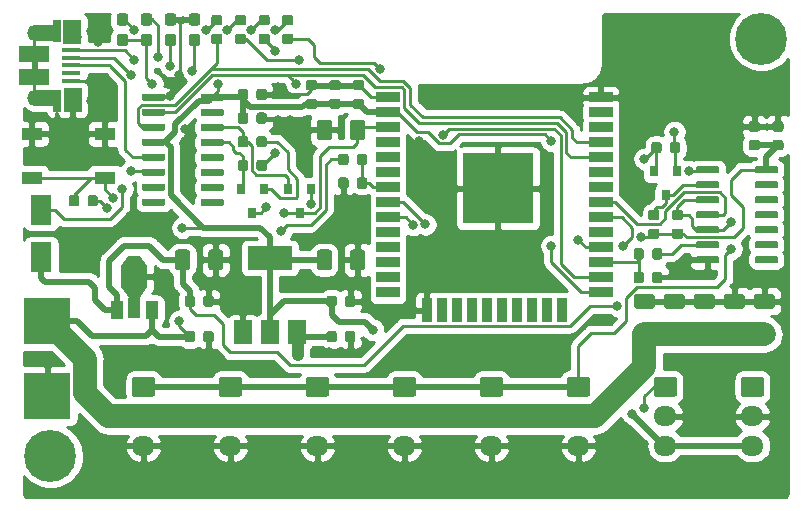
<source format=gbr>
G04 #@! TF.GenerationSoftware,KiCad,Pcbnew,5.1.5*
G04 #@! TF.CreationDate,2020-01-02T18:37:30+01:00*
G04 #@! TF.ProjectId,servodriver,73657276-6f64-4726-9976-65722e6b6963,rev?*
G04 #@! TF.SameCoordinates,Original*
G04 #@! TF.FileFunction,Copper,L1,Top*
G04 #@! TF.FilePolarity,Positive*
%FSLAX46Y46*%
G04 Gerber Fmt 4.6, Leading zero omitted, Abs format (unit mm)*
G04 Created by KiCad (PCBNEW 5.1.5) date 2020-01-02 18:37:30*
%MOMM*%
%LPD*%
G04 APERTURE LIST*
%ADD10R,1.500000X2.000000*%
%ADD11R,3.800000X2.000000*%
%ADD12C,0.100000*%
%ADD13R,2.200000X1.840000*%
%ADD14R,1.000000X1.500000*%
%ADD15R,1.000000X1.800000*%
%ADD16O,1.950000X1.700000*%
%ADD17C,0.700000*%
%ADD18C,4.400000*%
%ADD19R,1.800000X2.500000*%
%ADD20R,2.500000X1.430000*%
%ADD21O,1.700000X1.350000*%
%ADD22O,1.500000X1.100000*%
%ADD23R,1.650000X0.400000*%
%ADD24R,0.700000X1.825000*%
%ADD25R,2.000000X1.350000*%
%ADD26R,1.800000X1.100000*%
%ADD27R,0.800000X0.900000*%
%ADD28R,6.000000X6.000000*%
%ADD29R,0.900000X2.000000*%
%ADD30R,2.000000X0.900000*%
%ADD31R,4.000000X4.000000*%
%ADD32C,0.800000*%
%ADD33C,0.250000*%
%ADD34C,0.500000*%
%ADD35C,2.000000*%
%ADD36C,1.000000*%
%ADD37C,0.254000*%
G04 APERTURE END LIST*
D10*
X137200000Y-90650000D03*
X141800000Y-90650000D03*
X139500000Y-90650000D03*
D11*
X139500000Y-84350000D03*
G04 #@! TA.AperFunction,SMDPad,CuDef*
D12*
G36*
X129116000Y-86825200D02*
G01*
X128416000Y-87825200D01*
X127616000Y-87825200D01*
X126916000Y-86825200D01*
X129116000Y-86825200D01*
G37*
G04 #@! TD.AperFunction*
D13*
X128016000Y-85915500D03*
D14*
X129516000Y-88729000D03*
D15*
X128016000Y-88582500D03*
D14*
X126516000Y-88729000D03*
G04 #@! TA.AperFunction,SMDPad,CuDef*
D12*
G36*
X126916000Y-85007000D02*
G01*
X127516000Y-84157000D01*
X128516000Y-84157000D01*
X129116000Y-85007000D01*
X126916000Y-85007000D01*
G37*
G04 #@! TD.AperFunction*
D16*
X172974000Y-100250000D03*
X172974000Y-97750000D03*
G04 #@! TA.AperFunction,ComponentPad*
D12*
G36*
X173723504Y-94401204D02*
G01*
X173747773Y-94404804D01*
X173771571Y-94410765D01*
X173794671Y-94419030D01*
X173816849Y-94429520D01*
X173837893Y-94442133D01*
X173857598Y-94456747D01*
X173875777Y-94473223D01*
X173892253Y-94491402D01*
X173906867Y-94511107D01*
X173919480Y-94532151D01*
X173929970Y-94554329D01*
X173938235Y-94577429D01*
X173944196Y-94601227D01*
X173947796Y-94625496D01*
X173949000Y-94650000D01*
X173949000Y-95850000D01*
X173947796Y-95874504D01*
X173944196Y-95898773D01*
X173938235Y-95922571D01*
X173929970Y-95945671D01*
X173919480Y-95967849D01*
X173906867Y-95988893D01*
X173892253Y-96008598D01*
X173875777Y-96026777D01*
X173857598Y-96043253D01*
X173837893Y-96057867D01*
X173816849Y-96070480D01*
X173794671Y-96080970D01*
X173771571Y-96089235D01*
X173747773Y-96095196D01*
X173723504Y-96098796D01*
X173699000Y-96100000D01*
X172249000Y-96100000D01*
X172224496Y-96098796D01*
X172200227Y-96095196D01*
X172176429Y-96089235D01*
X172153329Y-96080970D01*
X172131151Y-96070480D01*
X172110107Y-96057867D01*
X172090402Y-96043253D01*
X172072223Y-96026777D01*
X172055747Y-96008598D01*
X172041133Y-95988893D01*
X172028520Y-95967849D01*
X172018030Y-95945671D01*
X172009765Y-95922571D01*
X172003804Y-95898773D01*
X172000204Y-95874504D01*
X171999000Y-95850000D01*
X171999000Y-94650000D01*
X172000204Y-94625496D01*
X172003804Y-94601227D01*
X172009765Y-94577429D01*
X172018030Y-94554329D01*
X172028520Y-94532151D01*
X172041133Y-94511107D01*
X172055747Y-94491402D01*
X172072223Y-94473223D01*
X172090402Y-94456747D01*
X172110107Y-94442133D01*
X172131151Y-94429520D01*
X172153329Y-94419030D01*
X172176429Y-94410765D01*
X172200227Y-94404804D01*
X172224496Y-94401204D01*
X172249000Y-94400000D01*
X173699000Y-94400000D01*
X173723504Y-94401204D01*
G37*
G04 #@! TD.AperFunction*
D17*
X122070726Y-99925274D03*
X120904000Y-99442000D03*
X119737274Y-99925274D03*
X119254000Y-101092000D03*
X119737274Y-102258726D03*
X120904000Y-102742000D03*
X122070726Y-102258726D03*
X122554000Y-101092000D03*
D18*
X120904000Y-101092000D03*
D17*
X182268726Y-64619274D03*
X181102000Y-64136000D03*
X179935274Y-64619274D03*
X179452000Y-65786000D03*
X179935274Y-66952726D03*
X181102000Y-67436000D03*
X182268726Y-66952726D03*
X182752000Y-65786000D03*
D18*
X181102000Y-65786000D03*
D19*
X120142000Y-80296000D03*
X120142000Y-84296000D03*
D20*
X119519000Y-69007000D03*
X119519000Y-67087000D03*
D21*
X119789000Y-70777000D03*
X119789000Y-65317000D03*
D22*
X122789000Y-70467000D03*
X122789000Y-65627000D03*
D23*
X122669000Y-69347000D03*
X122669000Y-68697000D03*
X122669000Y-68047000D03*
X122669000Y-67397000D03*
X122669000Y-66747000D03*
D10*
X122789000Y-70947000D03*
X122769000Y-65197000D03*
D24*
X121469000Y-71047000D03*
X121469000Y-65097000D03*
D25*
X120719000Y-65317000D03*
X120719000Y-70797000D03*
G04 #@! TA.AperFunction,SMDPad,CuDef*
D12*
G36*
X182352703Y-76582722D02*
G01*
X182367264Y-76584882D01*
X182381543Y-76588459D01*
X182395403Y-76593418D01*
X182408710Y-76599712D01*
X182421336Y-76607280D01*
X182433159Y-76616048D01*
X182444066Y-76625934D01*
X182453952Y-76636841D01*
X182462720Y-76648664D01*
X182470288Y-76661290D01*
X182476582Y-76674597D01*
X182481541Y-76688457D01*
X182485118Y-76702736D01*
X182487278Y-76717297D01*
X182488000Y-76732000D01*
X182488000Y-77032000D01*
X182487278Y-77046703D01*
X182485118Y-77061264D01*
X182481541Y-77075543D01*
X182476582Y-77089403D01*
X182470288Y-77102710D01*
X182462720Y-77115336D01*
X182453952Y-77127159D01*
X182444066Y-77138066D01*
X182433159Y-77147952D01*
X182421336Y-77156720D01*
X182408710Y-77164288D01*
X182395403Y-77170582D01*
X182381543Y-77175541D01*
X182367264Y-77179118D01*
X182352703Y-77181278D01*
X182338000Y-77182000D01*
X180688000Y-77182000D01*
X180673297Y-77181278D01*
X180658736Y-77179118D01*
X180644457Y-77175541D01*
X180630597Y-77170582D01*
X180617290Y-77164288D01*
X180604664Y-77156720D01*
X180592841Y-77147952D01*
X180581934Y-77138066D01*
X180572048Y-77127159D01*
X180563280Y-77115336D01*
X180555712Y-77102710D01*
X180549418Y-77089403D01*
X180544459Y-77075543D01*
X180540882Y-77061264D01*
X180538722Y-77046703D01*
X180538000Y-77032000D01*
X180538000Y-76732000D01*
X180538722Y-76717297D01*
X180540882Y-76702736D01*
X180544459Y-76688457D01*
X180549418Y-76674597D01*
X180555712Y-76661290D01*
X180563280Y-76648664D01*
X180572048Y-76636841D01*
X180581934Y-76625934D01*
X180592841Y-76616048D01*
X180604664Y-76607280D01*
X180617290Y-76599712D01*
X180630597Y-76593418D01*
X180644457Y-76588459D01*
X180658736Y-76584882D01*
X180673297Y-76582722D01*
X180688000Y-76582000D01*
X182338000Y-76582000D01*
X182352703Y-76582722D01*
G37*
G04 #@! TD.AperFunction*
G04 #@! TA.AperFunction,SMDPad,CuDef*
G36*
X182352703Y-77852722D02*
G01*
X182367264Y-77854882D01*
X182381543Y-77858459D01*
X182395403Y-77863418D01*
X182408710Y-77869712D01*
X182421336Y-77877280D01*
X182433159Y-77886048D01*
X182444066Y-77895934D01*
X182453952Y-77906841D01*
X182462720Y-77918664D01*
X182470288Y-77931290D01*
X182476582Y-77944597D01*
X182481541Y-77958457D01*
X182485118Y-77972736D01*
X182487278Y-77987297D01*
X182488000Y-78002000D01*
X182488000Y-78302000D01*
X182487278Y-78316703D01*
X182485118Y-78331264D01*
X182481541Y-78345543D01*
X182476582Y-78359403D01*
X182470288Y-78372710D01*
X182462720Y-78385336D01*
X182453952Y-78397159D01*
X182444066Y-78408066D01*
X182433159Y-78417952D01*
X182421336Y-78426720D01*
X182408710Y-78434288D01*
X182395403Y-78440582D01*
X182381543Y-78445541D01*
X182367264Y-78449118D01*
X182352703Y-78451278D01*
X182338000Y-78452000D01*
X180688000Y-78452000D01*
X180673297Y-78451278D01*
X180658736Y-78449118D01*
X180644457Y-78445541D01*
X180630597Y-78440582D01*
X180617290Y-78434288D01*
X180604664Y-78426720D01*
X180592841Y-78417952D01*
X180581934Y-78408066D01*
X180572048Y-78397159D01*
X180563280Y-78385336D01*
X180555712Y-78372710D01*
X180549418Y-78359403D01*
X180544459Y-78345543D01*
X180540882Y-78331264D01*
X180538722Y-78316703D01*
X180538000Y-78302000D01*
X180538000Y-78002000D01*
X180538722Y-77987297D01*
X180540882Y-77972736D01*
X180544459Y-77958457D01*
X180549418Y-77944597D01*
X180555712Y-77931290D01*
X180563280Y-77918664D01*
X180572048Y-77906841D01*
X180581934Y-77895934D01*
X180592841Y-77886048D01*
X180604664Y-77877280D01*
X180617290Y-77869712D01*
X180630597Y-77863418D01*
X180644457Y-77858459D01*
X180658736Y-77854882D01*
X180673297Y-77852722D01*
X180688000Y-77852000D01*
X182338000Y-77852000D01*
X182352703Y-77852722D01*
G37*
G04 #@! TD.AperFunction*
G04 #@! TA.AperFunction,SMDPad,CuDef*
G36*
X182352703Y-79122722D02*
G01*
X182367264Y-79124882D01*
X182381543Y-79128459D01*
X182395403Y-79133418D01*
X182408710Y-79139712D01*
X182421336Y-79147280D01*
X182433159Y-79156048D01*
X182444066Y-79165934D01*
X182453952Y-79176841D01*
X182462720Y-79188664D01*
X182470288Y-79201290D01*
X182476582Y-79214597D01*
X182481541Y-79228457D01*
X182485118Y-79242736D01*
X182487278Y-79257297D01*
X182488000Y-79272000D01*
X182488000Y-79572000D01*
X182487278Y-79586703D01*
X182485118Y-79601264D01*
X182481541Y-79615543D01*
X182476582Y-79629403D01*
X182470288Y-79642710D01*
X182462720Y-79655336D01*
X182453952Y-79667159D01*
X182444066Y-79678066D01*
X182433159Y-79687952D01*
X182421336Y-79696720D01*
X182408710Y-79704288D01*
X182395403Y-79710582D01*
X182381543Y-79715541D01*
X182367264Y-79719118D01*
X182352703Y-79721278D01*
X182338000Y-79722000D01*
X180688000Y-79722000D01*
X180673297Y-79721278D01*
X180658736Y-79719118D01*
X180644457Y-79715541D01*
X180630597Y-79710582D01*
X180617290Y-79704288D01*
X180604664Y-79696720D01*
X180592841Y-79687952D01*
X180581934Y-79678066D01*
X180572048Y-79667159D01*
X180563280Y-79655336D01*
X180555712Y-79642710D01*
X180549418Y-79629403D01*
X180544459Y-79615543D01*
X180540882Y-79601264D01*
X180538722Y-79586703D01*
X180538000Y-79572000D01*
X180538000Y-79272000D01*
X180538722Y-79257297D01*
X180540882Y-79242736D01*
X180544459Y-79228457D01*
X180549418Y-79214597D01*
X180555712Y-79201290D01*
X180563280Y-79188664D01*
X180572048Y-79176841D01*
X180581934Y-79165934D01*
X180592841Y-79156048D01*
X180604664Y-79147280D01*
X180617290Y-79139712D01*
X180630597Y-79133418D01*
X180644457Y-79128459D01*
X180658736Y-79124882D01*
X180673297Y-79122722D01*
X180688000Y-79122000D01*
X182338000Y-79122000D01*
X182352703Y-79122722D01*
G37*
G04 #@! TD.AperFunction*
G04 #@! TA.AperFunction,SMDPad,CuDef*
G36*
X182352703Y-80392722D02*
G01*
X182367264Y-80394882D01*
X182381543Y-80398459D01*
X182395403Y-80403418D01*
X182408710Y-80409712D01*
X182421336Y-80417280D01*
X182433159Y-80426048D01*
X182444066Y-80435934D01*
X182453952Y-80446841D01*
X182462720Y-80458664D01*
X182470288Y-80471290D01*
X182476582Y-80484597D01*
X182481541Y-80498457D01*
X182485118Y-80512736D01*
X182487278Y-80527297D01*
X182488000Y-80542000D01*
X182488000Y-80842000D01*
X182487278Y-80856703D01*
X182485118Y-80871264D01*
X182481541Y-80885543D01*
X182476582Y-80899403D01*
X182470288Y-80912710D01*
X182462720Y-80925336D01*
X182453952Y-80937159D01*
X182444066Y-80948066D01*
X182433159Y-80957952D01*
X182421336Y-80966720D01*
X182408710Y-80974288D01*
X182395403Y-80980582D01*
X182381543Y-80985541D01*
X182367264Y-80989118D01*
X182352703Y-80991278D01*
X182338000Y-80992000D01*
X180688000Y-80992000D01*
X180673297Y-80991278D01*
X180658736Y-80989118D01*
X180644457Y-80985541D01*
X180630597Y-80980582D01*
X180617290Y-80974288D01*
X180604664Y-80966720D01*
X180592841Y-80957952D01*
X180581934Y-80948066D01*
X180572048Y-80937159D01*
X180563280Y-80925336D01*
X180555712Y-80912710D01*
X180549418Y-80899403D01*
X180544459Y-80885543D01*
X180540882Y-80871264D01*
X180538722Y-80856703D01*
X180538000Y-80842000D01*
X180538000Y-80542000D01*
X180538722Y-80527297D01*
X180540882Y-80512736D01*
X180544459Y-80498457D01*
X180549418Y-80484597D01*
X180555712Y-80471290D01*
X180563280Y-80458664D01*
X180572048Y-80446841D01*
X180581934Y-80435934D01*
X180592841Y-80426048D01*
X180604664Y-80417280D01*
X180617290Y-80409712D01*
X180630597Y-80403418D01*
X180644457Y-80398459D01*
X180658736Y-80394882D01*
X180673297Y-80392722D01*
X180688000Y-80392000D01*
X182338000Y-80392000D01*
X182352703Y-80392722D01*
G37*
G04 #@! TD.AperFunction*
G04 #@! TA.AperFunction,SMDPad,CuDef*
G36*
X182352703Y-81662722D02*
G01*
X182367264Y-81664882D01*
X182381543Y-81668459D01*
X182395403Y-81673418D01*
X182408710Y-81679712D01*
X182421336Y-81687280D01*
X182433159Y-81696048D01*
X182444066Y-81705934D01*
X182453952Y-81716841D01*
X182462720Y-81728664D01*
X182470288Y-81741290D01*
X182476582Y-81754597D01*
X182481541Y-81768457D01*
X182485118Y-81782736D01*
X182487278Y-81797297D01*
X182488000Y-81812000D01*
X182488000Y-82112000D01*
X182487278Y-82126703D01*
X182485118Y-82141264D01*
X182481541Y-82155543D01*
X182476582Y-82169403D01*
X182470288Y-82182710D01*
X182462720Y-82195336D01*
X182453952Y-82207159D01*
X182444066Y-82218066D01*
X182433159Y-82227952D01*
X182421336Y-82236720D01*
X182408710Y-82244288D01*
X182395403Y-82250582D01*
X182381543Y-82255541D01*
X182367264Y-82259118D01*
X182352703Y-82261278D01*
X182338000Y-82262000D01*
X180688000Y-82262000D01*
X180673297Y-82261278D01*
X180658736Y-82259118D01*
X180644457Y-82255541D01*
X180630597Y-82250582D01*
X180617290Y-82244288D01*
X180604664Y-82236720D01*
X180592841Y-82227952D01*
X180581934Y-82218066D01*
X180572048Y-82207159D01*
X180563280Y-82195336D01*
X180555712Y-82182710D01*
X180549418Y-82169403D01*
X180544459Y-82155543D01*
X180540882Y-82141264D01*
X180538722Y-82126703D01*
X180538000Y-82112000D01*
X180538000Y-81812000D01*
X180538722Y-81797297D01*
X180540882Y-81782736D01*
X180544459Y-81768457D01*
X180549418Y-81754597D01*
X180555712Y-81741290D01*
X180563280Y-81728664D01*
X180572048Y-81716841D01*
X180581934Y-81705934D01*
X180592841Y-81696048D01*
X180604664Y-81687280D01*
X180617290Y-81679712D01*
X180630597Y-81673418D01*
X180644457Y-81668459D01*
X180658736Y-81664882D01*
X180673297Y-81662722D01*
X180688000Y-81662000D01*
X182338000Y-81662000D01*
X182352703Y-81662722D01*
G37*
G04 #@! TD.AperFunction*
G04 #@! TA.AperFunction,SMDPad,CuDef*
G36*
X182352703Y-82932722D02*
G01*
X182367264Y-82934882D01*
X182381543Y-82938459D01*
X182395403Y-82943418D01*
X182408710Y-82949712D01*
X182421336Y-82957280D01*
X182433159Y-82966048D01*
X182444066Y-82975934D01*
X182453952Y-82986841D01*
X182462720Y-82998664D01*
X182470288Y-83011290D01*
X182476582Y-83024597D01*
X182481541Y-83038457D01*
X182485118Y-83052736D01*
X182487278Y-83067297D01*
X182488000Y-83082000D01*
X182488000Y-83382000D01*
X182487278Y-83396703D01*
X182485118Y-83411264D01*
X182481541Y-83425543D01*
X182476582Y-83439403D01*
X182470288Y-83452710D01*
X182462720Y-83465336D01*
X182453952Y-83477159D01*
X182444066Y-83488066D01*
X182433159Y-83497952D01*
X182421336Y-83506720D01*
X182408710Y-83514288D01*
X182395403Y-83520582D01*
X182381543Y-83525541D01*
X182367264Y-83529118D01*
X182352703Y-83531278D01*
X182338000Y-83532000D01*
X180688000Y-83532000D01*
X180673297Y-83531278D01*
X180658736Y-83529118D01*
X180644457Y-83525541D01*
X180630597Y-83520582D01*
X180617290Y-83514288D01*
X180604664Y-83506720D01*
X180592841Y-83497952D01*
X180581934Y-83488066D01*
X180572048Y-83477159D01*
X180563280Y-83465336D01*
X180555712Y-83452710D01*
X180549418Y-83439403D01*
X180544459Y-83425543D01*
X180540882Y-83411264D01*
X180538722Y-83396703D01*
X180538000Y-83382000D01*
X180538000Y-83082000D01*
X180538722Y-83067297D01*
X180540882Y-83052736D01*
X180544459Y-83038457D01*
X180549418Y-83024597D01*
X180555712Y-83011290D01*
X180563280Y-82998664D01*
X180572048Y-82986841D01*
X180581934Y-82975934D01*
X180592841Y-82966048D01*
X180604664Y-82957280D01*
X180617290Y-82949712D01*
X180630597Y-82943418D01*
X180644457Y-82938459D01*
X180658736Y-82934882D01*
X180673297Y-82932722D01*
X180688000Y-82932000D01*
X182338000Y-82932000D01*
X182352703Y-82932722D01*
G37*
G04 #@! TD.AperFunction*
G04 #@! TA.AperFunction,SMDPad,CuDef*
G36*
X182352703Y-84202722D02*
G01*
X182367264Y-84204882D01*
X182381543Y-84208459D01*
X182395403Y-84213418D01*
X182408710Y-84219712D01*
X182421336Y-84227280D01*
X182433159Y-84236048D01*
X182444066Y-84245934D01*
X182453952Y-84256841D01*
X182462720Y-84268664D01*
X182470288Y-84281290D01*
X182476582Y-84294597D01*
X182481541Y-84308457D01*
X182485118Y-84322736D01*
X182487278Y-84337297D01*
X182488000Y-84352000D01*
X182488000Y-84652000D01*
X182487278Y-84666703D01*
X182485118Y-84681264D01*
X182481541Y-84695543D01*
X182476582Y-84709403D01*
X182470288Y-84722710D01*
X182462720Y-84735336D01*
X182453952Y-84747159D01*
X182444066Y-84758066D01*
X182433159Y-84767952D01*
X182421336Y-84776720D01*
X182408710Y-84784288D01*
X182395403Y-84790582D01*
X182381543Y-84795541D01*
X182367264Y-84799118D01*
X182352703Y-84801278D01*
X182338000Y-84802000D01*
X180688000Y-84802000D01*
X180673297Y-84801278D01*
X180658736Y-84799118D01*
X180644457Y-84795541D01*
X180630597Y-84790582D01*
X180617290Y-84784288D01*
X180604664Y-84776720D01*
X180592841Y-84767952D01*
X180581934Y-84758066D01*
X180572048Y-84747159D01*
X180563280Y-84735336D01*
X180555712Y-84722710D01*
X180549418Y-84709403D01*
X180544459Y-84695543D01*
X180540882Y-84681264D01*
X180538722Y-84666703D01*
X180538000Y-84652000D01*
X180538000Y-84352000D01*
X180538722Y-84337297D01*
X180540882Y-84322736D01*
X180544459Y-84308457D01*
X180549418Y-84294597D01*
X180555712Y-84281290D01*
X180563280Y-84268664D01*
X180572048Y-84256841D01*
X180581934Y-84245934D01*
X180592841Y-84236048D01*
X180604664Y-84227280D01*
X180617290Y-84219712D01*
X180630597Y-84213418D01*
X180644457Y-84208459D01*
X180658736Y-84204882D01*
X180673297Y-84202722D01*
X180688000Y-84202000D01*
X182338000Y-84202000D01*
X182352703Y-84202722D01*
G37*
G04 #@! TD.AperFunction*
G04 #@! TA.AperFunction,SMDPad,CuDef*
G36*
X177402703Y-84202722D02*
G01*
X177417264Y-84204882D01*
X177431543Y-84208459D01*
X177445403Y-84213418D01*
X177458710Y-84219712D01*
X177471336Y-84227280D01*
X177483159Y-84236048D01*
X177494066Y-84245934D01*
X177503952Y-84256841D01*
X177512720Y-84268664D01*
X177520288Y-84281290D01*
X177526582Y-84294597D01*
X177531541Y-84308457D01*
X177535118Y-84322736D01*
X177537278Y-84337297D01*
X177538000Y-84352000D01*
X177538000Y-84652000D01*
X177537278Y-84666703D01*
X177535118Y-84681264D01*
X177531541Y-84695543D01*
X177526582Y-84709403D01*
X177520288Y-84722710D01*
X177512720Y-84735336D01*
X177503952Y-84747159D01*
X177494066Y-84758066D01*
X177483159Y-84767952D01*
X177471336Y-84776720D01*
X177458710Y-84784288D01*
X177445403Y-84790582D01*
X177431543Y-84795541D01*
X177417264Y-84799118D01*
X177402703Y-84801278D01*
X177388000Y-84802000D01*
X175738000Y-84802000D01*
X175723297Y-84801278D01*
X175708736Y-84799118D01*
X175694457Y-84795541D01*
X175680597Y-84790582D01*
X175667290Y-84784288D01*
X175654664Y-84776720D01*
X175642841Y-84767952D01*
X175631934Y-84758066D01*
X175622048Y-84747159D01*
X175613280Y-84735336D01*
X175605712Y-84722710D01*
X175599418Y-84709403D01*
X175594459Y-84695543D01*
X175590882Y-84681264D01*
X175588722Y-84666703D01*
X175588000Y-84652000D01*
X175588000Y-84352000D01*
X175588722Y-84337297D01*
X175590882Y-84322736D01*
X175594459Y-84308457D01*
X175599418Y-84294597D01*
X175605712Y-84281290D01*
X175613280Y-84268664D01*
X175622048Y-84256841D01*
X175631934Y-84245934D01*
X175642841Y-84236048D01*
X175654664Y-84227280D01*
X175667290Y-84219712D01*
X175680597Y-84213418D01*
X175694457Y-84208459D01*
X175708736Y-84204882D01*
X175723297Y-84202722D01*
X175738000Y-84202000D01*
X177388000Y-84202000D01*
X177402703Y-84202722D01*
G37*
G04 #@! TD.AperFunction*
G04 #@! TA.AperFunction,SMDPad,CuDef*
G36*
X177402703Y-82932722D02*
G01*
X177417264Y-82934882D01*
X177431543Y-82938459D01*
X177445403Y-82943418D01*
X177458710Y-82949712D01*
X177471336Y-82957280D01*
X177483159Y-82966048D01*
X177494066Y-82975934D01*
X177503952Y-82986841D01*
X177512720Y-82998664D01*
X177520288Y-83011290D01*
X177526582Y-83024597D01*
X177531541Y-83038457D01*
X177535118Y-83052736D01*
X177537278Y-83067297D01*
X177538000Y-83082000D01*
X177538000Y-83382000D01*
X177537278Y-83396703D01*
X177535118Y-83411264D01*
X177531541Y-83425543D01*
X177526582Y-83439403D01*
X177520288Y-83452710D01*
X177512720Y-83465336D01*
X177503952Y-83477159D01*
X177494066Y-83488066D01*
X177483159Y-83497952D01*
X177471336Y-83506720D01*
X177458710Y-83514288D01*
X177445403Y-83520582D01*
X177431543Y-83525541D01*
X177417264Y-83529118D01*
X177402703Y-83531278D01*
X177388000Y-83532000D01*
X175738000Y-83532000D01*
X175723297Y-83531278D01*
X175708736Y-83529118D01*
X175694457Y-83525541D01*
X175680597Y-83520582D01*
X175667290Y-83514288D01*
X175654664Y-83506720D01*
X175642841Y-83497952D01*
X175631934Y-83488066D01*
X175622048Y-83477159D01*
X175613280Y-83465336D01*
X175605712Y-83452710D01*
X175599418Y-83439403D01*
X175594459Y-83425543D01*
X175590882Y-83411264D01*
X175588722Y-83396703D01*
X175588000Y-83382000D01*
X175588000Y-83082000D01*
X175588722Y-83067297D01*
X175590882Y-83052736D01*
X175594459Y-83038457D01*
X175599418Y-83024597D01*
X175605712Y-83011290D01*
X175613280Y-82998664D01*
X175622048Y-82986841D01*
X175631934Y-82975934D01*
X175642841Y-82966048D01*
X175654664Y-82957280D01*
X175667290Y-82949712D01*
X175680597Y-82943418D01*
X175694457Y-82938459D01*
X175708736Y-82934882D01*
X175723297Y-82932722D01*
X175738000Y-82932000D01*
X177388000Y-82932000D01*
X177402703Y-82932722D01*
G37*
G04 #@! TD.AperFunction*
G04 #@! TA.AperFunction,SMDPad,CuDef*
G36*
X177402703Y-81662722D02*
G01*
X177417264Y-81664882D01*
X177431543Y-81668459D01*
X177445403Y-81673418D01*
X177458710Y-81679712D01*
X177471336Y-81687280D01*
X177483159Y-81696048D01*
X177494066Y-81705934D01*
X177503952Y-81716841D01*
X177512720Y-81728664D01*
X177520288Y-81741290D01*
X177526582Y-81754597D01*
X177531541Y-81768457D01*
X177535118Y-81782736D01*
X177537278Y-81797297D01*
X177538000Y-81812000D01*
X177538000Y-82112000D01*
X177537278Y-82126703D01*
X177535118Y-82141264D01*
X177531541Y-82155543D01*
X177526582Y-82169403D01*
X177520288Y-82182710D01*
X177512720Y-82195336D01*
X177503952Y-82207159D01*
X177494066Y-82218066D01*
X177483159Y-82227952D01*
X177471336Y-82236720D01*
X177458710Y-82244288D01*
X177445403Y-82250582D01*
X177431543Y-82255541D01*
X177417264Y-82259118D01*
X177402703Y-82261278D01*
X177388000Y-82262000D01*
X175738000Y-82262000D01*
X175723297Y-82261278D01*
X175708736Y-82259118D01*
X175694457Y-82255541D01*
X175680597Y-82250582D01*
X175667290Y-82244288D01*
X175654664Y-82236720D01*
X175642841Y-82227952D01*
X175631934Y-82218066D01*
X175622048Y-82207159D01*
X175613280Y-82195336D01*
X175605712Y-82182710D01*
X175599418Y-82169403D01*
X175594459Y-82155543D01*
X175590882Y-82141264D01*
X175588722Y-82126703D01*
X175588000Y-82112000D01*
X175588000Y-81812000D01*
X175588722Y-81797297D01*
X175590882Y-81782736D01*
X175594459Y-81768457D01*
X175599418Y-81754597D01*
X175605712Y-81741290D01*
X175613280Y-81728664D01*
X175622048Y-81716841D01*
X175631934Y-81705934D01*
X175642841Y-81696048D01*
X175654664Y-81687280D01*
X175667290Y-81679712D01*
X175680597Y-81673418D01*
X175694457Y-81668459D01*
X175708736Y-81664882D01*
X175723297Y-81662722D01*
X175738000Y-81662000D01*
X177388000Y-81662000D01*
X177402703Y-81662722D01*
G37*
G04 #@! TD.AperFunction*
G04 #@! TA.AperFunction,SMDPad,CuDef*
G36*
X177402703Y-80392722D02*
G01*
X177417264Y-80394882D01*
X177431543Y-80398459D01*
X177445403Y-80403418D01*
X177458710Y-80409712D01*
X177471336Y-80417280D01*
X177483159Y-80426048D01*
X177494066Y-80435934D01*
X177503952Y-80446841D01*
X177512720Y-80458664D01*
X177520288Y-80471290D01*
X177526582Y-80484597D01*
X177531541Y-80498457D01*
X177535118Y-80512736D01*
X177537278Y-80527297D01*
X177538000Y-80542000D01*
X177538000Y-80842000D01*
X177537278Y-80856703D01*
X177535118Y-80871264D01*
X177531541Y-80885543D01*
X177526582Y-80899403D01*
X177520288Y-80912710D01*
X177512720Y-80925336D01*
X177503952Y-80937159D01*
X177494066Y-80948066D01*
X177483159Y-80957952D01*
X177471336Y-80966720D01*
X177458710Y-80974288D01*
X177445403Y-80980582D01*
X177431543Y-80985541D01*
X177417264Y-80989118D01*
X177402703Y-80991278D01*
X177388000Y-80992000D01*
X175738000Y-80992000D01*
X175723297Y-80991278D01*
X175708736Y-80989118D01*
X175694457Y-80985541D01*
X175680597Y-80980582D01*
X175667290Y-80974288D01*
X175654664Y-80966720D01*
X175642841Y-80957952D01*
X175631934Y-80948066D01*
X175622048Y-80937159D01*
X175613280Y-80925336D01*
X175605712Y-80912710D01*
X175599418Y-80899403D01*
X175594459Y-80885543D01*
X175590882Y-80871264D01*
X175588722Y-80856703D01*
X175588000Y-80842000D01*
X175588000Y-80542000D01*
X175588722Y-80527297D01*
X175590882Y-80512736D01*
X175594459Y-80498457D01*
X175599418Y-80484597D01*
X175605712Y-80471290D01*
X175613280Y-80458664D01*
X175622048Y-80446841D01*
X175631934Y-80435934D01*
X175642841Y-80426048D01*
X175654664Y-80417280D01*
X175667290Y-80409712D01*
X175680597Y-80403418D01*
X175694457Y-80398459D01*
X175708736Y-80394882D01*
X175723297Y-80392722D01*
X175738000Y-80392000D01*
X177388000Y-80392000D01*
X177402703Y-80392722D01*
G37*
G04 #@! TD.AperFunction*
G04 #@! TA.AperFunction,SMDPad,CuDef*
G36*
X177402703Y-79122722D02*
G01*
X177417264Y-79124882D01*
X177431543Y-79128459D01*
X177445403Y-79133418D01*
X177458710Y-79139712D01*
X177471336Y-79147280D01*
X177483159Y-79156048D01*
X177494066Y-79165934D01*
X177503952Y-79176841D01*
X177512720Y-79188664D01*
X177520288Y-79201290D01*
X177526582Y-79214597D01*
X177531541Y-79228457D01*
X177535118Y-79242736D01*
X177537278Y-79257297D01*
X177538000Y-79272000D01*
X177538000Y-79572000D01*
X177537278Y-79586703D01*
X177535118Y-79601264D01*
X177531541Y-79615543D01*
X177526582Y-79629403D01*
X177520288Y-79642710D01*
X177512720Y-79655336D01*
X177503952Y-79667159D01*
X177494066Y-79678066D01*
X177483159Y-79687952D01*
X177471336Y-79696720D01*
X177458710Y-79704288D01*
X177445403Y-79710582D01*
X177431543Y-79715541D01*
X177417264Y-79719118D01*
X177402703Y-79721278D01*
X177388000Y-79722000D01*
X175738000Y-79722000D01*
X175723297Y-79721278D01*
X175708736Y-79719118D01*
X175694457Y-79715541D01*
X175680597Y-79710582D01*
X175667290Y-79704288D01*
X175654664Y-79696720D01*
X175642841Y-79687952D01*
X175631934Y-79678066D01*
X175622048Y-79667159D01*
X175613280Y-79655336D01*
X175605712Y-79642710D01*
X175599418Y-79629403D01*
X175594459Y-79615543D01*
X175590882Y-79601264D01*
X175588722Y-79586703D01*
X175588000Y-79572000D01*
X175588000Y-79272000D01*
X175588722Y-79257297D01*
X175590882Y-79242736D01*
X175594459Y-79228457D01*
X175599418Y-79214597D01*
X175605712Y-79201290D01*
X175613280Y-79188664D01*
X175622048Y-79176841D01*
X175631934Y-79165934D01*
X175642841Y-79156048D01*
X175654664Y-79147280D01*
X175667290Y-79139712D01*
X175680597Y-79133418D01*
X175694457Y-79128459D01*
X175708736Y-79124882D01*
X175723297Y-79122722D01*
X175738000Y-79122000D01*
X177388000Y-79122000D01*
X177402703Y-79122722D01*
G37*
G04 #@! TD.AperFunction*
G04 #@! TA.AperFunction,SMDPad,CuDef*
G36*
X177402703Y-77852722D02*
G01*
X177417264Y-77854882D01*
X177431543Y-77858459D01*
X177445403Y-77863418D01*
X177458710Y-77869712D01*
X177471336Y-77877280D01*
X177483159Y-77886048D01*
X177494066Y-77895934D01*
X177503952Y-77906841D01*
X177512720Y-77918664D01*
X177520288Y-77931290D01*
X177526582Y-77944597D01*
X177531541Y-77958457D01*
X177535118Y-77972736D01*
X177537278Y-77987297D01*
X177538000Y-78002000D01*
X177538000Y-78302000D01*
X177537278Y-78316703D01*
X177535118Y-78331264D01*
X177531541Y-78345543D01*
X177526582Y-78359403D01*
X177520288Y-78372710D01*
X177512720Y-78385336D01*
X177503952Y-78397159D01*
X177494066Y-78408066D01*
X177483159Y-78417952D01*
X177471336Y-78426720D01*
X177458710Y-78434288D01*
X177445403Y-78440582D01*
X177431543Y-78445541D01*
X177417264Y-78449118D01*
X177402703Y-78451278D01*
X177388000Y-78452000D01*
X175738000Y-78452000D01*
X175723297Y-78451278D01*
X175708736Y-78449118D01*
X175694457Y-78445541D01*
X175680597Y-78440582D01*
X175667290Y-78434288D01*
X175654664Y-78426720D01*
X175642841Y-78417952D01*
X175631934Y-78408066D01*
X175622048Y-78397159D01*
X175613280Y-78385336D01*
X175605712Y-78372710D01*
X175599418Y-78359403D01*
X175594459Y-78345543D01*
X175590882Y-78331264D01*
X175588722Y-78316703D01*
X175588000Y-78302000D01*
X175588000Y-78002000D01*
X175588722Y-77987297D01*
X175590882Y-77972736D01*
X175594459Y-77958457D01*
X175599418Y-77944597D01*
X175605712Y-77931290D01*
X175613280Y-77918664D01*
X175622048Y-77906841D01*
X175631934Y-77895934D01*
X175642841Y-77886048D01*
X175654664Y-77877280D01*
X175667290Y-77869712D01*
X175680597Y-77863418D01*
X175694457Y-77858459D01*
X175708736Y-77854882D01*
X175723297Y-77852722D01*
X175738000Y-77852000D01*
X177388000Y-77852000D01*
X177402703Y-77852722D01*
G37*
G04 #@! TD.AperFunction*
G04 #@! TA.AperFunction,SMDPad,CuDef*
G36*
X177402703Y-76582722D02*
G01*
X177417264Y-76584882D01*
X177431543Y-76588459D01*
X177445403Y-76593418D01*
X177458710Y-76599712D01*
X177471336Y-76607280D01*
X177483159Y-76616048D01*
X177494066Y-76625934D01*
X177503952Y-76636841D01*
X177512720Y-76648664D01*
X177520288Y-76661290D01*
X177526582Y-76674597D01*
X177531541Y-76688457D01*
X177535118Y-76702736D01*
X177537278Y-76717297D01*
X177538000Y-76732000D01*
X177538000Y-77032000D01*
X177537278Y-77046703D01*
X177535118Y-77061264D01*
X177531541Y-77075543D01*
X177526582Y-77089403D01*
X177520288Y-77102710D01*
X177512720Y-77115336D01*
X177503952Y-77127159D01*
X177494066Y-77138066D01*
X177483159Y-77147952D01*
X177471336Y-77156720D01*
X177458710Y-77164288D01*
X177445403Y-77170582D01*
X177431543Y-77175541D01*
X177417264Y-77179118D01*
X177402703Y-77181278D01*
X177388000Y-77182000D01*
X175738000Y-77182000D01*
X175723297Y-77181278D01*
X175708736Y-77179118D01*
X175694457Y-77175541D01*
X175680597Y-77170582D01*
X175667290Y-77164288D01*
X175654664Y-77156720D01*
X175642841Y-77147952D01*
X175631934Y-77138066D01*
X175622048Y-77127159D01*
X175613280Y-77115336D01*
X175605712Y-77102710D01*
X175599418Y-77089403D01*
X175594459Y-77075543D01*
X175590882Y-77061264D01*
X175588722Y-77046703D01*
X175588000Y-77032000D01*
X175588000Y-76732000D01*
X175588722Y-76717297D01*
X175590882Y-76702736D01*
X175594459Y-76688457D01*
X175599418Y-76674597D01*
X175605712Y-76661290D01*
X175613280Y-76648664D01*
X175622048Y-76636841D01*
X175631934Y-76625934D01*
X175642841Y-76616048D01*
X175654664Y-76607280D01*
X175667290Y-76599712D01*
X175680597Y-76593418D01*
X175694457Y-76588459D01*
X175708736Y-76584882D01*
X175723297Y-76582722D01*
X175738000Y-76582000D01*
X177388000Y-76582000D01*
X177402703Y-76582722D01*
G37*
G04 #@! TD.AperFunction*
G04 #@! TA.AperFunction,SMDPad,CuDef*
G36*
X135442703Y-70431722D02*
G01*
X135457264Y-70433882D01*
X135471543Y-70437459D01*
X135485403Y-70442418D01*
X135498710Y-70448712D01*
X135511336Y-70456280D01*
X135523159Y-70465048D01*
X135534066Y-70474934D01*
X135543952Y-70485841D01*
X135552720Y-70497664D01*
X135560288Y-70510290D01*
X135566582Y-70523597D01*
X135571541Y-70537457D01*
X135575118Y-70551736D01*
X135577278Y-70566297D01*
X135578000Y-70581000D01*
X135578000Y-70881000D01*
X135577278Y-70895703D01*
X135575118Y-70910264D01*
X135571541Y-70924543D01*
X135566582Y-70938403D01*
X135560288Y-70951710D01*
X135552720Y-70964336D01*
X135543952Y-70976159D01*
X135534066Y-70987066D01*
X135523159Y-70996952D01*
X135511336Y-71005720D01*
X135498710Y-71013288D01*
X135485403Y-71019582D01*
X135471543Y-71024541D01*
X135457264Y-71028118D01*
X135442703Y-71030278D01*
X135428000Y-71031000D01*
X133778000Y-71031000D01*
X133763297Y-71030278D01*
X133748736Y-71028118D01*
X133734457Y-71024541D01*
X133720597Y-71019582D01*
X133707290Y-71013288D01*
X133694664Y-71005720D01*
X133682841Y-70996952D01*
X133671934Y-70987066D01*
X133662048Y-70976159D01*
X133653280Y-70964336D01*
X133645712Y-70951710D01*
X133639418Y-70938403D01*
X133634459Y-70924543D01*
X133630882Y-70910264D01*
X133628722Y-70895703D01*
X133628000Y-70881000D01*
X133628000Y-70581000D01*
X133628722Y-70566297D01*
X133630882Y-70551736D01*
X133634459Y-70537457D01*
X133639418Y-70523597D01*
X133645712Y-70510290D01*
X133653280Y-70497664D01*
X133662048Y-70485841D01*
X133671934Y-70474934D01*
X133682841Y-70465048D01*
X133694664Y-70456280D01*
X133707290Y-70448712D01*
X133720597Y-70442418D01*
X133734457Y-70437459D01*
X133748736Y-70433882D01*
X133763297Y-70431722D01*
X133778000Y-70431000D01*
X135428000Y-70431000D01*
X135442703Y-70431722D01*
G37*
G04 #@! TD.AperFunction*
G04 #@! TA.AperFunction,SMDPad,CuDef*
G36*
X135442703Y-71701722D02*
G01*
X135457264Y-71703882D01*
X135471543Y-71707459D01*
X135485403Y-71712418D01*
X135498710Y-71718712D01*
X135511336Y-71726280D01*
X135523159Y-71735048D01*
X135534066Y-71744934D01*
X135543952Y-71755841D01*
X135552720Y-71767664D01*
X135560288Y-71780290D01*
X135566582Y-71793597D01*
X135571541Y-71807457D01*
X135575118Y-71821736D01*
X135577278Y-71836297D01*
X135578000Y-71851000D01*
X135578000Y-72151000D01*
X135577278Y-72165703D01*
X135575118Y-72180264D01*
X135571541Y-72194543D01*
X135566582Y-72208403D01*
X135560288Y-72221710D01*
X135552720Y-72234336D01*
X135543952Y-72246159D01*
X135534066Y-72257066D01*
X135523159Y-72266952D01*
X135511336Y-72275720D01*
X135498710Y-72283288D01*
X135485403Y-72289582D01*
X135471543Y-72294541D01*
X135457264Y-72298118D01*
X135442703Y-72300278D01*
X135428000Y-72301000D01*
X133778000Y-72301000D01*
X133763297Y-72300278D01*
X133748736Y-72298118D01*
X133734457Y-72294541D01*
X133720597Y-72289582D01*
X133707290Y-72283288D01*
X133694664Y-72275720D01*
X133682841Y-72266952D01*
X133671934Y-72257066D01*
X133662048Y-72246159D01*
X133653280Y-72234336D01*
X133645712Y-72221710D01*
X133639418Y-72208403D01*
X133634459Y-72194543D01*
X133630882Y-72180264D01*
X133628722Y-72165703D01*
X133628000Y-72151000D01*
X133628000Y-71851000D01*
X133628722Y-71836297D01*
X133630882Y-71821736D01*
X133634459Y-71807457D01*
X133639418Y-71793597D01*
X133645712Y-71780290D01*
X133653280Y-71767664D01*
X133662048Y-71755841D01*
X133671934Y-71744934D01*
X133682841Y-71735048D01*
X133694664Y-71726280D01*
X133707290Y-71718712D01*
X133720597Y-71712418D01*
X133734457Y-71707459D01*
X133748736Y-71703882D01*
X133763297Y-71701722D01*
X133778000Y-71701000D01*
X135428000Y-71701000D01*
X135442703Y-71701722D01*
G37*
G04 #@! TD.AperFunction*
G04 #@! TA.AperFunction,SMDPad,CuDef*
G36*
X135442703Y-72971722D02*
G01*
X135457264Y-72973882D01*
X135471543Y-72977459D01*
X135485403Y-72982418D01*
X135498710Y-72988712D01*
X135511336Y-72996280D01*
X135523159Y-73005048D01*
X135534066Y-73014934D01*
X135543952Y-73025841D01*
X135552720Y-73037664D01*
X135560288Y-73050290D01*
X135566582Y-73063597D01*
X135571541Y-73077457D01*
X135575118Y-73091736D01*
X135577278Y-73106297D01*
X135578000Y-73121000D01*
X135578000Y-73421000D01*
X135577278Y-73435703D01*
X135575118Y-73450264D01*
X135571541Y-73464543D01*
X135566582Y-73478403D01*
X135560288Y-73491710D01*
X135552720Y-73504336D01*
X135543952Y-73516159D01*
X135534066Y-73527066D01*
X135523159Y-73536952D01*
X135511336Y-73545720D01*
X135498710Y-73553288D01*
X135485403Y-73559582D01*
X135471543Y-73564541D01*
X135457264Y-73568118D01*
X135442703Y-73570278D01*
X135428000Y-73571000D01*
X133778000Y-73571000D01*
X133763297Y-73570278D01*
X133748736Y-73568118D01*
X133734457Y-73564541D01*
X133720597Y-73559582D01*
X133707290Y-73553288D01*
X133694664Y-73545720D01*
X133682841Y-73536952D01*
X133671934Y-73527066D01*
X133662048Y-73516159D01*
X133653280Y-73504336D01*
X133645712Y-73491710D01*
X133639418Y-73478403D01*
X133634459Y-73464543D01*
X133630882Y-73450264D01*
X133628722Y-73435703D01*
X133628000Y-73421000D01*
X133628000Y-73121000D01*
X133628722Y-73106297D01*
X133630882Y-73091736D01*
X133634459Y-73077457D01*
X133639418Y-73063597D01*
X133645712Y-73050290D01*
X133653280Y-73037664D01*
X133662048Y-73025841D01*
X133671934Y-73014934D01*
X133682841Y-73005048D01*
X133694664Y-72996280D01*
X133707290Y-72988712D01*
X133720597Y-72982418D01*
X133734457Y-72977459D01*
X133748736Y-72973882D01*
X133763297Y-72971722D01*
X133778000Y-72971000D01*
X135428000Y-72971000D01*
X135442703Y-72971722D01*
G37*
G04 #@! TD.AperFunction*
G04 #@! TA.AperFunction,SMDPad,CuDef*
G36*
X135442703Y-74241722D02*
G01*
X135457264Y-74243882D01*
X135471543Y-74247459D01*
X135485403Y-74252418D01*
X135498710Y-74258712D01*
X135511336Y-74266280D01*
X135523159Y-74275048D01*
X135534066Y-74284934D01*
X135543952Y-74295841D01*
X135552720Y-74307664D01*
X135560288Y-74320290D01*
X135566582Y-74333597D01*
X135571541Y-74347457D01*
X135575118Y-74361736D01*
X135577278Y-74376297D01*
X135578000Y-74391000D01*
X135578000Y-74691000D01*
X135577278Y-74705703D01*
X135575118Y-74720264D01*
X135571541Y-74734543D01*
X135566582Y-74748403D01*
X135560288Y-74761710D01*
X135552720Y-74774336D01*
X135543952Y-74786159D01*
X135534066Y-74797066D01*
X135523159Y-74806952D01*
X135511336Y-74815720D01*
X135498710Y-74823288D01*
X135485403Y-74829582D01*
X135471543Y-74834541D01*
X135457264Y-74838118D01*
X135442703Y-74840278D01*
X135428000Y-74841000D01*
X133778000Y-74841000D01*
X133763297Y-74840278D01*
X133748736Y-74838118D01*
X133734457Y-74834541D01*
X133720597Y-74829582D01*
X133707290Y-74823288D01*
X133694664Y-74815720D01*
X133682841Y-74806952D01*
X133671934Y-74797066D01*
X133662048Y-74786159D01*
X133653280Y-74774336D01*
X133645712Y-74761710D01*
X133639418Y-74748403D01*
X133634459Y-74734543D01*
X133630882Y-74720264D01*
X133628722Y-74705703D01*
X133628000Y-74691000D01*
X133628000Y-74391000D01*
X133628722Y-74376297D01*
X133630882Y-74361736D01*
X133634459Y-74347457D01*
X133639418Y-74333597D01*
X133645712Y-74320290D01*
X133653280Y-74307664D01*
X133662048Y-74295841D01*
X133671934Y-74284934D01*
X133682841Y-74275048D01*
X133694664Y-74266280D01*
X133707290Y-74258712D01*
X133720597Y-74252418D01*
X133734457Y-74247459D01*
X133748736Y-74243882D01*
X133763297Y-74241722D01*
X133778000Y-74241000D01*
X135428000Y-74241000D01*
X135442703Y-74241722D01*
G37*
G04 #@! TD.AperFunction*
G04 #@! TA.AperFunction,SMDPad,CuDef*
G36*
X135442703Y-75511722D02*
G01*
X135457264Y-75513882D01*
X135471543Y-75517459D01*
X135485403Y-75522418D01*
X135498710Y-75528712D01*
X135511336Y-75536280D01*
X135523159Y-75545048D01*
X135534066Y-75554934D01*
X135543952Y-75565841D01*
X135552720Y-75577664D01*
X135560288Y-75590290D01*
X135566582Y-75603597D01*
X135571541Y-75617457D01*
X135575118Y-75631736D01*
X135577278Y-75646297D01*
X135578000Y-75661000D01*
X135578000Y-75961000D01*
X135577278Y-75975703D01*
X135575118Y-75990264D01*
X135571541Y-76004543D01*
X135566582Y-76018403D01*
X135560288Y-76031710D01*
X135552720Y-76044336D01*
X135543952Y-76056159D01*
X135534066Y-76067066D01*
X135523159Y-76076952D01*
X135511336Y-76085720D01*
X135498710Y-76093288D01*
X135485403Y-76099582D01*
X135471543Y-76104541D01*
X135457264Y-76108118D01*
X135442703Y-76110278D01*
X135428000Y-76111000D01*
X133778000Y-76111000D01*
X133763297Y-76110278D01*
X133748736Y-76108118D01*
X133734457Y-76104541D01*
X133720597Y-76099582D01*
X133707290Y-76093288D01*
X133694664Y-76085720D01*
X133682841Y-76076952D01*
X133671934Y-76067066D01*
X133662048Y-76056159D01*
X133653280Y-76044336D01*
X133645712Y-76031710D01*
X133639418Y-76018403D01*
X133634459Y-76004543D01*
X133630882Y-75990264D01*
X133628722Y-75975703D01*
X133628000Y-75961000D01*
X133628000Y-75661000D01*
X133628722Y-75646297D01*
X133630882Y-75631736D01*
X133634459Y-75617457D01*
X133639418Y-75603597D01*
X133645712Y-75590290D01*
X133653280Y-75577664D01*
X133662048Y-75565841D01*
X133671934Y-75554934D01*
X133682841Y-75545048D01*
X133694664Y-75536280D01*
X133707290Y-75528712D01*
X133720597Y-75522418D01*
X133734457Y-75517459D01*
X133748736Y-75513882D01*
X133763297Y-75511722D01*
X133778000Y-75511000D01*
X135428000Y-75511000D01*
X135442703Y-75511722D01*
G37*
G04 #@! TD.AperFunction*
G04 #@! TA.AperFunction,SMDPad,CuDef*
G36*
X135442703Y-76781722D02*
G01*
X135457264Y-76783882D01*
X135471543Y-76787459D01*
X135485403Y-76792418D01*
X135498710Y-76798712D01*
X135511336Y-76806280D01*
X135523159Y-76815048D01*
X135534066Y-76824934D01*
X135543952Y-76835841D01*
X135552720Y-76847664D01*
X135560288Y-76860290D01*
X135566582Y-76873597D01*
X135571541Y-76887457D01*
X135575118Y-76901736D01*
X135577278Y-76916297D01*
X135578000Y-76931000D01*
X135578000Y-77231000D01*
X135577278Y-77245703D01*
X135575118Y-77260264D01*
X135571541Y-77274543D01*
X135566582Y-77288403D01*
X135560288Y-77301710D01*
X135552720Y-77314336D01*
X135543952Y-77326159D01*
X135534066Y-77337066D01*
X135523159Y-77346952D01*
X135511336Y-77355720D01*
X135498710Y-77363288D01*
X135485403Y-77369582D01*
X135471543Y-77374541D01*
X135457264Y-77378118D01*
X135442703Y-77380278D01*
X135428000Y-77381000D01*
X133778000Y-77381000D01*
X133763297Y-77380278D01*
X133748736Y-77378118D01*
X133734457Y-77374541D01*
X133720597Y-77369582D01*
X133707290Y-77363288D01*
X133694664Y-77355720D01*
X133682841Y-77346952D01*
X133671934Y-77337066D01*
X133662048Y-77326159D01*
X133653280Y-77314336D01*
X133645712Y-77301710D01*
X133639418Y-77288403D01*
X133634459Y-77274543D01*
X133630882Y-77260264D01*
X133628722Y-77245703D01*
X133628000Y-77231000D01*
X133628000Y-76931000D01*
X133628722Y-76916297D01*
X133630882Y-76901736D01*
X133634459Y-76887457D01*
X133639418Y-76873597D01*
X133645712Y-76860290D01*
X133653280Y-76847664D01*
X133662048Y-76835841D01*
X133671934Y-76824934D01*
X133682841Y-76815048D01*
X133694664Y-76806280D01*
X133707290Y-76798712D01*
X133720597Y-76792418D01*
X133734457Y-76787459D01*
X133748736Y-76783882D01*
X133763297Y-76781722D01*
X133778000Y-76781000D01*
X135428000Y-76781000D01*
X135442703Y-76781722D01*
G37*
G04 #@! TD.AperFunction*
G04 #@! TA.AperFunction,SMDPad,CuDef*
G36*
X135442703Y-78051722D02*
G01*
X135457264Y-78053882D01*
X135471543Y-78057459D01*
X135485403Y-78062418D01*
X135498710Y-78068712D01*
X135511336Y-78076280D01*
X135523159Y-78085048D01*
X135534066Y-78094934D01*
X135543952Y-78105841D01*
X135552720Y-78117664D01*
X135560288Y-78130290D01*
X135566582Y-78143597D01*
X135571541Y-78157457D01*
X135575118Y-78171736D01*
X135577278Y-78186297D01*
X135578000Y-78201000D01*
X135578000Y-78501000D01*
X135577278Y-78515703D01*
X135575118Y-78530264D01*
X135571541Y-78544543D01*
X135566582Y-78558403D01*
X135560288Y-78571710D01*
X135552720Y-78584336D01*
X135543952Y-78596159D01*
X135534066Y-78607066D01*
X135523159Y-78616952D01*
X135511336Y-78625720D01*
X135498710Y-78633288D01*
X135485403Y-78639582D01*
X135471543Y-78644541D01*
X135457264Y-78648118D01*
X135442703Y-78650278D01*
X135428000Y-78651000D01*
X133778000Y-78651000D01*
X133763297Y-78650278D01*
X133748736Y-78648118D01*
X133734457Y-78644541D01*
X133720597Y-78639582D01*
X133707290Y-78633288D01*
X133694664Y-78625720D01*
X133682841Y-78616952D01*
X133671934Y-78607066D01*
X133662048Y-78596159D01*
X133653280Y-78584336D01*
X133645712Y-78571710D01*
X133639418Y-78558403D01*
X133634459Y-78544543D01*
X133630882Y-78530264D01*
X133628722Y-78515703D01*
X133628000Y-78501000D01*
X133628000Y-78201000D01*
X133628722Y-78186297D01*
X133630882Y-78171736D01*
X133634459Y-78157457D01*
X133639418Y-78143597D01*
X133645712Y-78130290D01*
X133653280Y-78117664D01*
X133662048Y-78105841D01*
X133671934Y-78094934D01*
X133682841Y-78085048D01*
X133694664Y-78076280D01*
X133707290Y-78068712D01*
X133720597Y-78062418D01*
X133734457Y-78057459D01*
X133748736Y-78053882D01*
X133763297Y-78051722D01*
X133778000Y-78051000D01*
X135428000Y-78051000D01*
X135442703Y-78051722D01*
G37*
G04 #@! TD.AperFunction*
G04 #@! TA.AperFunction,SMDPad,CuDef*
G36*
X135442703Y-79321722D02*
G01*
X135457264Y-79323882D01*
X135471543Y-79327459D01*
X135485403Y-79332418D01*
X135498710Y-79338712D01*
X135511336Y-79346280D01*
X135523159Y-79355048D01*
X135534066Y-79364934D01*
X135543952Y-79375841D01*
X135552720Y-79387664D01*
X135560288Y-79400290D01*
X135566582Y-79413597D01*
X135571541Y-79427457D01*
X135575118Y-79441736D01*
X135577278Y-79456297D01*
X135578000Y-79471000D01*
X135578000Y-79771000D01*
X135577278Y-79785703D01*
X135575118Y-79800264D01*
X135571541Y-79814543D01*
X135566582Y-79828403D01*
X135560288Y-79841710D01*
X135552720Y-79854336D01*
X135543952Y-79866159D01*
X135534066Y-79877066D01*
X135523159Y-79886952D01*
X135511336Y-79895720D01*
X135498710Y-79903288D01*
X135485403Y-79909582D01*
X135471543Y-79914541D01*
X135457264Y-79918118D01*
X135442703Y-79920278D01*
X135428000Y-79921000D01*
X133778000Y-79921000D01*
X133763297Y-79920278D01*
X133748736Y-79918118D01*
X133734457Y-79914541D01*
X133720597Y-79909582D01*
X133707290Y-79903288D01*
X133694664Y-79895720D01*
X133682841Y-79886952D01*
X133671934Y-79877066D01*
X133662048Y-79866159D01*
X133653280Y-79854336D01*
X133645712Y-79841710D01*
X133639418Y-79828403D01*
X133634459Y-79814543D01*
X133630882Y-79800264D01*
X133628722Y-79785703D01*
X133628000Y-79771000D01*
X133628000Y-79471000D01*
X133628722Y-79456297D01*
X133630882Y-79441736D01*
X133634459Y-79427457D01*
X133639418Y-79413597D01*
X133645712Y-79400290D01*
X133653280Y-79387664D01*
X133662048Y-79375841D01*
X133671934Y-79364934D01*
X133682841Y-79355048D01*
X133694664Y-79346280D01*
X133707290Y-79338712D01*
X133720597Y-79332418D01*
X133734457Y-79327459D01*
X133748736Y-79323882D01*
X133763297Y-79321722D01*
X133778000Y-79321000D01*
X135428000Y-79321000D01*
X135442703Y-79321722D01*
G37*
G04 #@! TD.AperFunction*
G04 #@! TA.AperFunction,SMDPad,CuDef*
G36*
X130492703Y-79321722D02*
G01*
X130507264Y-79323882D01*
X130521543Y-79327459D01*
X130535403Y-79332418D01*
X130548710Y-79338712D01*
X130561336Y-79346280D01*
X130573159Y-79355048D01*
X130584066Y-79364934D01*
X130593952Y-79375841D01*
X130602720Y-79387664D01*
X130610288Y-79400290D01*
X130616582Y-79413597D01*
X130621541Y-79427457D01*
X130625118Y-79441736D01*
X130627278Y-79456297D01*
X130628000Y-79471000D01*
X130628000Y-79771000D01*
X130627278Y-79785703D01*
X130625118Y-79800264D01*
X130621541Y-79814543D01*
X130616582Y-79828403D01*
X130610288Y-79841710D01*
X130602720Y-79854336D01*
X130593952Y-79866159D01*
X130584066Y-79877066D01*
X130573159Y-79886952D01*
X130561336Y-79895720D01*
X130548710Y-79903288D01*
X130535403Y-79909582D01*
X130521543Y-79914541D01*
X130507264Y-79918118D01*
X130492703Y-79920278D01*
X130478000Y-79921000D01*
X128828000Y-79921000D01*
X128813297Y-79920278D01*
X128798736Y-79918118D01*
X128784457Y-79914541D01*
X128770597Y-79909582D01*
X128757290Y-79903288D01*
X128744664Y-79895720D01*
X128732841Y-79886952D01*
X128721934Y-79877066D01*
X128712048Y-79866159D01*
X128703280Y-79854336D01*
X128695712Y-79841710D01*
X128689418Y-79828403D01*
X128684459Y-79814543D01*
X128680882Y-79800264D01*
X128678722Y-79785703D01*
X128678000Y-79771000D01*
X128678000Y-79471000D01*
X128678722Y-79456297D01*
X128680882Y-79441736D01*
X128684459Y-79427457D01*
X128689418Y-79413597D01*
X128695712Y-79400290D01*
X128703280Y-79387664D01*
X128712048Y-79375841D01*
X128721934Y-79364934D01*
X128732841Y-79355048D01*
X128744664Y-79346280D01*
X128757290Y-79338712D01*
X128770597Y-79332418D01*
X128784457Y-79327459D01*
X128798736Y-79323882D01*
X128813297Y-79321722D01*
X128828000Y-79321000D01*
X130478000Y-79321000D01*
X130492703Y-79321722D01*
G37*
G04 #@! TD.AperFunction*
G04 #@! TA.AperFunction,SMDPad,CuDef*
G36*
X130492703Y-78051722D02*
G01*
X130507264Y-78053882D01*
X130521543Y-78057459D01*
X130535403Y-78062418D01*
X130548710Y-78068712D01*
X130561336Y-78076280D01*
X130573159Y-78085048D01*
X130584066Y-78094934D01*
X130593952Y-78105841D01*
X130602720Y-78117664D01*
X130610288Y-78130290D01*
X130616582Y-78143597D01*
X130621541Y-78157457D01*
X130625118Y-78171736D01*
X130627278Y-78186297D01*
X130628000Y-78201000D01*
X130628000Y-78501000D01*
X130627278Y-78515703D01*
X130625118Y-78530264D01*
X130621541Y-78544543D01*
X130616582Y-78558403D01*
X130610288Y-78571710D01*
X130602720Y-78584336D01*
X130593952Y-78596159D01*
X130584066Y-78607066D01*
X130573159Y-78616952D01*
X130561336Y-78625720D01*
X130548710Y-78633288D01*
X130535403Y-78639582D01*
X130521543Y-78644541D01*
X130507264Y-78648118D01*
X130492703Y-78650278D01*
X130478000Y-78651000D01*
X128828000Y-78651000D01*
X128813297Y-78650278D01*
X128798736Y-78648118D01*
X128784457Y-78644541D01*
X128770597Y-78639582D01*
X128757290Y-78633288D01*
X128744664Y-78625720D01*
X128732841Y-78616952D01*
X128721934Y-78607066D01*
X128712048Y-78596159D01*
X128703280Y-78584336D01*
X128695712Y-78571710D01*
X128689418Y-78558403D01*
X128684459Y-78544543D01*
X128680882Y-78530264D01*
X128678722Y-78515703D01*
X128678000Y-78501000D01*
X128678000Y-78201000D01*
X128678722Y-78186297D01*
X128680882Y-78171736D01*
X128684459Y-78157457D01*
X128689418Y-78143597D01*
X128695712Y-78130290D01*
X128703280Y-78117664D01*
X128712048Y-78105841D01*
X128721934Y-78094934D01*
X128732841Y-78085048D01*
X128744664Y-78076280D01*
X128757290Y-78068712D01*
X128770597Y-78062418D01*
X128784457Y-78057459D01*
X128798736Y-78053882D01*
X128813297Y-78051722D01*
X128828000Y-78051000D01*
X130478000Y-78051000D01*
X130492703Y-78051722D01*
G37*
G04 #@! TD.AperFunction*
G04 #@! TA.AperFunction,SMDPad,CuDef*
G36*
X130492703Y-76781722D02*
G01*
X130507264Y-76783882D01*
X130521543Y-76787459D01*
X130535403Y-76792418D01*
X130548710Y-76798712D01*
X130561336Y-76806280D01*
X130573159Y-76815048D01*
X130584066Y-76824934D01*
X130593952Y-76835841D01*
X130602720Y-76847664D01*
X130610288Y-76860290D01*
X130616582Y-76873597D01*
X130621541Y-76887457D01*
X130625118Y-76901736D01*
X130627278Y-76916297D01*
X130628000Y-76931000D01*
X130628000Y-77231000D01*
X130627278Y-77245703D01*
X130625118Y-77260264D01*
X130621541Y-77274543D01*
X130616582Y-77288403D01*
X130610288Y-77301710D01*
X130602720Y-77314336D01*
X130593952Y-77326159D01*
X130584066Y-77337066D01*
X130573159Y-77346952D01*
X130561336Y-77355720D01*
X130548710Y-77363288D01*
X130535403Y-77369582D01*
X130521543Y-77374541D01*
X130507264Y-77378118D01*
X130492703Y-77380278D01*
X130478000Y-77381000D01*
X128828000Y-77381000D01*
X128813297Y-77380278D01*
X128798736Y-77378118D01*
X128784457Y-77374541D01*
X128770597Y-77369582D01*
X128757290Y-77363288D01*
X128744664Y-77355720D01*
X128732841Y-77346952D01*
X128721934Y-77337066D01*
X128712048Y-77326159D01*
X128703280Y-77314336D01*
X128695712Y-77301710D01*
X128689418Y-77288403D01*
X128684459Y-77274543D01*
X128680882Y-77260264D01*
X128678722Y-77245703D01*
X128678000Y-77231000D01*
X128678000Y-76931000D01*
X128678722Y-76916297D01*
X128680882Y-76901736D01*
X128684459Y-76887457D01*
X128689418Y-76873597D01*
X128695712Y-76860290D01*
X128703280Y-76847664D01*
X128712048Y-76835841D01*
X128721934Y-76824934D01*
X128732841Y-76815048D01*
X128744664Y-76806280D01*
X128757290Y-76798712D01*
X128770597Y-76792418D01*
X128784457Y-76787459D01*
X128798736Y-76783882D01*
X128813297Y-76781722D01*
X128828000Y-76781000D01*
X130478000Y-76781000D01*
X130492703Y-76781722D01*
G37*
G04 #@! TD.AperFunction*
G04 #@! TA.AperFunction,SMDPad,CuDef*
G36*
X130492703Y-75511722D02*
G01*
X130507264Y-75513882D01*
X130521543Y-75517459D01*
X130535403Y-75522418D01*
X130548710Y-75528712D01*
X130561336Y-75536280D01*
X130573159Y-75545048D01*
X130584066Y-75554934D01*
X130593952Y-75565841D01*
X130602720Y-75577664D01*
X130610288Y-75590290D01*
X130616582Y-75603597D01*
X130621541Y-75617457D01*
X130625118Y-75631736D01*
X130627278Y-75646297D01*
X130628000Y-75661000D01*
X130628000Y-75961000D01*
X130627278Y-75975703D01*
X130625118Y-75990264D01*
X130621541Y-76004543D01*
X130616582Y-76018403D01*
X130610288Y-76031710D01*
X130602720Y-76044336D01*
X130593952Y-76056159D01*
X130584066Y-76067066D01*
X130573159Y-76076952D01*
X130561336Y-76085720D01*
X130548710Y-76093288D01*
X130535403Y-76099582D01*
X130521543Y-76104541D01*
X130507264Y-76108118D01*
X130492703Y-76110278D01*
X130478000Y-76111000D01*
X128828000Y-76111000D01*
X128813297Y-76110278D01*
X128798736Y-76108118D01*
X128784457Y-76104541D01*
X128770597Y-76099582D01*
X128757290Y-76093288D01*
X128744664Y-76085720D01*
X128732841Y-76076952D01*
X128721934Y-76067066D01*
X128712048Y-76056159D01*
X128703280Y-76044336D01*
X128695712Y-76031710D01*
X128689418Y-76018403D01*
X128684459Y-76004543D01*
X128680882Y-75990264D01*
X128678722Y-75975703D01*
X128678000Y-75961000D01*
X128678000Y-75661000D01*
X128678722Y-75646297D01*
X128680882Y-75631736D01*
X128684459Y-75617457D01*
X128689418Y-75603597D01*
X128695712Y-75590290D01*
X128703280Y-75577664D01*
X128712048Y-75565841D01*
X128721934Y-75554934D01*
X128732841Y-75545048D01*
X128744664Y-75536280D01*
X128757290Y-75528712D01*
X128770597Y-75522418D01*
X128784457Y-75517459D01*
X128798736Y-75513882D01*
X128813297Y-75511722D01*
X128828000Y-75511000D01*
X130478000Y-75511000D01*
X130492703Y-75511722D01*
G37*
G04 #@! TD.AperFunction*
G04 #@! TA.AperFunction,SMDPad,CuDef*
G36*
X130492703Y-74241722D02*
G01*
X130507264Y-74243882D01*
X130521543Y-74247459D01*
X130535403Y-74252418D01*
X130548710Y-74258712D01*
X130561336Y-74266280D01*
X130573159Y-74275048D01*
X130584066Y-74284934D01*
X130593952Y-74295841D01*
X130602720Y-74307664D01*
X130610288Y-74320290D01*
X130616582Y-74333597D01*
X130621541Y-74347457D01*
X130625118Y-74361736D01*
X130627278Y-74376297D01*
X130628000Y-74391000D01*
X130628000Y-74691000D01*
X130627278Y-74705703D01*
X130625118Y-74720264D01*
X130621541Y-74734543D01*
X130616582Y-74748403D01*
X130610288Y-74761710D01*
X130602720Y-74774336D01*
X130593952Y-74786159D01*
X130584066Y-74797066D01*
X130573159Y-74806952D01*
X130561336Y-74815720D01*
X130548710Y-74823288D01*
X130535403Y-74829582D01*
X130521543Y-74834541D01*
X130507264Y-74838118D01*
X130492703Y-74840278D01*
X130478000Y-74841000D01*
X128828000Y-74841000D01*
X128813297Y-74840278D01*
X128798736Y-74838118D01*
X128784457Y-74834541D01*
X128770597Y-74829582D01*
X128757290Y-74823288D01*
X128744664Y-74815720D01*
X128732841Y-74806952D01*
X128721934Y-74797066D01*
X128712048Y-74786159D01*
X128703280Y-74774336D01*
X128695712Y-74761710D01*
X128689418Y-74748403D01*
X128684459Y-74734543D01*
X128680882Y-74720264D01*
X128678722Y-74705703D01*
X128678000Y-74691000D01*
X128678000Y-74391000D01*
X128678722Y-74376297D01*
X128680882Y-74361736D01*
X128684459Y-74347457D01*
X128689418Y-74333597D01*
X128695712Y-74320290D01*
X128703280Y-74307664D01*
X128712048Y-74295841D01*
X128721934Y-74284934D01*
X128732841Y-74275048D01*
X128744664Y-74266280D01*
X128757290Y-74258712D01*
X128770597Y-74252418D01*
X128784457Y-74247459D01*
X128798736Y-74243882D01*
X128813297Y-74241722D01*
X128828000Y-74241000D01*
X130478000Y-74241000D01*
X130492703Y-74241722D01*
G37*
G04 #@! TD.AperFunction*
G04 #@! TA.AperFunction,SMDPad,CuDef*
G36*
X130492703Y-72971722D02*
G01*
X130507264Y-72973882D01*
X130521543Y-72977459D01*
X130535403Y-72982418D01*
X130548710Y-72988712D01*
X130561336Y-72996280D01*
X130573159Y-73005048D01*
X130584066Y-73014934D01*
X130593952Y-73025841D01*
X130602720Y-73037664D01*
X130610288Y-73050290D01*
X130616582Y-73063597D01*
X130621541Y-73077457D01*
X130625118Y-73091736D01*
X130627278Y-73106297D01*
X130628000Y-73121000D01*
X130628000Y-73421000D01*
X130627278Y-73435703D01*
X130625118Y-73450264D01*
X130621541Y-73464543D01*
X130616582Y-73478403D01*
X130610288Y-73491710D01*
X130602720Y-73504336D01*
X130593952Y-73516159D01*
X130584066Y-73527066D01*
X130573159Y-73536952D01*
X130561336Y-73545720D01*
X130548710Y-73553288D01*
X130535403Y-73559582D01*
X130521543Y-73564541D01*
X130507264Y-73568118D01*
X130492703Y-73570278D01*
X130478000Y-73571000D01*
X128828000Y-73571000D01*
X128813297Y-73570278D01*
X128798736Y-73568118D01*
X128784457Y-73564541D01*
X128770597Y-73559582D01*
X128757290Y-73553288D01*
X128744664Y-73545720D01*
X128732841Y-73536952D01*
X128721934Y-73527066D01*
X128712048Y-73516159D01*
X128703280Y-73504336D01*
X128695712Y-73491710D01*
X128689418Y-73478403D01*
X128684459Y-73464543D01*
X128680882Y-73450264D01*
X128678722Y-73435703D01*
X128678000Y-73421000D01*
X128678000Y-73121000D01*
X128678722Y-73106297D01*
X128680882Y-73091736D01*
X128684459Y-73077457D01*
X128689418Y-73063597D01*
X128695712Y-73050290D01*
X128703280Y-73037664D01*
X128712048Y-73025841D01*
X128721934Y-73014934D01*
X128732841Y-73005048D01*
X128744664Y-72996280D01*
X128757290Y-72988712D01*
X128770597Y-72982418D01*
X128784457Y-72977459D01*
X128798736Y-72973882D01*
X128813297Y-72971722D01*
X128828000Y-72971000D01*
X130478000Y-72971000D01*
X130492703Y-72971722D01*
G37*
G04 #@! TD.AperFunction*
G04 #@! TA.AperFunction,SMDPad,CuDef*
G36*
X130492703Y-71701722D02*
G01*
X130507264Y-71703882D01*
X130521543Y-71707459D01*
X130535403Y-71712418D01*
X130548710Y-71718712D01*
X130561336Y-71726280D01*
X130573159Y-71735048D01*
X130584066Y-71744934D01*
X130593952Y-71755841D01*
X130602720Y-71767664D01*
X130610288Y-71780290D01*
X130616582Y-71793597D01*
X130621541Y-71807457D01*
X130625118Y-71821736D01*
X130627278Y-71836297D01*
X130628000Y-71851000D01*
X130628000Y-72151000D01*
X130627278Y-72165703D01*
X130625118Y-72180264D01*
X130621541Y-72194543D01*
X130616582Y-72208403D01*
X130610288Y-72221710D01*
X130602720Y-72234336D01*
X130593952Y-72246159D01*
X130584066Y-72257066D01*
X130573159Y-72266952D01*
X130561336Y-72275720D01*
X130548710Y-72283288D01*
X130535403Y-72289582D01*
X130521543Y-72294541D01*
X130507264Y-72298118D01*
X130492703Y-72300278D01*
X130478000Y-72301000D01*
X128828000Y-72301000D01*
X128813297Y-72300278D01*
X128798736Y-72298118D01*
X128784457Y-72294541D01*
X128770597Y-72289582D01*
X128757290Y-72283288D01*
X128744664Y-72275720D01*
X128732841Y-72266952D01*
X128721934Y-72257066D01*
X128712048Y-72246159D01*
X128703280Y-72234336D01*
X128695712Y-72221710D01*
X128689418Y-72208403D01*
X128684459Y-72194543D01*
X128680882Y-72180264D01*
X128678722Y-72165703D01*
X128678000Y-72151000D01*
X128678000Y-71851000D01*
X128678722Y-71836297D01*
X128680882Y-71821736D01*
X128684459Y-71807457D01*
X128689418Y-71793597D01*
X128695712Y-71780290D01*
X128703280Y-71767664D01*
X128712048Y-71755841D01*
X128721934Y-71744934D01*
X128732841Y-71735048D01*
X128744664Y-71726280D01*
X128757290Y-71718712D01*
X128770597Y-71712418D01*
X128784457Y-71707459D01*
X128798736Y-71703882D01*
X128813297Y-71701722D01*
X128828000Y-71701000D01*
X130478000Y-71701000D01*
X130492703Y-71701722D01*
G37*
G04 #@! TD.AperFunction*
G04 #@! TA.AperFunction,SMDPad,CuDef*
G36*
X130492703Y-70431722D02*
G01*
X130507264Y-70433882D01*
X130521543Y-70437459D01*
X130535403Y-70442418D01*
X130548710Y-70448712D01*
X130561336Y-70456280D01*
X130573159Y-70465048D01*
X130584066Y-70474934D01*
X130593952Y-70485841D01*
X130602720Y-70497664D01*
X130610288Y-70510290D01*
X130616582Y-70523597D01*
X130621541Y-70537457D01*
X130625118Y-70551736D01*
X130627278Y-70566297D01*
X130628000Y-70581000D01*
X130628000Y-70881000D01*
X130627278Y-70895703D01*
X130625118Y-70910264D01*
X130621541Y-70924543D01*
X130616582Y-70938403D01*
X130610288Y-70951710D01*
X130602720Y-70964336D01*
X130593952Y-70976159D01*
X130584066Y-70987066D01*
X130573159Y-70996952D01*
X130561336Y-71005720D01*
X130548710Y-71013288D01*
X130535403Y-71019582D01*
X130521543Y-71024541D01*
X130507264Y-71028118D01*
X130492703Y-71030278D01*
X130478000Y-71031000D01*
X128828000Y-71031000D01*
X128813297Y-71030278D01*
X128798736Y-71028118D01*
X128784457Y-71024541D01*
X128770597Y-71019582D01*
X128757290Y-71013288D01*
X128744664Y-71005720D01*
X128732841Y-70996952D01*
X128721934Y-70987066D01*
X128712048Y-70976159D01*
X128703280Y-70964336D01*
X128695712Y-70951710D01*
X128689418Y-70938403D01*
X128684459Y-70924543D01*
X128680882Y-70910264D01*
X128678722Y-70895703D01*
X128678000Y-70881000D01*
X128678000Y-70581000D01*
X128678722Y-70566297D01*
X128680882Y-70551736D01*
X128684459Y-70537457D01*
X128689418Y-70523597D01*
X128695712Y-70510290D01*
X128703280Y-70497664D01*
X128712048Y-70485841D01*
X128721934Y-70474934D01*
X128732841Y-70465048D01*
X128744664Y-70456280D01*
X128757290Y-70448712D01*
X128770597Y-70442418D01*
X128784457Y-70437459D01*
X128798736Y-70433882D01*
X128813297Y-70431722D01*
X128828000Y-70431000D01*
X130478000Y-70431000D01*
X130492703Y-70431722D01*
G37*
G04 #@! TD.AperFunction*
D26*
X125528000Y-77542000D03*
X119328000Y-77542000D03*
X125528000Y-73842000D03*
X119328000Y-73842000D03*
G04 #@! TA.AperFunction,SMDPad,CuDef*
D12*
G36*
X145952691Y-77526053D02*
G01*
X145973926Y-77529203D01*
X145994750Y-77534419D01*
X146014962Y-77541651D01*
X146034368Y-77550830D01*
X146052781Y-77561866D01*
X146070024Y-77574654D01*
X146085930Y-77589070D01*
X146100346Y-77604976D01*
X146113134Y-77622219D01*
X146124170Y-77640632D01*
X146133349Y-77660038D01*
X146140581Y-77680250D01*
X146145797Y-77701074D01*
X146148947Y-77722309D01*
X146150000Y-77743750D01*
X146150000Y-78256250D01*
X146148947Y-78277691D01*
X146145797Y-78298926D01*
X146140581Y-78319750D01*
X146133349Y-78339962D01*
X146124170Y-78359368D01*
X146113134Y-78377781D01*
X146100346Y-78395024D01*
X146085930Y-78410930D01*
X146070024Y-78425346D01*
X146052781Y-78438134D01*
X146034368Y-78449170D01*
X146014962Y-78458349D01*
X145994750Y-78465581D01*
X145973926Y-78470797D01*
X145952691Y-78473947D01*
X145931250Y-78475000D01*
X145493750Y-78475000D01*
X145472309Y-78473947D01*
X145451074Y-78470797D01*
X145430250Y-78465581D01*
X145410038Y-78458349D01*
X145390632Y-78449170D01*
X145372219Y-78438134D01*
X145354976Y-78425346D01*
X145339070Y-78410930D01*
X145324654Y-78395024D01*
X145311866Y-78377781D01*
X145300830Y-78359368D01*
X145291651Y-78339962D01*
X145284419Y-78319750D01*
X145279203Y-78298926D01*
X145276053Y-78277691D01*
X145275000Y-78256250D01*
X145275000Y-77743750D01*
X145276053Y-77722309D01*
X145279203Y-77701074D01*
X145284419Y-77680250D01*
X145291651Y-77660038D01*
X145300830Y-77640632D01*
X145311866Y-77622219D01*
X145324654Y-77604976D01*
X145339070Y-77589070D01*
X145354976Y-77574654D01*
X145372219Y-77561866D01*
X145390632Y-77550830D01*
X145410038Y-77541651D01*
X145430250Y-77534419D01*
X145451074Y-77529203D01*
X145472309Y-77526053D01*
X145493750Y-77525000D01*
X145931250Y-77525000D01*
X145952691Y-77526053D01*
G37*
G04 #@! TD.AperFunction*
G04 #@! TA.AperFunction,SMDPad,CuDef*
G36*
X147527691Y-77526053D02*
G01*
X147548926Y-77529203D01*
X147569750Y-77534419D01*
X147589962Y-77541651D01*
X147609368Y-77550830D01*
X147627781Y-77561866D01*
X147645024Y-77574654D01*
X147660930Y-77589070D01*
X147675346Y-77604976D01*
X147688134Y-77622219D01*
X147699170Y-77640632D01*
X147708349Y-77660038D01*
X147715581Y-77680250D01*
X147720797Y-77701074D01*
X147723947Y-77722309D01*
X147725000Y-77743750D01*
X147725000Y-78256250D01*
X147723947Y-78277691D01*
X147720797Y-78298926D01*
X147715581Y-78319750D01*
X147708349Y-78339962D01*
X147699170Y-78359368D01*
X147688134Y-78377781D01*
X147675346Y-78395024D01*
X147660930Y-78410930D01*
X147645024Y-78425346D01*
X147627781Y-78438134D01*
X147609368Y-78449170D01*
X147589962Y-78458349D01*
X147569750Y-78465581D01*
X147548926Y-78470797D01*
X147527691Y-78473947D01*
X147506250Y-78475000D01*
X147068750Y-78475000D01*
X147047309Y-78473947D01*
X147026074Y-78470797D01*
X147005250Y-78465581D01*
X146985038Y-78458349D01*
X146965632Y-78449170D01*
X146947219Y-78438134D01*
X146929976Y-78425346D01*
X146914070Y-78410930D01*
X146899654Y-78395024D01*
X146886866Y-78377781D01*
X146875830Y-78359368D01*
X146866651Y-78339962D01*
X146859419Y-78319750D01*
X146854203Y-78298926D01*
X146851053Y-78277691D01*
X146850000Y-78256250D01*
X146850000Y-77743750D01*
X146851053Y-77722309D01*
X146854203Y-77701074D01*
X146859419Y-77680250D01*
X146866651Y-77660038D01*
X146875830Y-77640632D01*
X146886866Y-77622219D01*
X146899654Y-77604976D01*
X146914070Y-77589070D01*
X146929976Y-77574654D01*
X146947219Y-77561866D01*
X146965632Y-77550830D01*
X146985038Y-77541651D01*
X147005250Y-77534419D01*
X147026074Y-77529203D01*
X147047309Y-77526053D01*
X147068750Y-77525000D01*
X147506250Y-77525000D01*
X147527691Y-77526053D01*
G37*
G04 #@! TD.AperFunction*
G04 #@! TA.AperFunction,SMDPad,CuDef*
G36*
X147527691Y-75526053D02*
G01*
X147548926Y-75529203D01*
X147569750Y-75534419D01*
X147589962Y-75541651D01*
X147609368Y-75550830D01*
X147627781Y-75561866D01*
X147645024Y-75574654D01*
X147660930Y-75589070D01*
X147675346Y-75604976D01*
X147688134Y-75622219D01*
X147699170Y-75640632D01*
X147708349Y-75660038D01*
X147715581Y-75680250D01*
X147720797Y-75701074D01*
X147723947Y-75722309D01*
X147725000Y-75743750D01*
X147725000Y-76256250D01*
X147723947Y-76277691D01*
X147720797Y-76298926D01*
X147715581Y-76319750D01*
X147708349Y-76339962D01*
X147699170Y-76359368D01*
X147688134Y-76377781D01*
X147675346Y-76395024D01*
X147660930Y-76410930D01*
X147645024Y-76425346D01*
X147627781Y-76438134D01*
X147609368Y-76449170D01*
X147589962Y-76458349D01*
X147569750Y-76465581D01*
X147548926Y-76470797D01*
X147527691Y-76473947D01*
X147506250Y-76475000D01*
X147068750Y-76475000D01*
X147047309Y-76473947D01*
X147026074Y-76470797D01*
X147005250Y-76465581D01*
X146985038Y-76458349D01*
X146965632Y-76449170D01*
X146947219Y-76438134D01*
X146929976Y-76425346D01*
X146914070Y-76410930D01*
X146899654Y-76395024D01*
X146886866Y-76377781D01*
X146875830Y-76359368D01*
X146866651Y-76339962D01*
X146859419Y-76319750D01*
X146854203Y-76298926D01*
X146851053Y-76277691D01*
X146850000Y-76256250D01*
X146850000Y-75743750D01*
X146851053Y-75722309D01*
X146854203Y-75701074D01*
X146859419Y-75680250D01*
X146866651Y-75660038D01*
X146875830Y-75640632D01*
X146886866Y-75622219D01*
X146899654Y-75604976D01*
X146914070Y-75589070D01*
X146929976Y-75574654D01*
X146947219Y-75561866D01*
X146965632Y-75550830D01*
X146985038Y-75541651D01*
X147005250Y-75534419D01*
X147026074Y-75529203D01*
X147047309Y-75526053D01*
X147068750Y-75525000D01*
X147506250Y-75525000D01*
X147527691Y-75526053D01*
G37*
G04 #@! TD.AperFunction*
G04 #@! TA.AperFunction,SMDPad,CuDef*
G36*
X145952691Y-75526053D02*
G01*
X145973926Y-75529203D01*
X145994750Y-75534419D01*
X146014962Y-75541651D01*
X146034368Y-75550830D01*
X146052781Y-75561866D01*
X146070024Y-75574654D01*
X146085930Y-75589070D01*
X146100346Y-75604976D01*
X146113134Y-75622219D01*
X146124170Y-75640632D01*
X146133349Y-75660038D01*
X146140581Y-75680250D01*
X146145797Y-75701074D01*
X146148947Y-75722309D01*
X146150000Y-75743750D01*
X146150000Y-76256250D01*
X146148947Y-76277691D01*
X146145797Y-76298926D01*
X146140581Y-76319750D01*
X146133349Y-76339962D01*
X146124170Y-76359368D01*
X146113134Y-76377781D01*
X146100346Y-76395024D01*
X146085930Y-76410930D01*
X146070024Y-76425346D01*
X146052781Y-76438134D01*
X146034368Y-76449170D01*
X146014962Y-76458349D01*
X145994750Y-76465581D01*
X145973926Y-76470797D01*
X145952691Y-76473947D01*
X145931250Y-76475000D01*
X145493750Y-76475000D01*
X145472309Y-76473947D01*
X145451074Y-76470797D01*
X145430250Y-76465581D01*
X145410038Y-76458349D01*
X145390632Y-76449170D01*
X145372219Y-76438134D01*
X145354976Y-76425346D01*
X145339070Y-76410930D01*
X145324654Y-76395024D01*
X145311866Y-76377781D01*
X145300830Y-76359368D01*
X145291651Y-76339962D01*
X145284419Y-76319750D01*
X145279203Y-76298926D01*
X145276053Y-76277691D01*
X145275000Y-76256250D01*
X145275000Y-75743750D01*
X145276053Y-75722309D01*
X145279203Y-75701074D01*
X145284419Y-75680250D01*
X145291651Y-75660038D01*
X145300830Y-75640632D01*
X145311866Y-75622219D01*
X145324654Y-75604976D01*
X145339070Y-75589070D01*
X145354976Y-75574654D01*
X145372219Y-75561866D01*
X145390632Y-75550830D01*
X145410038Y-75541651D01*
X145430250Y-75534419D01*
X145451074Y-75529203D01*
X145472309Y-75526053D01*
X145493750Y-75525000D01*
X145931250Y-75525000D01*
X145952691Y-75526053D01*
G37*
G04 #@! TD.AperFunction*
G04 #@! TA.AperFunction,SMDPad,CuDef*
G36*
X123150691Y-79028053D02*
G01*
X123171926Y-79031203D01*
X123192750Y-79036419D01*
X123212962Y-79043651D01*
X123232368Y-79052830D01*
X123250781Y-79063866D01*
X123268024Y-79076654D01*
X123283930Y-79091070D01*
X123298346Y-79106976D01*
X123311134Y-79124219D01*
X123322170Y-79142632D01*
X123331349Y-79162038D01*
X123338581Y-79182250D01*
X123343797Y-79203074D01*
X123346947Y-79224309D01*
X123348000Y-79245750D01*
X123348000Y-79758250D01*
X123346947Y-79779691D01*
X123343797Y-79800926D01*
X123338581Y-79821750D01*
X123331349Y-79841962D01*
X123322170Y-79861368D01*
X123311134Y-79879781D01*
X123298346Y-79897024D01*
X123283930Y-79912930D01*
X123268024Y-79927346D01*
X123250781Y-79940134D01*
X123232368Y-79951170D01*
X123212962Y-79960349D01*
X123192750Y-79967581D01*
X123171926Y-79972797D01*
X123150691Y-79975947D01*
X123129250Y-79977000D01*
X122691750Y-79977000D01*
X122670309Y-79975947D01*
X122649074Y-79972797D01*
X122628250Y-79967581D01*
X122608038Y-79960349D01*
X122588632Y-79951170D01*
X122570219Y-79940134D01*
X122552976Y-79927346D01*
X122537070Y-79912930D01*
X122522654Y-79897024D01*
X122509866Y-79879781D01*
X122498830Y-79861368D01*
X122489651Y-79841962D01*
X122482419Y-79821750D01*
X122477203Y-79800926D01*
X122474053Y-79779691D01*
X122473000Y-79758250D01*
X122473000Y-79245750D01*
X122474053Y-79224309D01*
X122477203Y-79203074D01*
X122482419Y-79182250D01*
X122489651Y-79162038D01*
X122498830Y-79142632D01*
X122509866Y-79124219D01*
X122522654Y-79106976D01*
X122537070Y-79091070D01*
X122552976Y-79076654D01*
X122570219Y-79063866D01*
X122588632Y-79052830D01*
X122608038Y-79043651D01*
X122628250Y-79036419D01*
X122649074Y-79031203D01*
X122670309Y-79028053D01*
X122691750Y-79027000D01*
X123129250Y-79027000D01*
X123150691Y-79028053D01*
G37*
G04 #@! TD.AperFunction*
G04 #@! TA.AperFunction,SMDPad,CuDef*
G36*
X124725691Y-79028053D02*
G01*
X124746926Y-79031203D01*
X124767750Y-79036419D01*
X124787962Y-79043651D01*
X124807368Y-79052830D01*
X124825781Y-79063866D01*
X124843024Y-79076654D01*
X124858930Y-79091070D01*
X124873346Y-79106976D01*
X124886134Y-79124219D01*
X124897170Y-79142632D01*
X124906349Y-79162038D01*
X124913581Y-79182250D01*
X124918797Y-79203074D01*
X124921947Y-79224309D01*
X124923000Y-79245750D01*
X124923000Y-79758250D01*
X124921947Y-79779691D01*
X124918797Y-79800926D01*
X124913581Y-79821750D01*
X124906349Y-79841962D01*
X124897170Y-79861368D01*
X124886134Y-79879781D01*
X124873346Y-79897024D01*
X124858930Y-79912930D01*
X124843024Y-79927346D01*
X124825781Y-79940134D01*
X124807368Y-79951170D01*
X124787962Y-79960349D01*
X124767750Y-79967581D01*
X124746926Y-79972797D01*
X124725691Y-79975947D01*
X124704250Y-79977000D01*
X124266750Y-79977000D01*
X124245309Y-79975947D01*
X124224074Y-79972797D01*
X124203250Y-79967581D01*
X124183038Y-79960349D01*
X124163632Y-79951170D01*
X124145219Y-79940134D01*
X124127976Y-79927346D01*
X124112070Y-79912930D01*
X124097654Y-79897024D01*
X124084866Y-79879781D01*
X124073830Y-79861368D01*
X124064651Y-79841962D01*
X124057419Y-79821750D01*
X124052203Y-79800926D01*
X124049053Y-79779691D01*
X124048000Y-79758250D01*
X124048000Y-79245750D01*
X124049053Y-79224309D01*
X124052203Y-79203074D01*
X124057419Y-79182250D01*
X124064651Y-79162038D01*
X124073830Y-79142632D01*
X124084866Y-79124219D01*
X124097654Y-79106976D01*
X124112070Y-79091070D01*
X124127976Y-79076654D01*
X124145219Y-79063866D01*
X124163632Y-79052830D01*
X124183038Y-79043651D01*
X124203250Y-79036419D01*
X124224074Y-79031203D01*
X124245309Y-79028053D01*
X124266750Y-79027000D01*
X124704250Y-79027000D01*
X124725691Y-79028053D01*
G37*
G04 #@! TD.AperFunction*
G04 #@! TA.AperFunction,SMDPad,CuDef*
G36*
X141277691Y-63776053D02*
G01*
X141298926Y-63779203D01*
X141319750Y-63784419D01*
X141339962Y-63791651D01*
X141359368Y-63800830D01*
X141377781Y-63811866D01*
X141395024Y-63824654D01*
X141410930Y-63839070D01*
X141425346Y-63854976D01*
X141438134Y-63872219D01*
X141449170Y-63890632D01*
X141458349Y-63910038D01*
X141465581Y-63930250D01*
X141470797Y-63951074D01*
X141473947Y-63972309D01*
X141475000Y-63993750D01*
X141475000Y-64431250D01*
X141473947Y-64452691D01*
X141470797Y-64473926D01*
X141465581Y-64494750D01*
X141458349Y-64514962D01*
X141449170Y-64534368D01*
X141438134Y-64552781D01*
X141425346Y-64570024D01*
X141410930Y-64585930D01*
X141395024Y-64600346D01*
X141377781Y-64613134D01*
X141359368Y-64624170D01*
X141339962Y-64633349D01*
X141319750Y-64640581D01*
X141298926Y-64645797D01*
X141277691Y-64648947D01*
X141256250Y-64650000D01*
X140743750Y-64650000D01*
X140722309Y-64648947D01*
X140701074Y-64645797D01*
X140680250Y-64640581D01*
X140660038Y-64633349D01*
X140640632Y-64624170D01*
X140622219Y-64613134D01*
X140604976Y-64600346D01*
X140589070Y-64585930D01*
X140574654Y-64570024D01*
X140561866Y-64552781D01*
X140550830Y-64534368D01*
X140541651Y-64514962D01*
X140534419Y-64494750D01*
X140529203Y-64473926D01*
X140526053Y-64452691D01*
X140525000Y-64431250D01*
X140525000Y-63993750D01*
X140526053Y-63972309D01*
X140529203Y-63951074D01*
X140534419Y-63930250D01*
X140541651Y-63910038D01*
X140550830Y-63890632D01*
X140561866Y-63872219D01*
X140574654Y-63854976D01*
X140589070Y-63839070D01*
X140604976Y-63824654D01*
X140622219Y-63811866D01*
X140640632Y-63800830D01*
X140660038Y-63791651D01*
X140680250Y-63784419D01*
X140701074Y-63779203D01*
X140722309Y-63776053D01*
X140743750Y-63775000D01*
X141256250Y-63775000D01*
X141277691Y-63776053D01*
G37*
G04 #@! TD.AperFunction*
G04 #@! TA.AperFunction,SMDPad,CuDef*
G36*
X141277691Y-65351053D02*
G01*
X141298926Y-65354203D01*
X141319750Y-65359419D01*
X141339962Y-65366651D01*
X141359368Y-65375830D01*
X141377781Y-65386866D01*
X141395024Y-65399654D01*
X141410930Y-65414070D01*
X141425346Y-65429976D01*
X141438134Y-65447219D01*
X141449170Y-65465632D01*
X141458349Y-65485038D01*
X141465581Y-65505250D01*
X141470797Y-65526074D01*
X141473947Y-65547309D01*
X141475000Y-65568750D01*
X141475000Y-66006250D01*
X141473947Y-66027691D01*
X141470797Y-66048926D01*
X141465581Y-66069750D01*
X141458349Y-66089962D01*
X141449170Y-66109368D01*
X141438134Y-66127781D01*
X141425346Y-66145024D01*
X141410930Y-66160930D01*
X141395024Y-66175346D01*
X141377781Y-66188134D01*
X141359368Y-66199170D01*
X141339962Y-66208349D01*
X141319750Y-66215581D01*
X141298926Y-66220797D01*
X141277691Y-66223947D01*
X141256250Y-66225000D01*
X140743750Y-66225000D01*
X140722309Y-66223947D01*
X140701074Y-66220797D01*
X140680250Y-66215581D01*
X140660038Y-66208349D01*
X140640632Y-66199170D01*
X140622219Y-66188134D01*
X140604976Y-66175346D01*
X140589070Y-66160930D01*
X140574654Y-66145024D01*
X140561866Y-66127781D01*
X140550830Y-66109368D01*
X140541651Y-66089962D01*
X140534419Y-66069750D01*
X140529203Y-66048926D01*
X140526053Y-66027691D01*
X140525000Y-66006250D01*
X140525000Y-65568750D01*
X140526053Y-65547309D01*
X140529203Y-65526074D01*
X140534419Y-65505250D01*
X140541651Y-65485038D01*
X140550830Y-65465632D01*
X140561866Y-65447219D01*
X140574654Y-65429976D01*
X140589070Y-65414070D01*
X140604976Y-65399654D01*
X140622219Y-65386866D01*
X140640632Y-65375830D01*
X140660038Y-65366651D01*
X140680250Y-65359419D01*
X140701074Y-65354203D01*
X140722309Y-65351053D01*
X140743750Y-65350000D01*
X141256250Y-65350000D01*
X141277691Y-65351053D01*
G37*
G04 #@! TD.AperFunction*
G04 #@! TA.AperFunction,SMDPad,CuDef*
G36*
X139277691Y-63776053D02*
G01*
X139298926Y-63779203D01*
X139319750Y-63784419D01*
X139339962Y-63791651D01*
X139359368Y-63800830D01*
X139377781Y-63811866D01*
X139395024Y-63824654D01*
X139410930Y-63839070D01*
X139425346Y-63854976D01*
X139438134Y-63872219D01*
X139449170Y-63890632D01*
X139458349Y-63910038D01*
X139465581Y-63930250D01*
X139470797Y-63951074D01*
X139473947Y-63972309D01*
X139475000Y-63993750D01*
X139475000Y-64431250D01*
X139473947Y-64452691D01*
X139470797Y-64473926D01*
X139465581Y-64494750D01*
X139458349Y-64514962D01*
X139449170Y-64534368D01*
X139438134Y-64552781D01*
X139425346Y-64570024D01*
X139410930Y-64585930D01*
X139395024Y-64600346D01*
X139377781Y-64613134D01*
X139359368Y-64624170D01*
X139339962Y-64633349D01*
X139319750Y-64640581D01*
X139298926Y-64645797D01*
X139277691Y-64648947D01*
X139256250Y-64650000D01*
X138743750Y-64650000D01*
X138722309Y-64648947D01*
X138701074Y-64645797D01*
X138680250Y-64640581D01*
X138660038Y-64633349D01*
X138640632Y-64624170D01*
X138622219Y-64613134D01*
X138604976Y-64600346D01*
X138589070Y-64585930D01*
X138574654Y-64570024D01*
X138561866Y-64552781D01*
X138550830Y-64534368D01*
X138541651Y-64514962D01*
X138534419Y-64494750D01*
X138529203Y-64473926D01*
X138526053Y-64452691D01*
X138525000Y-64431250D01*
X138525000Y-63993750D01*
X138526053Y-63972309D01*
X138529203Y-63951074D01*
X138534419Y-63930250D01*
X138541651Y-63910038D01*
X138550830Y-63890632D01*
X138561866Y-63872219D01*
X138574654Y-63854976D01*
X138589070Y-63839070D01*
X138604976Y-63824654D01*
X138622219Y-63811866D01*
X138640632Y-63800830D01*
X138660038Y-63791651D01*
X138680250Y-63784419D01*
X138701074Y-63779203D01*
X138722309Y-63776053D01*
X138743750Y-63775000D01*
X139256250Y-63775000D01*
X139277691Y-63776053D01*
G37*
G04 #@! TD.AperFunction*
G04 #@! TA.AperFunction,SMDPad,CuDef*
G36*
X139277691Y-65351053D02*
G01*
X139298926Y-65354203D01*
X139319750Y-65359419D01*
X139339962Y-65366651D01*
X139359368Y-65375830D01*
X139377781Y-65386866D01*
X139395024Y-65399654D01*
X139410930Y-65414070D01*
X139425346Y-65429976D01*
X139438134Y-65447219D01*
X139449170Y-65465632D01*
X139458349Y-65485038D01*
X139465581Y-65505250D01*
X139470797Y-65526074D01*
X139473947Y-65547309D01*
X139475000Y-65568750D01*
X139475000Y-66006250D01*
X139473947Y-66027691D01*
X139470797Y-66048926D01*
X139465581Y-66069750D01*
X139458349Y-66089962D01*
X139449170Y-66109368D01*
X139438134Y-66127781D01*
X139425346Y-66145024D01*
X139410930Y-66160930D01*
X139395024Y-66175346D01*
X139377781Y-66188134D01*
X139359368Y-66199170D01*
X139339962Y-66208349D01*
X139319750Y-66215581D01*
X139298926Y-66220797D01*
X139277691Y-66223947D01*
X139256250Y-66225000D01*
X138743750Y-66225000D01*
X138722309Y-66223947D01*
X138701074Y-66220797D01*
X138680250Y-66215581D01*
X138660038Y-66208349D01*
X138640632Y-66199170D01*
X138622219Y-66188134D01*
X138604976Y-66175346D01*
X138589070Y-66160930D01*
X138574654Y-66145024D01*
X138561866Y-66127781D01*
X138550830Y-66109368D01*
X138541651Y-66089962D01*
X138534419Y-66069750D01*
X138529203Y-66048926D01*
X138526053Y-66027691D01*
X138525000Y-66006250D01*
X138525000Y-65568750D01*
X138526053Y-65547309D01*
X138529203Y-65526074D01*
X138534419Y-65505250D01*
X138541651Y-65485038D01*
X138550830Y-65465632D01*
X138561866Y-65447219D01*
X138574654Y-65429976D01*
X138589070Y-65414070D01*
X138604976Y-65399654D01*
X138622219Y-65386866D01*
X138640632Y-65375830D01*
X138660038Y-65366651D01*
X138680250Y-65359419D01*
X138701074Y-65354203D01*
X138722309Y-65351053D01*
X138743750Y-65350000D01*
X139256250Y-65350000D01*
X139277691Y-65351053D01*
G37*
G04 #@! TD.AperFunction*
G04 #@! TA.AperFunction,SMDPad,CuDef*
G36*
X137277691Y-63776053D02*
G01*
X137298926Y-63779203D01*
X137319750Y-63784419D01*
X137339962Y-63791651D01*
X137359368Y-63800830D01*
X137377781Y-63811866D01*
X137395024Y-63824654D01*
X137410930Y-63839070D01*
X137425346Y-63854976D01*
X137438134Y-63872219D01*
X137449170Y-63890632D01*
X137458349Y-63910038D01*
X137465581Y-63930250D01*
X137470797Y-63951074D01*
X137473947Y-63972309D01*
X137475000Y-63993750D01*
X137475000Y-64431250D01*
X137473947Y-64452691D01*
X137470797Y-64473926D01*
X137465581Y-64494750D01*
X137458349Y-64514962D01*
X137449170Y-64534368D01*
X137438134Y-64552781D01*
X137425346Y-64570024D01*
X137410930Y-64585930D01*
X137395024Y-64600346D01*
X137377781Y-64613134D01*
X137359368Y-64624170D01*
X137339962Y-64633349D01*
X137319750Y-64640581D01*
X137298926Y-64645797D01*
X137277691Y-64648947D01*
X137256250Y-64650000D01*
X136743750Y-64650000D01*
X136722309Y-64648947D01*
X136701074Y-64645797D01*
X136680250Y-64640581D01*
X136660038Y-64633349D01*
X136640632Y-64624170D01*
X136622219Y-64613134D01*
X136604976Y-64600346D01*
X136589070Y-64585930D01*
X136574654Y-64570024D01*
X136561866Y-64552781D01*
X136550830Y-64534368D01*
X136541651Y-64514962D01*
X136534419Y-64494750D01*
X136529203Y-64473926D01*
X136526053Y-64452691D01*
X136525000Y-64431250D01*
X136525000Y-63993750D01*
X136526053Y-63972309D01*
X136529203Y-63951074D01*
X136534419Y-63930250D01*
X136541651Y-63910038D01*
X136550830Y-63890632D01*
X136561866Y-63872219D01*
X136574654Y-63854976D01*
X136589070Y-63839070D01*
X136604976Y-63824654D01*
X136622219Y-63811866D01*
X136640632Y-63800830D01*
X136660038Y-63791651D01*
X136680250Y-63784419D01*
X136701074Y-63779203D01*
X136722309Y-63776053D01*
X136743750Y-63775000D01*
X137256250Y-63775000D01*
X137277691Y-63776053D01*
G37*
G04 #@! TD.AperFunction*
G04 #@! TA.AperFunction,SMDPad,CuDef*
G36*
X137277691Y-65351053D02*
G01*
X137298926Y-65354203D01*
X137319750Y-65359419D01*
X137339962Y-65366651D01*
X137359368Y-65375830D01*
X137377781Y-65386866D01*
X137395024Y-65399654D01*
X137410930Y-65414070D01*
X137425346Y-65429976D01*
X137438134Y-65447219D01*
X137449170Y-65465632D01*
X137458349Y-65485038D01*
X137465581Y-65505250D01*
X137470797Y-65526074D01*
X137473947Y-65547309D01*
X137475000Y-65568750D01*
X137475000Y-66006250D01*
X137473947Y-66027691D01*
X137470797Y-66048926D01*
X137465581Y-66069750D01*
X137458349Y-66089962D01*
X137449170Y-66109368D01*
X137438134Y-66127781D01*
X137425346Y-66145024D01*
X137410930Y-66160930D01*
X137395024Y-66175346D01*
X137377781Y-66188134D01*
X137359368Y-66199170D01*
X137339962Y-66208349D01*
X137319750Y-66215581D01*
X137298926Y-66220797D01*
X137277691Y-66223947D01*
X137256250Y-66225000D01*
X136743750Y-66225000D01*
X136722309Y-66223947D01*
X136701074Y-66220797D01*
X136680250Y-66215581D01*
X136660038Y-66208349D01*
X136640632Y-66199170D01*
X136622219Y-66188134D01*
X136604976Y-66175346D01*
X136589070Y-66160930D01*
X136574654Y-66145024D01*
X136561866Y-66127781D01*
X136550830Y-66109368D01*
X136541651Y-66089962D01*
X136534419Y-66069750D01*
X136529203Y-66048926D01*
X136526053Y-66027691D01*
X136525000Y-66006250D01*
X136525000Y-65568750D01*
X136526053Y-65547309D01*
X136529203Y-65526074D01*
X136534419Y-65505250D01*
X136541651Y-65485038D01*
X136550830Y-65465632D01*
X136561866Y-65447219D01*
X136574654Y-65429976D01*
X136589070Y-65414070D01*
X136604976Y-65399654D01*
X136622219Y-65386866D01*
X136640632Y-65375830D01*
X136660038Y-65366651D01*
X136680250Y-65359419D01*
X136701074Y-65354203D01*
X136722309Y-65351053D01*
X136743750Y-65350000D01*
X137256250Y-65350000D01*
X137277691Y-65351053D01*
G37*
G04 #@! TD.AperFunction*
G04 #@! TA.AperFunction,SMDPad,CuDef*
G36*
X135277691Y-63776053D02*
G01*
X135298926Y-63779203D01*
X135319750Y-63784419D01*
X135339962Y-63791651D01*
X135359368Y-63800830D01*
X135377781Y-63811866D01*
X135395024Y-63824654D01*
X135410930Y-63839070D01*
X135425346Y-63854976D01*
X135438134Y-63872219D01*
X135449170Y-63890632D01*
X135458349Y-63910038D01*
X135465581Y-63930250D01*
X135470797Y-63951074D01*
X135473947Y-63972309D01*
X135475000Y-63993750D01*
X135475000Y-64431250D01*
X135473947Y-64452691D01*
X135470797Y-64473926D01*
X135465581Y-64494750D01*
X135458349Y-64514962D01*
X135449170Y-64534368D01*
X135438134Y-64552781D01*
X135425346Y-64570024D01*
X135410930Y-64585930D01*
X135395024Y-64600346D01*
X135377781Y-64613134D01*
X135359368Y-64624170D01*
X135339962Y-64633349D01*
X135319750Y-64640581D01*
X135298926Y-64645797D01*
X135277691Y-64648947D01*
X135256250Y-64650000D01*
X134743750Y-64650000D01*
X134722309Y-64648947D01*
X134701074Y-64645797D01*
X134680250Y-64640581D01*
X134660038Y-64633349D01*
X134640632Y-64624170D01*
X134622219Y-64613134D01*
X134604976Y-64600346D01*
X134589070Y-64585930D01*
X134574654Y-64570024D01*
X134561866Y-64552781D01*
X134550830Y-64534368D01*
X134541651Y-64514962D01*
X134534419Y-64494750D01*
X134529203Y-64473926D01*
X134526053Y-64452691D01*
X134525000Y-64431250D01*
X134525000Y-63993750D01*
X134526053Y-63972309D01*
X134529203Y-63951074D01*
X134534419Y-63930250D01*
X134541651Y-63910038D01*
X134550830Y-63890632D01*
X134561866Y-63872219D01*
X134574654Y-63854976D01*
X134589070Y-63839070D01*
X134604976Y-63824654D01*
X134622219Y-63811866D01*
X134640632Y-63800830D01*
X134660038Y-63791651D01*
X134680250Y-63784419D01*
X134701074Y-63779203D01*
X134722309Y-63776053D01*
X134743750Y-63775000D01*
X135256250Y-63775000D01*
X135277691Y-63776053D01*
G37*
G04 #@! TD.AperFunction*
G04 #@! TA.AperFunction,SMDPad,CuDef*
G36*
X135277691Y-65351053D02*
G01*
X135298926Y-65354203D01*
X135319750Y-65359419D01*
X135339962Y-65366651D01*
X135359368Y-65375830D01*
X135377781Y-65386866D01*
X135395024Y-65399654D01*
X135410930Y-65414070D01*
X135425346Y-65429976D01*
X135438134Y-65447219D01*
X135449170Y-65465632D01*
X135458349Y-65485038D01*
X135465581Y-65505250D01*
X135470797Y-65526074D01*
X135473947Y-65547309D01*
X135475000Y-65568750D01*
X135475000Y-66006250D01*
X135473947Y-66027691D01*
X135470797Y-66048926D01*
X135465581Y-66069750D01*
X135458349Y-66089962D01*
X135449170Y-66109368D01*
X135438134Y-66127781D01*
X135425346Y-66145024D01*
X135410930Y-66160930D01*
X135395024Y-66175346D01*
X135377781Y-66188134D01*
X135359368Y-66199170D01*
X135339962Y-66208349D01*
X135319750Y-66215581D01*
X135298926Y-66220797D01*
X135277691Y-66223947D01*
X135256250Y-66225000D01*
X134743750Y-66225000D01*
X134722309Y-66223947D01*
X134701074Y-66220797D01*
X134680250Y-66215581D01*
X134660038Y-66208349D01*
X134640632Y-66199170D01*
X134622219Y-66188134D01*
X134604976Y-66175346D01*
X134589070Y-66160930D01*
X134574654Y-66145024D01*
X134561866Y-66127781D01*
X134550830Y-66109368D01*
X134541651Y-66089962D01*
X134534419Y-66069750D01*
X134529203Y-66048926D01*
X134526053Y-66027691D01*
X134525000Y-66006250D01*
X134525000Y-65568750D01*
X134526053Y-65547309D01*
X134529203Y-65526074D01*
X134534419Y-65505250D01*
X134541651Y-65485038D01*
X134550830Y-65465632D01*
X134561866Y-65447219D01*
X134574654Y-65429976D01*
X134589070Y-65414070D01*
X134604976Y-65399654D01*
X134622219Y-65386866D01*
X134640632Y-65375830D01*
X134660038Y-65366651D01*
X134680250Y-65359419D01*
X134701074Y-65354203D01*
X134722309Y-65351053D01*
X134743750Y-65350000D01*
X135256250Y-65350000D01*
X135277691Y-65351053D01*
G37*
G04 #@! TD.AperFunction*
G04 #@! TA.AperFunction,SMDPad,CuDef*
G36*
X137452691Y-76026053D02*
G01*
X137473926Y-76029203D01*
X137494750Y-76034419D01*
X137514962Y-76041651D01*
X137534368Y-76050830D01*
X137552781Y-76061866D01*
X137570024Y-76074654D01*
X137585930Y-76089070D01*
X137600346Y-76104976D01*
X137613134Y-76122219D01*
X137624170Y-76140632D01*
X137633349Y-76160038D01*
X137640581Y-76180250D01*
X137645797Y-76201074D01*
X137648947Y-76222309D01*
X137650000Y-76243750D01*
X137650000Y-76756250D01*
X137648947Y-76777691D01*
X137645797Y-76798926D01*
X137640581Y-76819750D01*
X137633349Y-76839962D01*
X137624170Y-76859368D01*
X137613134Y-76877781D01*
X137600346Y-76895024D01*
X137585930Y-76910930D01*
X137570024Y-76925346D01*
X137552781Y-76938134D01*
X137534368Y-76949170D01*
X137514962Y-76958349D01*
X137494750Y-76965581D01*
X137473926Y-76970797D01*
X137452691Y-76973947D01*
X137431250Y-76975000D01*
X136993750Y-76975000D01*
X136972309Y-76973947D01*
X136951074Y-76970797D01*
X136930250Y-76965581D01*
X136910038Y-76958349D01*
X136890632Y-76949170D01*
X136872219Y-76938134D01*
X136854976Y-76925346D01*
X136839070Y-76910930D01*
X136824654Y-76895024D01*
X136811866Y-76877781D01*
X136800830Y-76859368D01*
X136791651Y-76839962D01*
X136784419Y-76819750D01*
X136779203Y-76798926D01*
X136776053Y-76777691D01*
X136775000Y-76756250D01*
X136775000Y-76243750D01*
X136776053Y-76222309D01*
X136779203Y-76201074D01*
X136784419Y-76180250D01*
X136791651Y-76160038D01*
X136800830Y-76140632D01*
X136811866Y-76122219D01*
X136824654Y-76104976D01*
X136839070Y-76089070D01*
X136854976Y-76074654D01*
X136872219Y-76061866D01*
X136890632Y-76050830D01*
X136910038Y-76041651D01*
X136930250Y-76034419D01*
X136951074Y-76029203D01*
X136972309Y-76026053D01*
X136993750Y-76025000D01*
X137431250Y-76025000D01*
X137452691Y-76026053D01*
G37*
G04 #@! TD.AperFunction*
G04 #@! TA.AperFunction,SMDPad,CuDef*
G36*
X139027691Y-76026053D02*
G01*
X139048926Y-76029203D01*
X139069750Y-76034419D01*
X139089962Y-76041651D01*
X139109368Y-76050830D01*
X139127781Y-76061866D01*
X139145024Y-76074654D01*
X139160930Y-76089070D01*
X139175346Y-76104976D01*
X139188134Y-76122219D01*
X139199170Y-76140632D01*
X139208349Y-76160038D01*
X139215581Y-76180250D01*
X139220797Y-76201074D01*
X139223947Y-76222309D01*
X139225000Y-76243750D01*
X139225000Y-76756250D01*
X139223947Y-76777691D01*
X139220797Y-76798926D01*
X139215581Y-76819750D01*
X139208349Y-76839962D01*
X139199170Y-76859368D01*
X139188134Y-76877781D01*
X139175346Y-76895024D01*
X139160930Y-76910930D01*
X139145024Y-76925346D01*
X139127781Y-76938134D01*
X139109368Y-76949170D01*
X139089962Y-76958349D01*
X139069750Y-76965581D01*
X139048926Y-76970797D01*
X139027691Y-76973947D01*
X139006250Y-76975000D01*
X138568750Y-76975000D01*
X138547309Y-76973947D01*
X138526074Y-76970797D01*
X138505250Y-76965581D01*
X138485038Y-76958349D01*
X138465632Y-76949170D01*
X138447219Y-76938134D01*
X138429976Y-76925346D01*
X138414070Y-76910930D01*
X138399654Y-76895024D01*
X138386866Y-76877781D01*
X138375830Y-76859368D01*
X138366651Y-76839962D01*
X138359419Y-76819750D01*
X138354203Y-76798926D01*
X138351053Y-76777691D01*
X138350000Y-76756250D01*
X138350000Y-76243750D01*
X138351053Y-76222309D01*
X138354203Y-76201074D01*
X138359419Y-76180250D01*
X138366651Y-76160038D01*
X138375830Y-76140632D01*
X138386866Y-76122219D01*
X138399654Y-76104976D01*
X138414070Y-76089070D01*
X138429976Y-76074654D01*
X138447219Y-76061866D01*
X138465632Y-76050830D01*
X138485038Y-76041651D01*
X138505250Y-76034419D01*
X138526074Y-76029203D01*
X138547309Y-76026053D01*
X138568750Y-76025000D01*
X139006250Y-76025000D01*
X139027691Y-76026053D01*
G37*
G04 #@! TD.AperFunction*
G04 #@! TA.AperFunction,SMDPad,CuDef*
G36*
X137452691Y-74026053D02*
G01*
X137473926Y-74029203D01*
X137494750Y-74034419D01*
X137514962Y-74041651D01*
X137534368Y-74050830D01*
X137552781Y-74061866D01*
X137570024Y-74074654D01*
X137585930Y-74089070D01*
X137600346Y-74104976D01*
X137613134Y-74122219D01*
X137624170Y-74140632D01*
X137633349Y-74160038D01*
X137640581Y-74180250D01*
X137645797Y-74201074D01*
X137648947Y-74222309D01*
X137650000Y-74243750D01*
X137650000Y-74756250D01*
X137648947Y-74777691D01*
X137645797Y-74798926D01*
X137640581Y-74819750D01*
X137633349Y-74839962D01*
X137624170Y-74859368D01*
X137613134Y-74877781D01*
X137600346Y-74895024D01*
X137585930Y-74910930D01*
X137570024Y-74925346D01*
X137552781Y-74938134D01*
X137534368Y-74949170D01*
X137514962Y-74958349D01*
X137494750Y-74965581D01*
X137473926Y-74970797D01*
X137452691Y-74973947D01*
X137431250Y-74975000D01*
X136993750Y-74975000D01*
X136972309Y-74973947D01*
X136951074Y-74970797D01*
X136930250Y-74965581D01*
X136910038Y-74958349D01*
X136890632Y-74949170D01*
X136872219Y-74938134D01*
X136854976Y-74925346D01*
X136839070Y-74910930D01*
X136824654Y-74895024D01*
X136811866Y-74877781D01*
X136800830Y-74859368D01*
X136791651Y-74839962D01*
X136784419Y-74819750D01*
X136779203Y-74798926D01*
X136776053Y-74777691D01*
X136775000Y-74756250D01*
X136775000Y-74243750D01*
X136776053Y-74222309D01*
X136779203Y-74201074D01*
X136784419Y-74180250D01*
X136791651Y-74160038D01*
X136800830Y-74140632D01*
X136811866Y-74122219D01*
X136824654Y-74104976D01*
X136839070Y-74089070D01*
X136854976Y-74074654D01*
X136872219Y-74061866D01*
X136890632Y-74050830D01*
X136910038Y-74041651D01*
X136930250Y-74034419D01*
X136951074Y-74029203D01*
X136972309Y-74026053D01*
X136993750Y-74025000D01*
X137431250Y-74025000D01*
X137452691Y-74026053D01*
G37*
G04 #@! TD.AperFunction*
G04 #@! TA.AperFunction,SMDPad,CuDef*
G36*
X139027691Y-74026053D02*
G01*
X139048926Y-74029203D01*
X139069750Y-74034419D01*
X139089962Y-74041651D01*
X139109368Y-74050830D01*
X139127781Y-74061866D01*
X139145024Y-74074654D01*
X139160930Y-74089070D01*
X139175346Y-74104976D01*
X139188134Y-74122219D01*
X139199170Y-74140632D01*
X139208349Y-74160038D01*
X139215581Y-74180250D01*
X139220797Y-74201074D01*
X139223947Y-74222309D01*
X139225000Y-74243750D01*
X139225000Y-74756250D01*
X139223947Y-74777691D01*
X139220797Y-74798926D01*
X139215581Y-74819750D01*
X139208349Y-74839962D01*
X139199170Y-74859368D01*
X139188134Y-74877781D01*
X139175346Y-74895024D01*
X139160930Y-74910930D01*
X139145024Y-74925346D01*
X139127781Y-74938134D01*
X139109368Y-74949170D01*
X139089962Y-74958349D01*
X139069750Y-74965581D01*
X139048926Y-74970797D01*
X139027691Y-74973947D01*
X139006250Y-74975000D01*
X138568750Y-74975000D01*
X138547309Y-74973947D01*
X138526074Y-74970797D01*
X138505250Y-74965581D01*
X138485038Y-74958349D01*
X138465632Y-74949170D01*
X138447219Y-74938134D01*
X138429976Y-74925346D01*
X138414070Y-74910930D01*
X138399654Y-74895024D01*
X138386866Y-74877781D01*
X138375830Y-74859368D01*
X138366651Y-74839962D01*
X138359419Y-74819750D01*
X138354203Y-74798926D01*
X138351053Y-74777691D01*
X138350000Y-74756250D01*
X138350000Y-74243750D01*
X138351053Y-74222309D01*
X138354203Y-74201074D01*
X138359419Y-74180250D01*
X138366651Y-74160038D01*
X138375830Y-74140632D01*
X138386866Y-74122219D01*
X138399654Y-74104976D01*
X138414070Y-74089070D01*
X138429976Y-74074654D01*
X138447219Y-74061866D01*
X138465632Y-74050830D01*
X138485038Y-74041651D01*
X138505250Y-74034419D01*
X138526074Y-74029203D01*
X138547309Y-74026053D01*
X138568750Y-74025000D01*
X139006250Y-74025000D01*
X139027691Y-74026053D01*
G37*
G04 #@! TD.AperFunction*
G04 #@! TA.AperFunction,SMDPad,CuDef*
G36*
X174277691Y-80276053D02*
G01*
X174298926Y-80279203D01*
X174319750Y-80284419D01*
X174339962Y-80291651D01*
X174359368Y-80300830D01*
X174377781Y-80311866D01*
X174395024Y-80324654D01*
X174410930Y-80339070D01*
X174425346Y-80354976D01*
X174438134Y-80372219D01*
X174449170Y-80390632D01*
X174458349Y-80410038D01*
X174465581Y-80430250D01*
X174470797Y-80451074D01*
X174473947Y-80472309D01*
X174475000Y-80493750D01*
X174475000Y-80931250D01*
X174473947Y-80952691D01*
X174470797Y-80973926D01*
X174465581Y-80994750D01*
X174458349Y-81014962D01*
X174449170Y-81034368D01*
X174438134Y-81052781D01*
X174425346Y-81070024D01*
X174410930Y-81085930D01*
X174395024Y-81100346D01*
X174377781Y-81113134D01*
X174359368Y-81124170D01*
X174339962Y-81133349D01*
X174319750Y-81140581D01*
X174298926Y-81145797D01*
X174277691Y-81148947D01*
X174256250Y-81150000D01*
X173743750Y-81150000D01*
X173722309Y-81148947D01*
X173701074Y-81145797D01*
X173680250Y-81140581D01*
X173660038Y-81133349D01*
X173640632Y-81124170D01*
X173622219Y-81113134D01*
X173604976Y-81100346D01*
X173589070Y-81085930D01*
X173574654Y-81070024D01*
X173561866Y-81052781D01*
X173550830Y-81034368D01*
X173541651Y-81014962D01*
X173534419Y-80994750D01*
X173529203Y-80973926D01*
X173526053Y-80952691D01*
X173525000Y-80931250D01*
X173525000Y-80493750D01*
X173526053Y-80472309D01*
X173529203Y-80451074D01*
X173534419Y-80430250D01*
X173541651Y-80410038D01*
X173550830Y-80390632D01*
X173561866Y-80372219D01*
X173574654Y-80354976D01*
X173589070Y-80339070D01*
X173604976Y-80324654D01*
X173622219Y-80311866D01*
X173640632Y-80300830D01*
X173660038Y-80291651D01*
X173680250Y-80284419D01*
X173701074Y-80279203D01*
X173722309Y-80276053D01*
X173743750Y-80275000D01*
X174256250Y-80275000D01*
X174277691Y-80276053D01*
G37*
G04 #@! TD.AperFunction*
G04 #@! TA.AperFunction,SMDPad,CuDef*
G36*
X174277691Y-81851053D02*
G01*
X174298926Y-81854203D01*
X174319750Y-81859419D01*
X174339962Y-81866651D01*
X174359368Y-81875830D01*
X174377781Y-81886866D01*
X174395024Y-81899654D01*
X174410930Y-81914070D01*
X174425346Y-81929976D01*
X174438134Y-81947219D01*
X174449170Y-81965632D01*
X174458349Y-81985038D01*
X174465581Y-82005250D01*
X174470797Y-82026074D01*
X174473947Y-82047309D01*
X174475000Y-82068750D01*
X174475000Y-82506250D01*
X174473947Y-82527691D01*
X174470797Y-82548926D01*
X174465581Y-82569750D01*
X174458349Y-82589962D01*
X174449170Y-82609368D01*
X174438134Y-82627781D01*
X174425346Y-82645024D01*
X174410930Y-82660930D01*
X174395024Y-82675346D01*
X174377781Y-82688134D01*
X174359368Y-82699170D01*
X174339962Y-82708349D01*
X174319750Y-82715581D01*
X174298926Y-82720797D01*
X174277691Y-82723947D01*
X174256250Y-82725000D01*
X173743750Y-82725000D01*
X173722309Y-82723947D01*
X173701074Y-82720797D01*
X173680250Y-82715581D01*
X173660038Y-82708349D01*
X173640632Y-82699170D01*
X173622219Y-82688134D01*
X173604976Y-82675346D01*
X173589070Y-82660930D01*
X173574654Y-82645024D01*
X173561866Y-82627781D01*
X173550830Y-82609368D01*
X173541651Y-82589962D01*
X173534419Y-82569750D01*
X173529203Y-82548926D01*
X173526053Y-82527691D01*
X173525000Y-82506250D01*
X173525000Y-82068750D01*
X173526053Y-82047309D01*
X173529203Y-82026074D01*
X173534419Y-82005250D01*
X173541651Y-81985038D01*
X173550830Y-81965632D01*
X173561866Y-81947219D01*
X173574654Y-81929976D01*
X173589070Y-81914070D01*
X173604976Y-81899654D01*
X173622219Y-81886866D01*
X173640632Y-81875830D01*
X173660038Y-81866651D01*
X173680250Y-81859419D01*
X173701074Y-81854203D01*
X173722309Y-81851053D01*
X173743750Y-81850000D01*
X174256250Y-81850000D01*
X174277691Y-81851053D01*
G37*
G04 #@! TD.AperFunction*
G04 #@! TA.AperFunction,SMDPad,CuDef*
G36*
X172277691Y-80276053D02*
G01*
X172298926Y-80279203D01*
X172319750Y-80284419D01*
X172339962Y-80291651D01*
X172359368Y-80300830D01*
X172377781Y-80311866D01*
X172395024Y-80324654D01*
X172410930Y-80339070D01*
X172425346Y-80354976D01*
X172438134Y-80372219D01*
X172449170Y-80390632D01*
X172458349Y-80410038D01*
X172465581Y-80430250D01*
X172470797Y-80451074D01*
X172473947Y-80472309D01*
X172475000Y-80493750D01*
X172475000Y-80931250D01*
X172473947Y-80952691D01*
X172470797Y-80973926D01*
X172465581Y-80994750D01*
X172458349Y-81014962D01*
X172449170Y-81034368D01*
X172438134Y-81052781D01*
X172425346Y-81070024D01*
X172410930Y-81085930D01*
X172395024Y-81100346D01*
X172377781Y-81113134D01*
X172359368Y-81124170D01*
X172339962Y-81133349D01*
X172319750Y-81140581D01*
X172298926Y-81145797D01*
X172277691Y-81148947D01*
X172256250Y-81150000D01*
X171743750Y-81150000D01*
X171722309Y-81148947D01*
X171701074Y-81145797D01*
X171680250Y-81140581D01*
X171660038Y-81133349D01*
X171640632Y-81124170D01*
X171622219Y-81113134D01*
X171604976Y-81100346D01*
X171589070Y-81085930D01*
X171574654Y-81070024D01*
X171561866Y-81052781D01*
X171550830Y-81034368D01*
X171541651Y-81014962D01*
X171534419Y-80994750D01*
X171529203Y-80973926D01*
X171526053Y-80952691D01*
X171525000Y-80931250D01*
X171525000Y-80493750D01*
X171526053Y-80472309D01*
X171529203Y-80451074D01*
X171534419Y-80430250D01*
X171541651Y-80410038D01*
X171550830Y-80390632D01*
X171561866Y-80372219D01*
X171574654Y-80354976D01*
X171589070Y-80339070D01*
X171604976Y-80324654D01*
X171622219Y-80311866D01*
X171640632Y-80300830D01*
X171660038Y-80291651D01*
X171680250Y-80284419D01*
X171701074Y-80279203D01*
X171722309Y-80276053D01*
X171743750Y-80275000D01*
X172256250Y-80275000D01*
X172277691Y-80276053D01*
G37*
G04 #@! TD.AperFunction*
G04 #@! TA.AperFunction,SMDPad,CuDef*
G36*
X172277691Y-81851053D02*
G01*
X172298926Y-81854203D01*
X172319750Y-81859419D01*
X172339962Y-81866651D01*
X172359368Y-81875830D01*
X172377781Y-81886866D01*
X172395024Y-81899654D01*
X172410930Y-81914070D01*
X172425346Y-81929976D01*
X172438134Y-81947219D01*
X172449170Y-81965632D01*
X172458349Y-81985038D01*
X172465581Y-82005250D01*
X172470797Y-82026074D01*
X172473947Y-82047309D01*
X172475000Y-82068750D01*
X172475000Y-82506250D01*
X172473947Y-82527691D01*
X172470797Y-82548926D01*
X172465581Y-82569750D01*
X172458349Y-82589962D01*
X172449170Y-82609368D01*
X172438134Y-82627781D01*
X172425346Y-82645024D01*
X172410930Y-82660930D01*
X172395024Y-82675346D01*
X172377781Y-82688134D01*
X172359368Y-82699170D01*
X172339962Y-82708349D01*
X172319750Y-82715581D01*
X172298926Y-82720797D01*
X172277691Y-82723947D01*
X172256250Y-82725000D01*
X171743750Y-82725000D01*
X171722309Y-82723947D01*
X171701074Y-82720797D01*
X171680250Y-82715581D01*
X171660038Y-82708349D01*
X171640632Y-82699170D01*
X171622219Y-82688134D01*
X171604976Y-82675346D01*
X171589070Y-82660930D01*
X171574654Y-82645024D01*
X171561866Y-82627781D01*
X171550830Y-82609368D01*
X171541651Y-82589962D01*
X171534419Y-82569750D01*
X171529203Y-82548926D01*
X171526053Y-82527691D01*
X171525000Y-82506250D01*
X171525000Y-82068750D01*
X171526053Y-82047309D01*
X171529203Y-82026074D01*
X171534419Y-82005250D01*
X171541651Y-81985038D01*
X171550830Y-81965632D01*
X171561866Y-81947219D01*
X171574654Y-81929976D01*
X171589070Y-81914070D01*
X171604976Y-81899654D01*
X171622219Y-81886866D01*
X171640632Y-81875830D01*
X171660038Y-81866651D01*
X171680250Y-81859419D01*
X171701074Y-81854203D01*
X171722309Y-81851053D01*
X171743750Y-81850000D01*
X172256250Y-81850000D01*
X172277691Y-81851053D01*
G37*
G04 #@! TD.AperFunction*
G04 #@! TA.AperFunction,SMDPad,CuDef*
G36*
X170952691Y-83526053D02*
G01*
X170973926Y-83529203D01*
X170994750Y-83534419D01*
X171014962Y-83541651D01*
X171034368Y-83550830D01*
X171052781Y-83561866D01*
X171070024Y-83574654D01*
X171085930Y-83589070D01*
X171100346Y-83604976D01*
X171113134Y-83622219D01*
X171124170Y-83640632D01*
X171133349Y-83660038D01*
X171140581Y-83680250D01*
X171145797Y-83701074D01*
X171148947Y-83722309D01*
X171150000Y-83743750D01*
X171150000Y-84256250D01*
X171148947Y-84277691D01*
X171145797Y-84298926D01*
X171140581Y-84319750D01*
X171133349Y-84339962D01*
X171124170Y-84359368D01*
X171113134Y-84377781D01*
X171100346Y-84395024D01*
X171085930Y-84410930D01*
X171070024Y-84425346D01*
X171052781Y-84438134D01*
X171034368Y-84449170D01*
X171014962Y-84458349D01*
X170994750Y-84465581D01*
X170973926Y-84470797D01*
X170952691Y-84473947D01*
X170931250Y-84475000D01*
X170493750Y-84475000D01*
X170472309Y-84473947D01*
X170451074Y-84470797D01*
X170430250Y-84465581D01*
X170410038Y-84458349D01*
X170390632Y-84449170D01*
X170372219Y-84438134D01*
X170354976Y-84425346D01*
X170339070Y-84410930D01*
X170324654Y-84395024D01*
X170311866Y-84377781D01*
X170300830Y-84359368D01*
X170291651Y-84339962D01*
X170284419Y-84319750D01*
X170279203Y-84298926D01*
X170276053Y-84277691D01*
X170275000Y-84256250D01*
X170275000Y-83743750D01*
X170276053Y-83722309D01*
X170279203Y-83701074D01*
X170284419Y-83680250D01*
X170291651Y-83660038D01*
X170300830Y-83640632D01*
X170311866Y-83622219D01*
X170324654Y-83604976D01*
X170339070Y-83589070D01*
X170354976Y-83574654D01*
X170372219Y-83561866D01*
X170390632Y-83550830D01*
X170410038Y-83541651D01*
X170430250Y-83534419D01*
X170451074Y-83529203D01*
X170472309Y-83526053D01*
X170493750Y-83525000D01*
X170931250Y-83525000D01*
X170952691Y-83526053D01*
G37*
G04 #@! TD.AperFunction*
G04 #@! TA.AperFunction,SMDPad,CuDef*
G36*
X172527691Y-83526053D02*
G01*
X172548926Y-83529203D01*
X172569750Y-83534419D01*
X172589962Y-83541651D01*
X172609368Y-83550830D01*
X172627781Y-83561866D01*
X172645024Y-83574654D01*
X172660930Y-83589070D01*
X172675346Y-83604976D01*
X172688134Y-83622219D01*
X172699170Y-83640632D01*
X172708349Y-83660038D01*
X172715581Y-83680250D01*
X172720797Y-83701074D01*
X172723947Y-83722309D01*
X172725000Y-83743750D01*
X172725000Y-84256250D01*
X172723947Y-84277691D01*
X172720797Y-84298926D01*
X172715581Y-84319750D01*
X172708349Y-84339962D01*
X172699170Y-84359368D01*
X172688134Y-84377781D01*
X172675346Y-84395024D01*
X172660930Y-84410930D01*
X172645024Y-84425346D01*
X172627781Y-84438134D01*
X172609368Y-84449170D01*
X172589962Y-84458349D01*
X172569750Y-84465581D01*
X172548926Y-84470797D01*
X172527691Y-84473947D01*
X172506250Y-84475000D01*
X172068750Y-84475000D01*
X172047309Y-84473947D01*
X172026074Y-84470797D01*
X172005250Y-84465581D01*
X171985038Y-84458349D01*
X171965632Y-84449170D01*
X171947219Y-84438134D01*
X171929976Y-84425346D01*
X171914070Y-84410930D01*
X171899654Y-84395024D01*
X171886866Y-84377781D01*
X171875830Y-84359368D01*
X171866651Y-84339962D01*
X171859419Y-84319750D01*
X171854203Y-84298926D01*
X171851053Y-84277691D01*
X171850000Y-84256250D01*
X171850000Y-83743750D01*
X171851053Y-83722309D01*
X171854203Y-83701074D01*
X171859419Y-83680250D01*
X171866651Y-83660038D01*
X171875830Y-83640632D01*
X171886866Y-83622219D01*
X171899654Y-83604976D01*
X171914070Y-83589070D01*
X171929976Y-83574654D01*
X171947219Y-83561866D01*
X171965632Y-83550830D01*
X171985038Y-83541651D01*
X172005250Y-83534419D01*
X172026074Y-83529203D01*
X172047309Y-83526053D01*
X172068750Y-83525000D01*
X172506250Y-83525000D01*
X172527691Y-83526053D01*
G37*
G04 #@! TD.AperFunction*
G04 #@! TA.AperFunction,SMDPad,CuDef*
G36*
X172527691Y-85526053D02*
G01*
X172548926Y-85529203D01*
X172569750Y-85534419D01*
X172589962Y-85541651D01*
X172609368Y-85550830D01*
X172627781Y-85561866D01*
X172645024Y-85574654D01*
X172660930Y-85589070D01*
X172675346Y-85604976D01*
X172688134Y-85622219D01*
X172699170Y-85640632D01*
X172708349Y-85660038D01*
X172715581Y-85680250D01*
X172720797Y-85701074D01*
X172723947Y-85722309D01*
X172725000Y-85743750D01*
X172725000Y-86256250D01*
X172723947Y-86277691D01*
X172720797Y-86298926D01*
X172715581Y-86319750D01*
X172708349Y-86339962D01*
X172699170Y-86359368D01*
X172688134Y-86377781D01*
X172675346Y-86395024D01*
X172660930Y-86410930D01*
X172645024Y-86425346D01*
X172627781Y-86438134D01*
X172609368Y-86449170D01*
X172589962Y-86458349D01*
X172569750Y-86465581D01*
X172548926Y-86470797D01*
X172527691Y-86473947D01*
X172506250Y-86475000D01*
X172068750Y-86475000D01*
X172047309Y-86473947D01*
X172026074Y-86470797D01*
X172005250Y-86465581D01*
X171985038Y-86458349D01*
X171965632Y-86449170D01*
X171947219Y-86438134D01*
X171929976Y-86425346D01*
X171914070Y-86410930D01*
X171899654Y-86395024D01*
X171886866Y-86377781D01*
X171875830Y-86359368D01*
X171866651Y-86339962D01*
X171859419Y-86319750D01*
X171854203Y-86298926D01*
X171851053Y-86277691D01*
X171850000Y-86256250D01*
X171850000Y-85743750D01*
X171851053Y-85722309D01*
X171854203Y-85701074D01*
X171859419Y-85680250D01*
X171866651Y-85660038D01*
X171875830Y-85640632D01*
X171886866Y-85622219D01*
X171899654Y-85604976D01*
X171914070Y-85589070D01*
X171929976Y-85574654D01*
X171947219Y-85561866D01*
X171965632Y-85550830D01*
X171985038Y-85541651D01*
X172005250Y-85534419D01*
X172026074Y-85529203D01*
X172047309Y-85526053D01*
X172068750Y-85525000D01*
X172506250Y-85525000D01*
X172527691Y-85526053D01*
G37*
G04 #@! TD.AperFunction*
G04 #@! TA.AperFunction,SMDPad,CuDef*
G36*
X170952691Y-85526053D02*
G01*
X170973926Y-85529203D01*
X170994750Y-85534419D01*
X171014962Y-85541651D01*
X171034368Y-85550830D01*
X171052781Y-85561866D01*
X171070024Y-85574654D01*
X171085930Y-85589070D01*
X171100346Y-85604976D01*
X171113134Y-85622219D01*
X171124170Y-85640632D01*
X171133349Y-85660038D01*
X171140581Y-85680250D01*
X171145797Y-85701074D01*
X171148947Y-85722309D01*
X171150000Y-85743750D01*
X171150000Y-86256250D01*
X171148947Y-86277691D01*
X171145797Y-86298926D01*
X171140581Y-86319750D01*
X171133349Y-86339962D01*
X171124170Y-86359368D01*
X171113134Y-86377781D01*
X171100346Y-86395024D01*
X171085930Y-86410930D01*
X171070024Y-86425346D01*
X171052781Y-86438134D01*
X171034368Y-86449170D01*
X171014962Y-86458349D01*
X170994750Y-86465581D01*
X170973926Y-86470797D01*
X170952691Y-86473947D01*
X170931250Y-86475000D01*
X170493750Y-86475000D01*
X170472309Y-86473947D01*
X170451074Y-86470797D01*
X170430250Y-86465581D01*
X170410038Y-86458349D01*
X170390632Y-86449170D01*
X170372219Y-86438134D01*
X170354976Y-86425346D01*
X170339070Y-86410930D01*
X170324654Y-86395024D01*
X170311866Y-86377781D01*
X170300830Y-86359368D01*
X170291651Y-86339962D01*
X170284419Y-86319750D01*
X170279203Y-86298926D01*
X170276053Y-86277691D01*
X170275000Y-86256250D01*
X170275000Y-85743750D01*
X170276053Y-85722309D01*
X170279203Y-85701074D01*
X170284419Y-85680250D01*
X170291651Y-85660038D01*
X170300830Y-85640632D01*
X170311866Y-85622219D01*
X170324654Y-85604976D01*
X170339070Y-85589070D01*
X170354976Y-85574654D01*
X170372219Y-85561866D01*
X170390632Y-85550830D01*
X170410038Y-85541651D01*
X170430250Y-85534419D01*
X170451074Y-85529203D01*
X170472309Y-85526053D01*
X170493750Y-85525000D01*
X170931250Y-85525000D01*
X170952691Y-85526053D01*
G37*
G04 #@! TD.AperFunction*
G04 #@! TA.AperFunction,SMDPad,CuDef*
G36*
X172452691Y-74526053D02*
G01*
X172473926Y-74529203D01*
X172494750Y-74534419D01*
X172514962Y-74541651D01*
X172534368Y-74550830D01*
X172552781Y-74561866D01*
X172570024Y-74574654D01*
X172585930Y-74589070D01*
X172600346Y-74604976D01*
X172613134Y-74622219D01*
X172624170Y-74640632D01*
X172633349Y-74660038D01*
X172640581Y-74680250D01*
X172645797Y-74701074D01*
X172648947Y-74722309D01*
X172650000Y-74743750D01*
X172650000Y-75256250D01*
X172648947Y-75277691D01*
X172645797Y-75298926D01*
X172640581Y-75319750D01*
X172633349Y-75339962D01*
X172624170Y-75359368D01*
X172613134Y-75377781D01*
X172600346Y-75395024D01*
X172585930Y-75410930D01*
X172570024Y-75425346D01*
X172552781Y-75438134D01*
X172534368Y-75449170D01*
X172514962Y-75458349D01*
X172494750Y-75465581D01*
X172473926Y-75470797D01*
X172452691Y-75473947D01*
X172431250Y-75475000D01*
X171993750Y-75475000D01*
X171972309Y-75473947D01*
X171951074Y-75470797D01*
X171930250Y-75465581D01*
X171910038Y-75458349D01*
X171890632Y-75449170D01*
X171872219Y-75438134D01*
X171854976Y-75425346D01*
X171839070Y-75410930D01*
X171824654Y-75395024D01*
X171811866Y-75377781D01*
X171800830Y-75359368D01*
X171791651Y-75339962D01*
X171784419Y-75319750D01*
X171779203Y-75298926D01*
X171776053Y-75277691D01*
X171775000Y-75256250D01*
X171775000Y-74743750D01*
X171776053Y-74722309D01*
X171779203Y-74701074D01*
X171784419Y-74680250D01*
X171791651Y-74660038D01*
X171800830Y-74640632D01*
X171811866Y-74622219D01*
X171824654Y-74604976D01*
X171839070Y-74589070D01*
X171854976Y-74574654D01*
X171872219Y-74561866D01*
X171890632Y-74550830D01*
X171910038Y-74541651D01*
X171930250Y-74534419D01*
X171951074Y-74529203D01*
X171972309Y-74526053D01*
X171993750Y-74525000D01*
X172431250Y-74525000D01*
X172452691Y-74526053D01*
G37*
G04 #@! TD.AperFunction*
G04 #@! TA.AperFunction,SMDPad,CuDef*
G36*
X174027691Y-74526053D02*
G01*
X174048926Y-74529203D01*
X174069750Y-74534419D01*
X174089962Y-74541651D01*
X174109368Y-74550830D01*
X174127781Y-74561866D01*
X174145024Y-74574654D01*
X174160930Y-74589070D01*
X174175346Y-74604976D01*
X174188134Y-74622219D01*
X174199170Y-74640632D01*
X174208349Y-74660038D01*
X174215581Y-74680250D01*
X174220797Y-74701074D01*
X174223947Y-74722309D01*
X174225000Y-74743750D01*
X174225000Y-75256250D01*
X174223947Y-75277691D01*
X174220797Y-75298926D01*
X174215581Y-75319750D01*
X174208349Y-75339962D01*
X174199170Y-75359368D01*
X174188134Y-75377781D01*
X174175346Y-75395024D01*
X174160930Y-75410930D01*
X174145024Y-75425346D01*
X174127781Y-75438134D01*
X174109368Y-75449170D01*
X174089962Y-75458349D01*
X174069750Y-75465581D01*
X174048926Y-75470797D01*
X174027691Y-75473947D01*
X174006250Y-75475000D01*
X173568750Y-75475000D01*
X173547309Y-75473947D01*
X173526074Y-75470797D01*
X173505250Y-75465581D01*
X173485038Y-75458349D01*
X173465632Y-75449170D01*
X173447219Y-75438134D01*
X173429976Y-75425346D01*
X173414070Y-75410930D01*
X173399654Y-75395024D01*
X173386866Y-75377781D01*
X173375830Y-75359368D01*
X173366651Y-75339962D01*
X173359419Y-75319750D01*
X173354203Y-75298926D01*
X173351053Y-75277691D01*
X173350000Y-75256250D01*
X173350000Y-74743750D01*
X173351053Y-74722309D01*
X173354203Y-74701074D01*
X173359419Y-74680250D01*
X173366651Y-74660038D01*
X173375830Y-74640632D01*
X173386866Y-74622219D01*
X173399654Y-74604976D01*
X173414070Y-74589070D01*
X173429976Y-74574654D01*
X173447219Y-74561866D01*
X173465632Y-74550830D01*
X173485038Y-74541651D01*
X173505250Y-74534419D01*
X173526074Y-74529203D01*
X173547309Y-74526053D01*
X173568750Y-74525000D01*
X174006250Y-74525000D01*
X174027691Y-74526053D01*
G37*
G04 #@! TD.AperFunction*
D27*
X142000000Y-80500000D03*
X141050000Y-78500000D03*
X142950000Y-78500000D03*
X138000000Y-80500000D03*
X137050000Y-78500000D03*
X138950000Y-78500000D03*
X173000000Y-79000000D03*
X172050000Y-77000000D03*
X173950000Y-77000000D03*
D28*
X158800000Y-78450000D03*
D29*
X164215000Y-88750000D03*
X162945000Y-88750000D03*
X161675000Y-88750000D03*
X160405000Y-88750000D03*
X159135000Y-88750000D03*
X157865000Y-88750000D03*
X156595000Y-88750000D03*
X155325000Y-88750000D03*
X154070000Y-88750000D03*
X152785000Y-88750000D03*
D30*
X167500000Y-72020000D03*
X167500000Y-73290000D03*
X167500000Y-74560000D03*
X167500000Y-75830000D03*
X167500000Y-77100000D03*
X167500000Y-78370000D03*
X167500000Y-79640000D03*
X167500000Y-80910000D03*
X167500000Y-82180000D03*
X167500000Y-83450000D03*
X167500000Y-84720000D03*
X167500000Y-85990000D03*
X167500000Y-87260000D03*
X167500000Y-70750000D03*
X149500000Y-87260000D03*
X149500000Y-85990000D03*
X149500000Y-84720000D03*
X149500000Y-83450000D03*
X149500000Y-82180000D03*
X149500000Y-80910000D03*
X149500000Y-79640000D03*
X149500000Y-78370000D03*
X149500000Y-77100000D03*
X149500000Y-75830000D03*
X149500000Y-74560000D03*
X149500000Y-73290000D03*
X149500000Y-72020000D03*
X149500000Y-70750000D03*
D16*
X165608000Y-100250000D03*
X165608000Y-97750000D03*
G04 #@! TA.AperFunction,ComponentPad*
D12*
G36*
X166357504Y-94401204D02*
G01*
X166381773Y-94404804D01*
X166405571Y-94410765D01*
X166428671Y-94419030D01*
X166450849Y-94429520D01*
X166471893Y-94442133D01*
X166491598Y-94456747D01*
X166509777Y-94473223D01*
X166526253Y-94491402D01*
X166540867Y-94511107D01*
X166553480Y-94532151D01*
X166563970Y-94554329D01*
X166572235Y-94577429D01*
X166578196Y-94601227D01*
X166581796Y-94625496D01*
X166583000Y-94650000D01*
X166583000Y-95850000D01*
X166581796Y-95874504D01*
X166578196Y-95898773D01*
X166572235Y-95922571D01*
X166563970Y-95945671D01*
X166553480Y-95967849D01*
X166540867Y-95988893D01*
X166526253Y-96008598D01*
X166509777Y-96026777D01*
X166491598Y-96043253D01*
X166471893Y-96057867D01*
X166450849Y-96070480D01*
X166428671Y-96080970D01*
X166405571Y-96089235D01*
X166381773Y-96095196D01*
X166357504Y-96098796D01*
X166333000Y-96100000D01*
X164883000Y-96100000D01*
X164858496Y-96098796D01*
X164834227Y-96095196D01*
X164810429Y-96089235D01*
X164787329Y-96080970D01*
X164765151Y-96070480D01*
X164744107Y-96057867D01*
X164724402Y-96043253D01*
X164706223Y-96026777D01*
X164689747Y-96008598D01*
X164675133Y-95988893D01*
X164662520Y-95967849D01*
X164652030Y-95945671D01*
X164643765Y-95922571D01*
X164637804Y-95898773D01*
X164634204Y-95874504D01*
X164633000Y-95850000D01*
X164633000Y-94650000D01*
X164634204Y-94625496D01*
X164637804Y-94601227D01*
X164643765Y-94577429D01*
X164652030Y-94554329D01*
X164662520Y-94532151D01*
X164675133Y-94511107D01*
X164689747Y-94491402D01*
X164706223Y-94473223D01*
X164724402Y-94456747D01*
X164744107Y-94442133D01*
X164765151Y-94429520D01*
X164787329Y-94419030D01*
X164810429Y-94410765D01*
X164834227Y-94404804D01*
X164858496Y-94401204D01*
X164883000Y-94400000D01*
X166333000Y-94400000D01*
X166357504Y-94401204D01*
G37*
G04 #@! TD.AperFunction*
D16*
X128778000Y-100250000D03*
X128778000Y-97750000D03*
G04 #@! TA.AperFunction,ComponentPad*
D12*
G36*
X129527504Y-94401204D02*
G01*
X129551773Y-94404804D01*
X129575571Y-94410765D01*
X129598671Y-94419030D01*
X129620849Y-94429520D01*
X129641893Y-94442133D01*
X129661598Y-94456747D01*
X129679777Y-94473223D01*
X129696253Y-94491402D01*
X129710867Y-94511107D01*
X129723480Y-94532151D01*
X129733970Y-94554329D01*
X129742235Y-94577429D01*
X129748196Y-94601227D01*
X129751796Y-94625496D01*
X129753000Y-94650000D01*
X129753000Y-95850000D01*
X129751796Y-95874504D01*
X129748196Y-95898773D01*
X129742235Y-95922571D01*
X129733970Y-95945671D01*
X129723480Y-95967849D01*
X129710867Y-95988893D01*
X129696253Y-96008598D01*
X129679777Y-96026777D01*
X129661598Y-96043253D01*
X129641893Y-96057867D01*
X129620849Y-96070480D01*
X129598671Y-96080970D01*
X129575571Y-96089235D01*
X129551773Y-96095196D01*
X129527504Y-96098796D01*
X129503000Y-96100000D01*
X128053000Y-96100000D01*
X128028496Y-96098796D01*
X128004227Y-96095196D01*
X127980429Y-96089235D01*
X127957329Y-96080970D01*
X127935151Y-96070480D01*
X127914107Y-96057867D01*
X127894402Y-96043253D01*
X127876223Y-96026777D01*
X127859747Y-96008598D01*
X127845133Y-95988893D01*
X127832520Y-95967849D01*
X127822030Y-95945671D01*
X127813765Y-95922571D01*
X127807804Y-95898773D01*
X127804204Y-95874504D01*
X127803000Y-95850000D01*
X127803000Y-94650000D01*
X127804204Y-94625496D01*
X127807804Y-94601227D01*
X127813765Y-94577429D01*
X127822030Y-94554329D01*
X127832520Y-94532151D01*
X127845133Y-94511107D01*
X127859747Y-94491402D01*
X127876223Y-94473223D01*
X127894402Y-94456747D01*
X127914107Y-94442133D01*
X127935151Y-94429520D01*
X127957329Y-94419030D01*
X127980429Y-94410765D01*
X128004227Y-94404804D01*
X128028496Y-94401204D01*
X128053000Y-94400000D01*
X129503000Y-94400000D01*
X129527504Y-94401204D01*
G37*
G04 #@! TD.AperFunction*
D16*
X143510000Y-100250000D03*
X143510000Y-97750000D03*
G04 #@! TA.AperFunction,ComponentPad*
D12*
G36*
X144259504Y-94401204D02*
G01*
X144283773Y-94404804D01*
X144307571Y-94410765D01*
X144330671Y-94419030D01*
X144352849Y-94429520D01*
X144373893Y-94442133D01*
X144393598Y-94456747D01*
X144411777Y-94473223D01*
X144428253Y-94491402D01*
X144442867Y-94511107D01*
X144455480Y-94532151D01*
X144465970Y-94554329D01*
X144474235Y-94577429D01*
X144480196Y-94601227D01*
X144483796Y-94625496D01*
X144485000Y-94650000D01*
X144485000Y-95850000D01*
X144483796Y-95874504D01*
X144480196Y-95898773D01*
X144474235Y-95922571D01*
X144465970Y-95945671D01*
X144455480Y-95967849D01*
X144442867Y-95988893D01*
X144428253Y-96008598D01*
X144411777Y-96026777D01*
X144393598Y-96043253D01*
X144373893Y-96057867D01*
X144352849Y-96070480D01*
X144330671Y-96080970D01*
X144307571Y-96089235D01*
X144283773Y-96095196D01*
X144259504Y-96098796D01*
X144235000Y-96100000D01*
X142785000Y-96100000D01*
X142760496Y-96098796D01*
X142736227Y-96095196D01*
X142712429Y-96089235D01*
X142689329Y-96080970D01*
X142667151Y-96070480D01*
X142646107Y-96057867D01*
X142626402Y-96043253D01*
X142608223Y-96026777D01*
X142591747Y-96008598D01*
X142577133Y-95988893D01*
X142564520Y-95967849D01*
X142554030Y-95945671D01*
X142545765Y-95922571D01*
X142539804Y-95898773D01*
X142536204Y-95874504D01*
X142535000Y-95850000D01*
X142535000Y-94650000D01*
X142536204Y-94625496D01*
X142539804Y-94601227D01*
X142545765Y-94577429D01*
X142554030Y-94554329D01*
X142564520Y-94532151D01*
X142577133Y-94511107D01*
X142591747Y-94491402D01*
X142608223Y-94473223D01*
X142626402Y-94456747D01*
X142646107Y-94442133D01*
X142667151Y-94429520D01*
X142689329Y-94419030D01*
X142712429Y-94410765D01*
X142736227Y-94404804D01*
X142760496Y-94401204D01*
X142785000Y-94400000D01*
X144235000Y-94400000D01*
X144259504Y-94401204D01*
G37*
G04 #@! TD.AperFunction*
D16*
X136144000Y-100250000D03*
X136144000Y-97750000D03*
G04 #@! TA.AperFunction,ComponentPad*
D12*
G36*
X136893504Y-94401204D02*
G01*
X136917773Y-94404804D01*
X136941571Y-94410765D01*
X136964671Y-94419030D01*
X136986849Y-94429520D01*
X137007893Y-94442133D01*
X137027598Y-94456747D01*
X137045777Y-94473223D01*
X137062253Y-94491402D01*
X137076867Y-94511107D01*
X137089480Y-94532151D01*
X137099970Y-94554329D01*
X137108235Y-94577429D01*
X137114196Y-94601227D01*
X137117796Y-94625496D01*
X137119000Y-94650000D01*
X137119000Y-95850000D01*
X137117796Y-95874504D01*
X137114196Y-95898773D01*
X137108235Y-95922571D01*
X137099970Y-95945671D01*
X137089480Y-95967849D01*
X137076867Y-95988893D01*
X137062253Y-96008598D01*
X137045777Y-96026777D01*
X137027598Y-96043253D01*
X137007893Y-96057867D01*
X136986849Y-96070480D01*
X136964671Y-96080970D01*
X136941571Y-96089235D01*
X136917773Y-96095196D01*
X136893504Y-96098796D01*
X136869000Y-96100000D01*
X135419000Y-96100000D01*
X135394496Y-96098796D01*
X135370227Y-96095196D01*
X135346429Y-96089235D01*
X135323329Y-96080970D01*
X135301151Y-96070480D01*
X135280107Y-96057867D01*
X135260402Y-96043253D01*
X135242223Y-96026777D01*
X135225747Y-96008598D01*
X135211133Y-95988893D01*
X135198520Y-95967849D01*
X135188030Y-95945671D01*
X135179765Y-95922571D01*
X135173804Y-95898773D01*
X135170204Y-95874504D01*
X135169000Y-95850000D01*
X135169000Y-94650000D01*
X135170204Y-94625496D01*
X135173804Y-94601227D01*
X135179765Y-94577429D01*
X135188030Y-94554329D01*
X135198520Y-94532151D01*
X135211133Y-94511107D01*
X135225747Y-94491402D01*
X135242223Y-94473223D01*
X135260402Y-94456747D01*
X135280107Y-94442133D01*
X135301151Y-94429520D01*
X135323329Y-94419030D01*
X135346429Y-94410765D01*
X135370227Y-94404804D01*
X135394496Y-94401204D01*
X135419000Y-94400000D01*
X136869000Y-94400000D01*
X136893504Y-94401204D01*
G37*
G04 #@! TD.AperFunction*
D16*
X158242000Y-100250000D03*
X158242000Y-97750000D03*
G04 #@! TA.AperFunction,ComponentPad*
D12*
G36*
X158991504Y-94401204D02*
G01*
X159015773Y-94404804D01*
X159039571Y-94410765D01*
X159062671Y-94419030D01*
X159084849Y-94429520D01*
X159105893Y-94442133D01*
X159125598Y-94456747D01*
X159143777Y-94473223D01*
X159160253Y-94491402D01*
X159174867Y-94511107D01*
X159187480Y-94532151D01*
X159197970Y-94554329D01*
X159206235Y-94577429D01*
X159212196Y-94601227D01*
X159215796Y-94625496D01*
X159217000Y-94650000D01*
X159217000Y-95850000D01*
X159215796Y-95874504D01*
X159212196Y-95898773D01*
X159206235Y-95922571D01*
X159197970Y-95945671D01*
X159187480Y-95967849D01*
X159174867Y-95988893D01*
X159160253Y-96008598D01*
X159143777Y-96026777D01*
X159125598Y-96043253D01*
X159105893Y-96057867D01*
X159084849Y-96070480D01*
X159062671Y-96080970D01*
X159039571Y-96089235D01*
X159015773Y-96095196D01*
X158991504Y-96098796D01*
X158967000Y-96100000D01*
X157517000Y-96100000D01*
X157492496Y-96098796D01*
X157468227Y-96095196D01*
X157444429Y-96089235D01*
X157421329Y-96080970D01*
X157399151Y-96070480D01*
X157378107Y-96057867D01*
X157358402Y-96043253D01*
X157340223Y-96026777D01*
X157323747Y-96008598D01*
X157309133Y-95988893D01*
X157296520Y-95967849D01*
X157286030Y-95945671D01*
X157277765Y-95922571D01*
X157271804Y-95898773D01*
X157268204Y-95874504D01*
X157267000Y-95850000D01*
X157267000Y-94650000D01*
X157268204Y-94625496D01*
X157271804Y-94601227D01*
X157277765Y-94577429D01*
X157286030Y-94554329D01*
X157296520Y-94532151D01*
X157309133Y-94511107D01*
X157323747Y-94491402D01*
X157340223Y-94473223D01*
X157358402Y-94456747D01*
X157378107Y-94442133D01*
X157399151Y-94429520D01*
X157421329Y-94419030D01*
X157444429Y-94410765D01*
X157468227Y-94404804D01*
X157492496Y-94401204D01*
X157517000Y-94400000D01*
X158967000Y-94400000D01*
X158991504Y-94401204D01*
G37*
G04 #@! TD.AperFunction*
D16*
X180340000Y-100250000D03*
X180340000Y-97750000D03*
G04 #@! TA.AperFunction,ComponentPad*
D12*
G36*
X181089504Y-94401204D02*
G01*
X181113773Y-94404804D01*
X181137571Y-94410765D01*
X181160671Y-94419030D01*
X181182849Y-94429520D01*
X181203893Y-94442133D01*
X181223598Y-94456747D01*
X181241777Y-94473223D01*
X181258253Y-94491402D01*
X181272867Y-94511107D01*
X181285480Y-94532151D01*
X181295970Y-94554329D01*
X181304235Y-94577429D01*
X181310196Y-94601227D01*
X181313796Y-94625496D01*
X181315000Y-94650000D01*
X181315000Y-95850000D01*
X181313796Y-95874504D01*
X181310196Y-95898773D01*
X181304235Y-95922571D01*
X181295970Y-95945671D01*
X181285480Y-95967849D01*
X181272867Y-95988893D01*
X181258253Y-96008598D01*
X181241777Y-96026777D01*
X181223598Y-96043253D01*
X181203893Y-96057867D01*
X181182849Y-96070480D01*
X181160671Y-96080970D01*
X181137571Y-96089235D01*
X181113773Y-96095196D01*
X181089504Y-96098796D01*
X181065000Y-96100000D01*
X179615000Y-96100000D01*
X179590496Y-96098796D01*
X179566227Y-96095196D01*
X179542429Y-96089235D01*
X179519329Y-96080970D01*
X179497151Y-96070480D01*
X179476107Y-96057867D01*
X179456402Y-96043253D01*
X179438223Y-96026777D01*
X179421747Y-96008598D01*
X179407133Y-95988893D01*
X179394520Y-95967849D01*
X179384030Y-95945671D01*
X179375765Y-95922571D01*
X179369804Y-95898773D01*
X179366204Y-95874504D01*
X179365000Y-95850000D01*
X179365000Y-94650000D01*
X179366204Y-94625496D01*
X179369804Y-94601227D01*
X179375765Y-94577429D01*
X179384030Y-94554329D01*
X179394520Y-94532151D01*
X179407133Y-94511107D01*
X179421747Y-94491402D01*
X179438223Y-94473223D01*
X179456402Y-94456747D01*
X179476107Y-94442133D01*
X179497151Y-94429520D01*
X179519329Y-94419030D01*
X179542429Y-94410765D01*
X179566227Y-94404804D01*
X179590496Y-94401204D01*
X179615000Y-94400000D01*
X181065000Y-94400000D01*
X181089504Y-94401204D01*
G37*
G04 #@! TD.AperFunction*
D16*
X150876000Y-100250000D03*
X150876000Y-97750000D03*
G04 #@! TA.AperFunction,ComponentPad*
D12*
G36*
X151625504Y-94401204D02*
G01*
X151649773Y-94404804D01*
X151673571Y-94410765D01*
X151696671Y-94419030D01*
X151718849Y-94429520D01*
X151739893Y-94442133D01*
X151759598Y-94456747D01*
X151777777Y-94473223D01*
X151794253Y-94491402D01*
X151808867Y-94511107D01*
X151821480Y-94532151D01*
X151831970Y-94554329D01*
X151840235Y-94577429D01*
X151846196Y-94601227D01*
X151849796Y-94625496D01*
X151851000Y-94650000D01*
X151851000Y-95850000D01*
X151849796Y-95874504D01*
X151846196Y-95898773D01*
X151840235Y-95922571D01*
X151831970Y-95945671D01*
X151821480Y-95967849D01*
X151808867Y-95988893D01*
X151794253Y-96008598D01*
X151777777Y-96026777D01*
X151759598Y-96043253D01*
X151739893Y-96057867D01*
X151718849Y-96070480D01*
X151696671Y-96080970D01*
X151673571Y-96089235D01*
X151649773Y-96095196D01*
X151625504Y-96098796D01*
X151601000Y-96100000D01*
X150151000Y-96100000D01*
X150126496Y-96098796D01*
X150102227Y-96095196D01*
X150078429Y-96089235D01*
X150055329Y-96080970D01*
X150033151Y-96070480D01*
X150012107Y-96057867D01*
X149992402Y-96043253D01*
X149974223Y-96026777D01*
X149957747Y-96008598D01*
X149943133Y-95988893D01*
X149930520Y-95967849D01*
X149920030Y-95945671D01*
X149911765Y-95922571D01*
X149905804Y-95898773D01*
X149902204Y-95874504D01*
X149901000Y-95850000D01*
X149901000Y-94650000D01*
X149902204Y-94625496D01*
X149905804Y-94601227D01*
X149911765Y-94577429D01*
X149920030Y-94554329D01*
X149930520Y-94532151D01*
X149943133Y-94511107D01*
X149957747Y-94491402D01*
X149974223Y-94473223D01*
X149992402Y-94456747D01*
X150012107Y-94442133D01*
X150033151Y-94429520D01*
X150055329Y-94419030D01*
X150078429Y-94410765D01*
X150102227Y-94404804D01*
X150126496Y-94401204D01*
X150151000Y-94400000D01*
X151601000Y-94400000D01*
X151625504Y-94401204D01*
G37*
G04 #@! TD.AperFunction*
D31*
X120650000Y-96012000D03*
X120650000Y-89662000D03*
G04 #@! TA.AperFunction,SMDPad,CuDef*
D12*
G36*
X133356779Y-65375144D02*
G01*
X133379834Y-65378563D01*
X133402443Y-65384227D01*
X133424387Y-65392079D01*
X133445457Y-65402044D01*
X133465448Y-65414026D01*
X133484168Y-65427910D01*
X133501438Y-65443562D01*
X133517090Y-65460832D01*
X133530974Y-65479552D01*
X133542956Y-65499543D01*
X133552921Y-65520613D01*
X133560773Y-65542557D01*
X133566437Y-65565166D01*
X133569856Y-65588221D01*
X133571000Y-65611500D01*
X133571000Y-66186500D01*
X133569856Y-66209779D01*
X133566437Y-66232834D01*
X133560773Y-66255443D01*
X133552921Y-66277387D01*
X133542956Y-66298457D01*
X133530974Y-66318448D01*
X133517090Y-66337168D01*
X133501438Y-66354438D01*
X133484168Y-66370090D01*
X133465448Y-66383974D01*
X133445457Y-66395956D01*
X133424387Y-66405921D01*
X133402443Y-66413773D01*
X133379834Y-66419437D01*
X133356779Y-66422856D01*
X133333500Y-66424000D01*
X132858500Y-66424000D01*
X132835221Y-66422856D01*
X132812166Y-66419437D01*
X132789557Y-66413773D01*
X132767613Y-66405921D01*
X132746543Y-66395956D01*
X132726552Y-66383974D01*
X132707832Y-66370090D01*
X132690562Y-66354438D01*
X132674910Y-66337168D01*
X132661026Y-66318448D01*
X132649044Y-66298457D01*
X132639079Y-66277387D01*
X132631227Y-66255443D01*
X132625563Y-66232834D01*
X132622144Y-66209779D01*
X132621000Y-66186500D01*
X132621000Y-65611500D01*
X132622144Y-65588221D01*
X132625563Y-65565166D01*
X132631227Y-65542557D01*
X132639079Y-65520613D01*
X132649044Y-65499543D01*
X132661026Y-65479552D01*
X132674910Y-65460832D01*
X132690562Y-65443562D01*
X132707832Y-65427910D01*
X132726552Y-65414026D01*
X132746543Y-65402044D01*
X132767613Y-65392079D01*
X132789557Y-65384227D01*
X132812166Y-65378563D01*
X132835221Y-65375144D01*
X132858500Y-65374000D01*
X133333500Y-65374000D01*
X133356779Y-65375144D01*
G37*
G04 #@! TD.AperFunction*
G04 #@! TA.AperFunction,SMDPad,CuDef*
G36*
X133356779Y-63625144D02*
G01*
X133379834Y-63628563D01*
X133402443Y-63634227D01*
X133424387Y-63642079D01*
X133445457Y-63652044D01*
X133465448Y-63664026D01*
X133484168Y-63677910D01*
X133501438Y-63693562D01*
X133517090Y-63710832D01*
X133530974Y-63729552D01*
X133542956Y-63749543D01*
X133552921Y-63770613D01*
X133560773Y-63792557D01*
X133566437Y-63815166D01*
X133569856Y-63838221D01*
X133571000Y-63861500D01*
X133571000Y-64436500D01*
X133569856Y-64459779D01*
X133566437Y-64482834D01*
X133560773Y-64505443D01*
X133552921Y-64527387D01*
X133542956Y-64548457D01*
X133530974Y-64568448D01*
X133517090Y-64587168D01*
X133501438Y-64604438D01*
X133484168Y-64620090D01*
X133465448Y-64633974D01*
X133445457Y-64645956D01*
X133424387Y-64655921D01*
X133402443Y-64663773D01*
X133379834Y-64669437D01*
X133356779Y-64672856D01*
X133333500Y-64674000D01*
X132858500Y-64674000D01*
X132835221Y-64672856D01*
X132812166Y-64669437D01*
X132789557Y-64663773D01*
X132767613Y-64655921D01*
X132746543Y-64645956D01*
X132726552Y-64633974D01*
X132707832Y-64620090D01*
X132690562Y-64604438D01*
X132674910Y-64587168D01*
X132661026Y-64568448D01*
X132649044Y-64548457D01*
X132639079Y-64527387D01*
X132631227Y-64505443D01*
X132625563Y-64482834D01*
X132622144Y-64459779D01*
X132621000Y-64436500D01*
X132621000Y-63861500D01*
X132622144Y-63838221D01*
X132625563Y-63815166D01*
X132631227Y-63792557D01*
X132639079Y-63770613D01*
X132649044Y-63749543D01*
X132661026Y-63729552D01*
X132674910Y-63710832D01*
X132690562Y-63693562D01*
X132707832Y-63677910D01*
X132726552Y-63664026D01*
X132746543Y-63652044D01*
X132767613Y-63642079D01*
X132789557Y-63634227D01*
X132812166Y-63628563D01*
X132835221Y-63625144D01*
X132858500Y-63624000D01*
X133333500Y-63624000D01*
X133356779Y-63625144D01*
G37*
G04 #@! TD.AperFunction*
G04 #@! TA.AperFunction,SMDPad,CuDef*
G36*
X131324779Y-65375144D02*
G01*
X131347834Y-65378563D01*
X131370443Y-65384227D01*
X131392387Y-65392079D01*
X131413457Y-65402044D01*
X131433448Y-65414026D01*
X131452168Y-65427910D01*
X131469438Y-65443562D01*
X131485090Y-65460832D01*
X131498974Y-65479552D01*
X131510956Y-65499543D01*
X131520921Y-65520613D01*
X131528773Y-65542557D01*
X131534437Y-65565166D01*
X131537856Y-65588221D01*
X131539000Y-65611500D01*
X131539000Y-66186500D01*
X131537856Y-66209779D01*
X131534437Y-66232834D01*
X131528773Y-66255443D01*
X131520921Y-66277387D01*
X131510956Y-66298457D01*
X131498974Y-66318448D01*
X131485090Y-66337168D01*
X131469438Y-66354438D01*
X131452168Y-66370090D01*
X131433448Y-66383974D01*
X131413457Y-66395956D01*
X131392387Y-66405921D01*
X131370443Y-66413773D01*
X131347834Y-66419437D01*
X131324779Y-66422856D01*
X131301500Y-66424000D01*
X130826500Y-66424000D01*
X130803221Y-66422856D01*
X130780166Y-66419437D01*
X130757557Y-66413773D01*
X130735613Y-66405921D01*
X130714543Y-66395956D01*
X130694552Y-66383974D01*
X130675832Y-66370090D01*
X130658562Y-66354438D01*
X130642910Y-66337168D01*
X130629026Y-66318448D01*
X130617044Y-66298457D01*
X130607079Y-66277387D01*
X130599227Y-66255443D01*
X130593563Y-66232834D01*
X130590144Y-66209779D01*
X130589000Y-66186500D01*
X130589000Y-65611500D01*
X130590144Y-65588221D01*
X130593563Y-65565166D01*
X130599227Y-65542557D01*
X130607079Y-65520613D01*
X130617044Y-65499543D01*
X130629026Y-65479552D01*
X130642910Y-65460832D01*
X130658562Y-65443562D01*
X130675832Y-65427910D01*
X130694552Y-65414026D01*
X130714543Y-65402044D01*
X130735613Y-65392079D01*
X130757557Y-65384227D01*
X130780166Y-65378563D01*
X130803221Y-65375144D01*
X130826500Y-65374000D01*
X131301500Y-65374000D01*
X131324779Y-65375144D01*
G37*
G04 #@! TD.AperFunction*
G04 #@! TA.AperFunction,SMDPad,CuDef*
G36*
X131324779Y-63625144D02*
G01*
X131347834Y-63628563D01*
X131370443Y-63634227D01*
X131392387Y-63642079D01*
X131413457Y-63652044D01*
X131433448Y-63664026D01*
X131452168Y-63677910D01*
X131469438Y-63693562D01*
X131485090Y-63710832D01*
X131498974Y-63729552D01*
X131510956Y-63749543D01*
X131520921Y-63770613D01*
X131528773Y-63792557D01*
X131534437Y-63815166D01*
X131537856Y-63838221D01*
X131539000Y-63861500D01*
X131539000Y-64436500D01*
X131537856Y-64459779D01*
X131534437Y-64482834D01*
X131528773Y-64505443D01*
X131520921Y-64527387D01*
X131510956Y-64548457D01*
X131498974Y-64568448D01*
X131485090Y-64587168D01*
X131469438Y-64604438D01*
X131452168Y-64620090D01*
X131433448Y-64633974D01*
X131413457Y-64645956D01*
X131392387Y-64655921D01*
X131370443Y-64663773D01*
X131347834Y-64669437D01*
X131324779Y-64672856D01*
X131301500Y-64674000D01*
X130826500Y-64674000D01*
X130803221Y-64672856D01*
X130780166Y-64669437D01*
X130757557Y-64663773D01*
X130735613Y-64655921D01*
X130714543Y-64645956D01*
X130694552Y-64633974D01*
X130675832Y-64620090D01*
X130658562Y-64604438D01*
X130642910Y-64587168D01*
X130629026Y-64568448D01*
X130617044Y-64548457D01*
X130607079Y-64527387D01*
X130599227Y-64505443D01*
X130593563Y-64482834D01*
X130590144Y-64459779D01*
X130589000Y-64436500D01*
X130589000Y-63861500D01*
X130590144Y-63838221D01*
X130593563Y-63815166D01*
X130599227Y-63792557D01*
X130607079Y-63770613D01*
X130617044Y-63749543D01*
X130629026Y-63729552D01*
X130642910Y-63710832D01*
X130658562Y-63693562D01*
X130675832Y-63677910D01*
X130694552Y-63664026D01*
X130714543Y-63652044D01*
X130735613Y-63642079D01*
X130757557Y-63634227D01*
X130780166Y-63628563D01*
X130803221Y-63625144D01*
X130826500Y-63624000D01*
X131301500Y-63624000D01*
X131324779Y-63625144D01*
G37*
G04 #@! TD.AperFunction*
G04 #@! TA.AperFunction,SMDPad,CuDef*
G36*
X129292779Y-65375144D02*
G01*
X129315834Y-65378563D01*
X129338443Y-65384227D01*
X129360387Y-65392079D01*
X129381457Y-65402044D01*
X129401448Y-65414026D01*
X129420168Y-65427910D01*
X129437438Y-65443562D01*
X129453090Y-65460832D01*
X129466974Y-65479552D01*
X129478956Y-65499543D01*
X129488921Y-65520613D01*
X129496773Y-65542557D01*
X129502437Y-65565166D01*
X129505856Y-65588221D01*
X129507000Y-65611500D01*
X129507000Y-66186500D01*
X129505856Y-66209779D01*
X129502437Y-66232834D01*
X129496773Y-66255443D01*
X129488921Y-66277387D01*
X129478956Y-66298457D01*
X129466974Y-66318448D01*
X129453090Y-66337168D01*
X129437438Y-66354438D01*
X129420168Y-66370090D01*
X129401448Y-66383974D01*
X129381457Y-66395956D01*
X129360387Y-66405921D01*
X129338443Y-66413773D01*
X129315834Y-66419437D01*
X129292779Y-66422856D01*
X129269500Y-66424000D01*
X128794500Y-66424000D01*
X128771221Y-66422856D01*
X128748166Y-66419437D01*
X128725557Y-66413773D01*
X128703613Y-66405921D01*
X128682543Y-66395956D01*
X128662552Y-66383974D01*
X128643832Y-66370090D01*
X128626562Y-66354438D01*
X128610910Y-66337168D01*
X128597026Y-66318448D01*
X128585044Y-66298457D01*
X128575079Y-66277387D01*
X128567227Y-66255443D01*
X128561563Y-66232834D01*
X128558144Y-66209779D01*
X128557000Y-66186500D01*
X128557000Y-65611500D01*
X128558144Y-65588221D01*
X128561563Y-65565166D01*
X128567227Y-65542557D01*
X128575079Y-65520613D01*
X128585044Y-65499543D01*
X128597026Y-65479552D01*
X128610910Y-65460832D01*
X128626562Y-65443562D01*
X128643832Y-65427910D01*
X128662552Y-65414026D01*
X128682543Y-65402044D01*
X128703613Y-65392079D01*
X128725557Y-65384227D01*
X128748166Y-65378563D01*
X128771221Y-65375144D01*
X128794500Y-65374000D01*
X129269500Y-65374000D01*
X129292779Y-65375144D01*
G37*
G04 #@! TD.AperFunction*
G04 #@! TA.AperFunction,SMDPad,CuDef*
G36*
X129292779Y-63625144D02*
G01*
X129315834Y-63628563D01*
X129338443Y-63634227D01*
X129360387Y-63642079D01*
X129381457Y-63652044D01*
X129401448Y-63664026D01*
X129420168Y-63677910D01*
X129437438Y-63693562D01*
X129453090Y-63710832D01*
X129466974Y-63729552D01*
X129478956Y-63749543D01*
X129488921Y-63770613D01*
X129496773Y-63792557D01*
X129502437Y-63815166D01*
X129505856Y-63838221D01*
X129507000Y-63861500D01*
X129507000Y-64436500D01*
X129505856Y-64459779D01*
X129502437Y-64482834D01*
X129496773Y-64505443D01*
X129488921Y-64527387D01*
X129478956Y-64548457D01*
X129466974Y-64568448D01*
X129453090Y-64587168D01*
X129437438Y-64604438D01*
X129420168Y-64620090D01*
X129401448Y-64633974D01*
X129381457Y-64645956D01*
X129360387Y-64655921D01*
X129338443Y-64663773D01*
X129315834Y-64669437D01*
X129292779Y-64672856D01*
X129269500Y-64674000D01*
X128794500Y-64674000D01*
X128771221Y-64672856D01*
X128748166Y-64669437D01*
X128725557Y-64663773D01*
X128703613Y-64655921D01*
X128682543Y-64645956D01*
X128662552Y-64633974D01*
X128643832Y-64620090D01*
X128626562Y-64604438D01*
X128610910Y-64587168D01*
X128597026Y-64568448D01*
X128585044Y-64548457D01*
X128575079Y-64527387D01*
X128567227Y-64505443D01*
X128561563Y-64482834D01*
X128558144Y-64459779D01*
X128557000Y-64436500D01*
X128557000Y-63861500D01*
X128558144Y-63838221D01*
X128561563Y-63815166D01*
X128567227Y-63792557D01*
X128575079Y-63770613D01*
X128585044Y-63749543D01*
X128597026Y-63729552D01*
X128610910Y-63710832D01*
X128626562Y-63693562D01*
X128643832Y-63677910D01*
X128662552Y-63664026D01*
X128682543Y-63652044D01*
X128703613Y-63642079D01*
X128725557Y-63634227D01*
X128748166Y-63628563D01*
X128771221Y-63625144D01*
X128794500Y-63624000D01*
X129269500Y-63624000D01*
X129292779Y-63625144D01*
G37*
G04 #@! TD.AperFunction*
G04 #@! TA.AperFunction,SMDPad,CuDef*
G36*
X127260779Y-65375144D02*
G01*
X127283834Y-65378563D01*
X127306443Y-65384227D01*
X127328387Y-65392079D01*
X127349457Y-65402044D01*
X127369448Y-65414026D01*
X127388168Y-65427910D01*
X127405438Y-65443562D01*
X127421090Y-65460832D01*
X127434974Y-65479552D01*
X127446956Y-65499543D01*
X127456921Y-65520613D01*
X127464773Y-65542557D01*
X127470437Y-65565166D01*
X127473856Y-65588221D01*
X127475000Y-65611500D01*
X127475000Y-66186500D01*
X127473856Y-66209779D01*
X127470437Y-66232834D01*
X127464773Y-66255443D01*
X127456921Y-66277387D01*
X127446956Y-66298457D01*
X127434974Y-66318448D01*
X127421090Y-66337168D01*
X127405438Y-66354438D01*
X127388168Y-66370090D01*
X127369448Y-66383974D01*
X127349457Y-66395956D01*
X127328387Y-66405921D01*
X127306443Y-66413773D01*
X127283834Y-66419437D01*
X127260779Y-66422856D01*
X127237500Y-66424000D01*
X126762500Y-66424000D01*
X126739221Y-66422856D01*
X126716166Y-66419437D01*
X126693557Y-66413773D01*
X126671613Y-66405921D01*
X126650543Y-66395956D01*
X126630552Y-66383974D01*
X126611832Y-66370090D01*
X126594562Y-66354438D01*
X126578910Y-66337168D01*
X126565026Y-66318448D01*
X126553044Y-66298457D01*
X126543079Y-66277387D01*
X126535227Y-66255443D01*
X126529563Y-66232834D01*
X126526144Y-66209779D01*
X126525000Y-66186500D01*
X126525000Y-65611500D01*
X126526144Y-65588221D01*
X126529563Y-65565166D01*
X126535227Y-65542557D01*
X126543079Y-65520613D01*
X126553044Y-65499543D01*
X126565026Y-65479552D01*
X126578910Y-65460832D01*
X126594562Y-65443562D01*
X126611832Y-65427910D01*
X126630552Y-65414026D01*
X126650543Y-65402044D01*
X126671613Y-65392079D01*
X126693557Y-65384227D01*
X126716166Y-65378563D01*
X126739221Y-65375144D01*
X126762500Y-65374000D01*
X127237500Y-65374000D01*
X127260779Y-65375144D01*
G37*
G04 #@! TD.AperFunction*
G04 #@! TA.AperFunction,SMDPad,CuDef*
G36*
X127260779Y-63625144D02*
G01*
X127283834Y-63628563D01*
X127306443Y-63634227D01*
X127328387Y-63642079D01*
X127349457Y-63652044D01*
X127369448Y-63664026D01*
X127388168Y-63677910D01*
X127405438Y-63693562D01*
X127421090Y-63710832D01*
X127434974Y-63729552D01*
X127446956Y-63749543D01*
X127456921Y-63770613D01*
X127464773Y-63792557D01*
X127470437Y-63815166D01*
X127473856Y-63838221D01*
X127475000Y-63861500D01*
X127475000Y-64436500D01*
X127473856Y-64459779D01*
X127470437Y-64482834D01*
X127464773Y-64505443D01*
X127456921Y-64527387D01*
X127446956Y-64548457D01*
X127434974Y-64568448D01*
X127421090Y-64587168D01*
X127405438Y-64604438D01*
X127388168Y-64620090D01*
X127369448Y-64633974D01*
X127349457Y-64645956D01*
X127328387Y-64655921D01*
X127306443Y-64663773D01*
X127283834Y-64669437D01*
X127260779Y-64672856D01*
X127237500Y-64674000D01*
X126762500Y-64674000D01*
X126739221Y-64672856D01*
X126716166Y-64669437D01*
X126693557Y-64663773D01*
X126671613Y-64655921D01*
X126650543Y-64645956D01*
X126630552Y-64633974D01*
X126611832Y-64620090D01*
X126594562Y-64604438D01*
X126578910Y-64587168D01*
X126565026Y-64568448D01*
X126553044Y-64548457D01*
X126543079Y-64527387D01*
X126535227Y-64505443D01*
X126529563Y-64482834D01*
X126526144Y-64459779D01*
X126525000Y-64436500D01*
X126525000Y-63861500D01*
X126526144Y-63838221D01*
X126529563Y-63815166D01*
X126535227Y-63792557D01*
X126543079Y-63770613D01*
X126553044Y-63749543D01*
X126565026Y-63729552D01*
X126578910Y-63710832D01*
X126594562Y-63693562D01*
X126611832Y-63677910D01*
X126630552Y-63664026D01*
X126650543Y-63652044D01*
X126671613Y-63642079D01*
X126693557Y-63634227D01*
X126716166Y-63628563D01*
X126739221Y-63625144D01*
X126762500Y-63624000D01*
X127237500Y-63624000D01*
X127260779Y-63625144D01*
G37*
G04 #@! TD.AperFunction*
G04 #@! TA.AperFunction,SMDPad,CuDef*
G36*
X171845504Y-87384204D02*
G01*
X171869773Y-87387804D01*
X171893571Y-87393765D01*
X171916671Y-87402030D01*
X171938849Y-87412520D01*
X171959893Y-87425133D01*
X171979598Y-87439747D01*
X171997777Y-87456223D01*
X172014253Y-87474402D01*
X172028867Y-87494107D01*
X172041480Y-87515151D01*
X172051970Y-87537329D01*
X172060235Y-87560429D01*
X172066196Y-87584227D01*
X172069796Y-87608496D01*
X172071000Y-87633000D01*
X172071000Y-88383000D01*
X172069796Y-88407504D01*
X172066196Y-88431773D01*
X172060235Y-88455571D01*
X172051970Y-88478671D01*
X172041480Y-88500849D01*
X172028867Y-88521893D01*
X172014253Y-88541598D01*
X171997777Y-88559777D01*
X171979598Y-88576253D01*
X171959893Y-88590867D01*
X171938849Y-88603480D01*
X171916671Y-88613970D01*
X171893571Y-88622235D01*
X171869773Y-88628196D01*
X171845504Y-88631796D01*
X171821000Y-88633000D01*
X170571000Y-88633000D01*
X170546496Y-88631796D01*
X170522227Y-88628196D01*
X170498429Y-88622235D01*
X170475329Y-88613970D01*
X170453151Y-88603480D01*
X170432107Y-88590867D01*
X170412402Y-88576253D01*
X170394223Y-88559777D01*
X170377747Y-88541598D01*
X170363133Y-88521893D01*
X170350520Y-88500849D01*
X170340030Y-88478671D01*
X170331765Y-88455571D01*
X170325804Y-88431773D01*
X170322204Y-88407504D01*
X170321000Y-88383000D01*
X170321000Y-87633000D01*
X170322204Y-87608496D01*
X170325804Y-87584227D01*
X170331765Y-87560429D01*
X170340030Y-87537329D01*
X170350520Y-87515151D01*
X170363133Y-87494107D01*
X170377747Y-87474402D01*
X170394223Y-87456223D01*
X170412402Y-87439747D01*
X170432107Y-87425133D01*
X170453151Y-87412520D01*
X170475329Y-87402030D01*
X170498429Y-87393765D01*
X170522227Y-87387804D01*
X170546496Y-87384204D01*
X170571000Y-87383000D01*
X171821000Y-87383000D01*
X171845504Y-87384204D01*
G37*
G04 #@! TD.AperFunction*
G04 #@! TA.AperFunction,SMDPad,CuDef*
G36*
X171845504Y-90184204D02*
G01*
X171869773Y-90187804D01*
X171893571Y-90193765D01*
X171916671Y-90202030D01*
X171938849Y-90212520D01*
X171959893Y-90225133D01*
X171979598Y-90239747D01*
X171997777Y-90256223D01*
X172014253Y-90274402D01*
X172028867Y-90294107D01*
X172041480Y-90315151D01*
X172051970Y-90337329D01*
X172060235Y-90360429D01*
X172066196Y-90384227D01*
X172069796Y-90408496D01*
X172071000Y-90433000D01*
X172071000Y-91183000D01*
X172069796Y-91207504D01*
X172066196Y-91231773D01*
X172060235Y-91255571D01*
X172051970Y-91278671D01*
X172041480Y-91300849D01*
X172028867Y-91321893D01*
X172014253Y-91341598D01*
X171997777Y-91359777D01*
X171979598Y-91376253D01*
X171959893Y-91390867D01*
X171938849Y-91403480D01*
X171916671Y-91413970D01*
X171893571Y-91422235D01*
X171869773Y-91428196D01*
X171845504Y-91431796D01*
X171821000Y-91433000D01*
X170571000Y-91433000D01*
X170546496Y-91431796D01*
X170522227Y-91428196D01*
X170498429Y-91422235D01*
X170475329Y-91413970D01*
X170453151Y-91403480D01*
X170432107Y-91390867D01*
X170412402Y-91376253D01*
X170394223Y-91359777D01*
X170377747Y-91341598D01*
X170363133Y-91321893D01*
X170350520Y-91300849D01*
X170340030Y-91278671D01*
X170331765Y-91255571D01*
X170325804Y-91231773D01*
X170322204Y-91207504D01*
X170321000Y-91183000D01*
X170321000Y-90433000D01*
X170322204Y-90408496D01*
X170325804Y-90384227D01*
X170331765Y-90360429D01*
X170340030Y-90337329D01*
X170350520Y-90315151D01*
X170363133Y-90294107D01*
X170377747Y-90274402D01*
X170394223Y-90256223D01*
X170412402Y-90239747D01*
X170432107Y-90225133D01*
X170453151Y-90212520D01*
X170475329Y-90202030D01*
X170498429Y-90193765D01*
X170522227Y-90187804D01*
X170546496Y-90184204D01*
X170571000Y-90183000D01*
X171821000Y-90183000D01*
X171845504Y-90184204D01*
G37*
G04 #@! TD.AperFunction*
G04 #@! TA.AperFunction,SMDPad,CuDef*
G36*
X179465504Y-87384204D02*
G01*
X179489773Y-87387804D01*
X179513571Y-87393765D01*
X179536671Y-87402030D01*
X179558849Y-87412520D01*
X179579893Y-87425133D01*
X179599598Y-87439747D01*
X179617777Y-87456223D01*
X179634253Y-87474402D01*
X179648867Y-87494107D01*
X179661480Y-87515151D01*
X179671970Y-87537329D01*
X179680235Y-87560429D01*
X179686196Y-87584227D01*
X179689796Y-87608496D01*
X179691000Y-87633000D01*
X179691000Y-88383000D01*
X179689796Y-88407504D01*
X179686196Y-88431773D01*
X179680235Y-88455571D01*
X179671970Y-88478671D01*
X179661480Y-88500849D01*
X179648867Y-88521893D01*
X179634253Y-88541598D01*
X179617777Y-88559777D01*
X179599598Y-88576253D01*
X179579893Y-88590867D01*
X179558849Y-88603480D01*
X179536671Y-88613970D01*
X179513571Y-88622235D01*
X179489773Y-88628196D01*
X179465504Y-88631796D01*
X179441000Y-88633000D01*
X178191000Y-88633000D01*
X178166496Y-88631796D01*
X178142227Y-88628196D01*
X178118429Y-88622235D01*
X178095329Y-88613970D01*
X178073151Y-88603480D01*
X178052107Y-88590867D01*
X178032402Y-88576253D01*
X178014223Y-88559777D01*
X177997747Y-88541598D01*
X177983133Y-88521893D01*
X177970520Y-88500849D01*
X177960030Y-88478671D01*
X177951765Y-88455571D01*
X177945804Y-88431773D01*
X177942204Y-88407504D01*
X177941000Y-88383000D01*
X177941000Y-87633000D01*
X177942204Y-87608496D01*
X177945804Y-87584227D01*
X177951765Y-87560429D01*
X177960030Y-87537329D01*
X177970520Y-87515151D01*
X177983133Y-87494107D01*
X177997747Y-87474402D01*
X178014223Y-87456223D01*
X178032402Y-87439747D01*
X178052107Y-87425133D01*
X178073151Y-87412520D01*
X178095329Y-87402030D01*
X178118429Y-87393765D01*
X178142227Y-87387804D01*
X178166496Y-87384204D01*
X178191000Y-87383000D01*
X179441000Y-87383000D01*
X179465504Y-87384204D01*
G37*
G04 #@! TD.AperFunction*
G04 #@! TA.AperFunction,SMDPad,CuDef*
G36*
X179465504Y-90184204D02*
G01*
X179489773Y-90187804D01*
X179513571Y-90193765D01*
X179536671Y-90202030D01*
X179558849Y-90212520D01*
X179579893Y-90225133D01*
X179599598Y-90239747D01*
X179617777Y-90256223D01*
X179634253Y-90274402D01*
X179648867Y-90294107D01*
X179661480Y-90315151D01*
X179671970Y-90337329D01*
X179680235Y-90360429D01*
X179686196Y-90384227D01*
X179689796Y-90408496D01*
X179691000Y-90433000D01*
X179691000Y-91183000D01*
X179689796Y-91207504D01*
X179686196Y-91231773D01*
X179680235Y-91255571D01*
X179671970Y-91278671D01*
X179661480Y-91300849D01*
X179648867Y-91321893D01*
X179634253Y-91341598D01*
X179617777Y-91359777D01*
X179599598Y-91376253D01*
X179579893Y-91390867D01*
X179558849Y-91403480D01*
X179536671Y-91413970D01*
X179513571Y-91422235D01*
X179489773Y-91428196D01*
X179465504Y-91431796D01*
X179441000Y-91433000D01*
X178191000Y-91433000D01*
X178166496Y-91431796D01*
X178142227Y-91428196D01*
X178118429Y-91422235D01*
X178095329Y-91413970D01*
X178073151Y-91403480D01*
X178052107Y-91390867D01*
X178032402Y-91376253D01*
X178014223Y-91359777D01*
X177997747Y-91341598D01*
X177983133Y-91321893D01*
X177970520Y-91300849D01*
X177960030Y-91278671D01*
X177951765Y-91255571D01*
X177945804Y-91231773D01*
X177942204Y-91207504D01*
X177941000Y-91183000D01*
X177941000Y-90433000D01*
X177942204Y-90408496D01*
X177945804Y-90384227D01*
X177951765Y-90360429D01*
X177960030Y-90337329D01*
X177970520Y-90315151D01*
X177983133Y-90294107D01*
X177997747Y-90274402D01*
X178014223Y-90256223D01*
X178032402Y-90239747D01*
X178052107Y-90225133D01*
X178073151Y-90212520D01*
X178095329Y-90202030D01*
X178118429Y-90193765D01*
X178142227Y-90187804D01*
X178166496Y-90184204D01*
X178191000Y-90183000D01*
X179441000Y-90183000D01*
X179465504Y-90184204D01*
G37*
G04 #@! TD.AperFunction*
G04 #@! TA.AperFunction,SMDPad,CuDef*
G36*
X182005504Y-87384204D02*
G01*
X182029773Y-87387804D01*
X182053571Y-87393765D01*
X182076671Y-87402030D01*
X182098849Y-87412520D01*
X182119893Y-87425133D01*
X182139598Y-87439747D01*
X182157777Y-87456223D01*
X182174253Y-87474402D01*
X182188867Y-87494107D01*
X182201480Y-87515151D01*
X182211970Y-87537329D01*
X182220235Y-87560429D01*
X182226196Y-87584227D01*
X182229796Y-87608496D01*
X182231000Y-87633000D01*
X182231000Y-88383000D01*
X182229796Y-88407504D01*
X182226196Y-88431773D01*
X182220235Y-88455571D01*
X182211970Y-88478671D01*
X182201480Y-88500849D01*
X182188867Y-88521893D01*
X182174253Y-88541598D01*
X182157777Y-88559777D01*
X182139598Y-88576253D01*
X182119893Y-88590867D01*
X182098849Y-88603480D01*
X182076671Y-88613970D01*
X182053571Y-88622235D01*
X182029773Y-88628196D01*
X182005504Y-88631796D01*
X181981000Y-88633000D01*
X180731000Y-88633000D01*
X180706496Y-88631796D01*
X180682227Y-88628196D01*
X180658429Y-88622235D01*
X180635329Y-88613970D01*
X180613151Y-88603480D01*
X180592107Y-88590867D01*
X180572402Y-88576253D01*
X180554223Y-88559777D01*
X180537747Y-88541598D01*
X180523133Y-88521893D01*
X180510520Y-88500849D01*
X180500030Y-88478671D01*
X180491765Y-88455571D01*
X180485804Y-88431773D01*
X180482204Y-88407504D01*
X180481000Y-88383000D01*
X180481000Y-87633000D01*
X180482204Y-87608496D01*
X180485804Y-87584227D01*
X180491765Y-87560429D01*
X180500030Y-87537329D01*
X180510520Y-87515151D01*
X180523133Y-87494107D01*
X180537747Y-87474402D01*
X180554223Y-87456223D01*
X180572402Y-87439747D01*
X180592107Y-87425133D01*
X180613151Y-87412520D01*
X180635329Y-87402030D01*
X180658429Y-87393765D01*
X180682227Y-87387804D01*
X180706496Y-87384204D01*
X180731000Y-87383000D01*
X181981000Y-87383000D01*
X182005504Y-87384204D01*
G37*
G04 #@! TD.AperFunction*
G04 #@! TA.AperFunction,SMDPad,CuDef*
G36*
X182005504Y-90184204D02*
G01*
X182029773Y-90187804D01*
X182053571Y-90193765D01*
X182076671Y-90202030D01*
X182098849Y-90212520D01*
X182119893Y-90225133D01*
X182139598Y-90239747D01*
X182157777Y-90256223D01*
X182174253Y-90274402D01*
X182188867Y-90294107D01*
X182201480Y-90315151D01*
X182211970Y-90337329D01*
X182220235Y-90360429D01*
X182226196Y-90384227D01*
X182229796Y-90408496D01*
X182231000Y-90433000D01*
X182231000Y-91183000D01*
X182229796Y-91207504D01*
X182226196Y-91231773D01*
X182220235Y-91255571D01*
X182211970Y-91278671D01*
X182201480Y-91300849D01*
X182188867Y-91321893D01*
X182174253Y-91341598D01*
X182157777Y-91359777D01*
X182139598Y-91376253D01*
X182119893Y-91390867D01*
X182098849Y-91403480D01*
X182076671Y-91413970D01*
X182053571Y-91422235D01*
X182029773Y-91428196D01*
X182005504Y-91431796D01*
X181981000Y-91433000D01*
X180731000Y-91433000D01*
X180706496Y-91431796D01*
X180682227Y-91428196D01*
X180658429Y-91422235D01*
X180635329Y-91413970D01*
X180613151Y-91403480D01*
X180592107Y-91390867D01*
X180572402Y-91376253D01*
X180554223Y-91359777D01*
X180537747Y-91341598D01*
X180523133Y-91321893D01*
X180510520Y-91300849D01*
X180500030Y-91278671D01*
X180491765Y-91255571D01*
X180485804Y-91231773D01*
X180482204Y-91207504D01*
X180481000Y-91183000D01*
X180481000Y-90433000D01*
X180482204Y-90408496D01*
X180485804Y-90384227D01*
X180491765Y-90360429D01*
X180500030Y-90337329D01*
X180510520Y-90315151D01*
X180523133Y-90294107D01*
X180537747Y-90274402D01*
X180554223Y-90256223D01*
X180572402Y-90239747D01*
X180592107Y-90225133D01*
X180613151Y-90212520D01*
X180635329Y-90202030D01*
X180658429Y-90193765D01*
X180682227Y-90187804D01*
X180706496Y-90184204D01*
X180731000Y-90183000D01*
X181981000Y-90183000D01*
X182005504Y-90184204D01*
G37*
G04 #@! TD.AperFunction*
G04 #@! TA.AperFunction,SMDPad,CuDef*
G36*
X176925504Y-87384204D02*
G01*
X176949773Y-87387804D01*
X176973571Y-87393765D01*
X176996671Y-87402030D01*
X177018849Y-87412520D01*
X177039893Y-87425133D01*
X177059598Y-87439747D01*
X177077777Y-87456223D01*
X177094253Y-87474402D01*
X177108867Y-87494107D01*
X177121480Y-87515151D01*
X177131970Y-87537329D01*
X177140235Y-87560429D01*
X177146196Y-87584227D01*
X177149796Y-87608496D01*
X177151000Y-87633000D01*
X177151000Y-88383000D01*
X177149796Y-88407504D01*
X177146196Y-88431773D01*
X177140235Y-88455571D01*
X177131970Y-88478671D01*
X177121480Y-88500849D01*
X177108867Y-88521893D01*
X177094253Y-88541598D01*
X177077777Y-88559777D01*
X177059598Y-88576253D01*
X177039893Y-88590867D01*
X177018849Y-88603480D01*
X176996671Y-88613970D01*
X176973571Y-88622235D01*
X176949773Y-88628196D01*
X176925504Y-88631796D01*
X176901000Y-88633000D01*
X175651000Y-88633000D01*
X175626496Y-88631796D01*
X175602227Y-88628196D01*
X175578429Y-88622235D01*
X175555329Y-88613970D01*
X175533151Y-88603480D01*
X175512107Y-88590867D01*
X175492402Y-88576253D01*
X175474223Y-88559777D01*
X175457747Y-88541598D01*
X175443133Y-88521893D01*
X175430520Y-88500849D01*
X175420030Y-88478671D01*
X175411765Y-88455571D01*
X175405804Y-88431773D01*
X175402204Y-88407504D01*
X175401000Y-88383000D01*
X175401000Y-87633000D01*
X175402204Y-87608496D01*
X175405804Y-87584227D01*
X175411765Y-87560429D01*
X175420030Y-87537329D01*
X175430520Y-87515151D01*
X175443133Y-87494107D01*
X175457747Y-87474402D01*
X175474223Y-87456223D01*
X175492402Y-87439747D01*
X175512107Y-87425133D01*
X175533151Y-87412520D01*
X175555329Y-87402030D01*
X175578429Y-87393765D01*
X175602227Y-87387804D01*
X175626496Y-87384204D01*
X175651000Y-87383000D01*
X176901000Y-87383000D01*
X176925504Y-87384204D01*
G37*
G04 #@! TD.AperFunction*
G04 #@! TA.AperFunction,SMDPad,CuDef*
G36*
X176925504Y-90184204D02*
G01*
X176949773Y-90187804D01*
X176973571Y-90193765D01*
X176996671Y-90202030D01*
X177018849Y-90212520D01*
X177039893Y-90225133D01*
X177059598Y-90239747D01*
X177077777Y-90256223D01*
X177094253Y-90274402D01*
X177108867Y-90294107D01*
X177121480Y-90315151D01*
X177131970Y-90337329D01*
X177140235Y-90360429D01*
X177146196Y-90384227D01*
X177149796Y-90408496D01*
X177151000Y-90433000D01*
X177151000Y-91183000D01*
X177149796Y-91207504D01*
X177146196Y-91231773D01*
X177140235Y-91255571D01*
X177131970Y-91278671D01*
X177121480Y-91300849D01*
X177108867Y-91321893D01*
X177094253Y-91341598D01*
X177077777Y-91359777D01*
X177059598Y-91376253D01*
X177039893Y-91390867D01*
X177018849Y-91403480D01*
X176996671Y-91413970D01*
X176973571Y-91422235D01*
X176949773Y-91428196D01*
X176925504Y-91431796D01*
X176901000Y-91433000D01*
X175651000Y-91433000D01*
X175626496Y-91431796D01*
X175602227Y-91428196D01*
X175578429Y-91422235D01*
X175555329Y-91413970D01*
X175533151Y-91403480D01*
X175512107Y-91390867D01*
X175492402Y-91376253D01*
X175474223Y-91359777D01*
X175457747Y-91341598D01*
X175443133Y-91321893D01*
X175430520Y-91300849D01*
X175420030Y-91278671D01*
X175411765Y-91255571D01*
X175405804Y-91231773D01*
X175402204Y-91207504D01*
X175401000Y-91183000D01*
X175401000Y-90433000D01*
X175402204Y-90408496D01*
X175405804Y-90384227D01*
X175411765Y-90360429D01*
X175420030Y-90337329D01*
X175430520Y-90315151D01*
X175443133Y-90294107D01*
X175457747Y-90274402D01*
X175474223Y-90256223D01*
X175492402Y-90239747D01*
X175512107Y-90225133D01*
X175533151Y-90212520D01*
X175555329Y-90202030D01*
X175578429Y-90193765D01*
X175602227Y-90187804D01*
X175626496Y-90184204D01*
X175651000Y-90183000D01*
X176901000Y-90183000D01*
X176925504Y-90184204D01*
G37*
G04 #@! TD.AperFunction*
G04 #@! TA.AperFunction,SMDPad,CuDef*
G36*
X174385504Y-87384204D02*
G01*
X174409773Y-87387804D01*
X174433571Y-87393765D01*
X174456671Y-87402030D01*
X174478849Y-87412520D01*
X174499893Y-87425133D01*
X174519598Y-87439747D01*
X174537777Y-87456223D01*
X174554253Y-87474402D01*
X174568867Y-87494107D01*
X174581480Y-87515151D01*
X174591970Y-87537329D01*
X174600235Y-87560429D01*
X174606196Y-87584227D01*
X174609796Y-87608496D01*
X174611000Y-87633000D01*
X174611000Y-88383000D01*
X174609796Y-88407504D01*
X174606196Y-88431773D01*
X174600235Y-88455571D01*
X174591970Y-88478671D01*
X174581480Y-88500849D01*
X174568867Y-88521893D01*
X174554253Y-88541598D01*
X174537777Y-88559777D01*
X174519598Y-88576253D01*
X174499893Y-88590867D01*
X174478849Y-88603480D01*
X174456671Y-88613970D01*
X174433571Y-88622235D01*
X174409773Y-88628196D01*
X174385504Y-88631796D01*
X174361000Y-88633000D01*
X173111000Y-88633000D01*
X173086496Y-88631796D01*
X173062227Y-88628196D01*
X173038429Y-88622235D01*
X173015329Y-88613970D01*
X172993151Y-88603480D01*
X172972107Y-88590867D01*
X172952402Y-88576253D01*
X172934223Y-88559777D01*
X172917747Y-88541598D01*
X172903133Y-88521893D01*
X172890520Y-88500849D01*
X172880030Y-88478671D01*
X172871765Y-88455571D01*
X172865804Y-88431773D01*
X172862204Y-88407504D01*
X172861000Y-88383000D01*
X172861000Y-87633000D01*
X172862204Y-87608496D01*
X172865804Y-87584227D01*
X172871765Y-87560429D01*
X172880030Y-87537329D01*
X172890520Y-87515151D01*
X172903133Y-87494107D01*
X172917747Y-87474402D01*
X172934223Y-87456223D01*
X172952402Y-87439747D01*
X172972107Y-87425133D01*
X172993151Y-87412520D01*
X173015329Y-87402030D01*
X173038429Y-87393765D01*
X173062227Y-87387804D01*
X173086496Y-87384204D01*
X173111000Y-87383000D01*
X174361000Y-87383000D01*
X174385504Y-87384204D01*
G37*
G04 #@! TD.AperFunction*
G04 #@! TA.AperFunction,SMDPad,CuDef*
G36*
X174385504Y-90184204D02*
G01*
X174409773Y-90187804D01*
X174433571Y-90193765D01*
X174456671Y-90202030D01*
X174478849Y-90212520D01*
X174499893Y-90225133D01*
X174519598Y-90239747D01*
X174537777Y-90256223D01*
X174554253Y-90274402D01*
X174568867Y-90294107D01*
X174581480Y-90315151D01*
X174591970Y-90337329D01*
X174600235Y-90360429D01*
X174606196Y-90384227D01*
X174609796Y-90408496D01*
X174611000Y-90433000D01*
X174611000Y-91183000D01*
X174609796Y-91207504D01*
X174606196Y-91231773D01*
X174600235Y-91255571D01*
X174591970Y-91278671D01*
X174581480Y-91300849D01*
X174568867Y-91321893D01*
X174554253Y-91341598D01*
X174537777Y-91359777D01*
X174519598Y-91376253D01*
X174499893Y-91390867D01*
X174478849Y-91403480D01*
X174456671Y-91413970D01*
X174433571Y-91422235D01*
X174409773Y-91428196D01*
X174385504Y-91431796D01*
X174361000Y-91433000D01*
X173111000Y-91433000D01*
X173086496Y-91431796D01*
X173062227Y-91428196D01*
X173038429Y-91422235D01*
X173015329Y-91413970D01*
X172993151Y-91403480D01*
X172972107Y-91390867D01*
X172952402Y-91376253D01*
X172934223Y-91359777D01*
X172917747Y-91341598D01*
X172903133Y-91321893D01*
X172890520Y-91300849D01*
X172880030Y-91278671D01*
X172871765Y-91255571D01*
X172865804Y-91231773D01*
X172862204Y-91207504D01*
X172861000Y-91183000D01*
X172861000Y-90433000D01*
X172862204Y-90408496D01*
X172865804Y-90384227D01*
X172871765Y-90360429D01*
X172880030Y-90337329D01*
X172890520Y-90315151D01*
X172903133Y-90294107D01*
X172917747Y-90274402D01*
X172934223Y-90256223D01*
X172952402Y-90239747D01*
X172972107Y-90225133D01*
X172993151Y-90212520D01*
X173015329Y-90202030D01*
X173038429Y-90193765D01*
X173062227Y-90187804D01*
X173086496Y-90184204D01*
X173111000Y-90183000D01*
X174361000Y-90183000D01*
X174385504Y-90184204D01*
G37*
G04 #@! TD.AperFunction*
G04 #@! TA.AperFunction,SMDPad,CuDef*
G36*
X143277691Y-69276053D02*
G01*
X143298926Y-69279203D01*
X143319750Y-69284419D01*
X143339962Y-69291651D01*
X143359368Y-69300830D01*
X143377781Y-69311866D01*
X143395024Y-69324654D01*
X143410930Y-69339070D01*
X143425346Y-69354976D01*
X143438134Y-69372219D01*
X143449170Y-69390632D01*
X143458349Y-69410038D01*
X143465581Y-69430250D01*
X143470797Y-69451074D01*
X143473947Y-69472309D01*
X143475000Y-69493750D01*
X143475000Y-69931250D01*
X143473947Y-69952691D01*
X143470797Y-69973926D01*
X143465581Y-69994750D01*
X143458349Y-70014962D01*
X143449170Y-70034368D01*
X143438134Y-70052781D01*
X143425346Y-70070024D01*
X143410930Y-70085930D01*
X143395024Y-70100346D01*
X143377781Y-70113134D01*
X143359368Y-70124170D01*
X143339962Y-70133349D01*
X143319750Y-70140581D01*
X143298926Y-70145797D01*
X143277691Y-70148947D01*
X143256250Y-70150000D01*
X142743750Y-70150000D01*
X142722309Y-70148947D01*
X142701074Y-70145797D01*
X142680250Y-70140581D01*
X142660038Y-70133349D01*
X142640632Y-70124170D01*
X142622219Y-70113134D01*
X142604976Y-70100346D01*
X142589070Y-70085930D01*
X142574654Y-70070024D01*
X142561866Y-70052781D01*
X142550830Y-70034368D01*
X142541651Y-70014962D01*
X142534419Y-69994750D01*
X142529203Y-69973926D01*
X142526053Y-69952691D01*
X142525000Y-69931250D01*
X142525000Y-69493750D01*
X142526053Y-69472309D01*
X142529203Y-69451074D01*
X142534419Y-69430250D01*
X142541651Y-69410038D01*
X142550830Y-69390632D01*
X142561866Y-69372219D01*
X142574654Y-69354976D01*
X142589070Y-69339070D01*
X142604976Y-69324654D01*
X142622219Y-69311866D01*
X142640632Y-69300830D01*
X142660038Y-69291651D01*
X142680250Y-69284419D01*
X142701074Y-69279203D01*
X142722309Y-69276053D01*
X142743750Y-69275000D01*
X143256250Y-69275000D01*
X143277691Y-69276053D01*
G37*
G04 #@! TD.AperFunction*
G04 #@! TA.AperFunction,SMDPad,CuDef*
G36*
X143277691Y-70851053D02*
G01*
X143298926Y-70854203D01*
X143319750Y-70859419D01*
X143339962Y-70866651D01*
X143359368Y-70875830D01*
X143377781Y-70886866D01*
X143395024Y-70899654D01*
X143410930Y-70914070D01*
X143425346Y-70929976D01*
X143438134Y-70947219D01*
X143449170Y-70965632D01*
X143458349Y-70985038D01*
X143465581Y-71005250D01*
X143470797Y-71026074D01*
X143473947Y-71047309D01*
X143475000Y-71068750D01*
X143475000Y-71506250D01*
X143473947Y-71527691D01*
X143470797Y-71548926D01*
X143465581Y-71569750D01*
X143458349Y-71589962D01*
X143449170Y-71609368D01*
X143438134Y-71627781D01*
X143425346Y-71645024D01*
X143410930Y-71660930D01*
X143395024Y-71675346D01*
X143377781Y-71688134D01*
X143359368Y-71699170D01*
X143339962Y-71708349D01*
X143319750Y-71715581D01*
X143298926Y-71720797D01*
X143277691Y-71723947D01*
X143256250Y-71725000D01*
X142743750Y-71725000D01*
X142722309Y-71723947D01*
X142701074Y-71720797D01*
X142680250Y-71715581D01*
X142660038Y-71708349D01*
X142640632Y-71699170D01*
X142622219Y-71688134D01*
X142604976Y-71675346D01*
X142589070Y-71660930D01*
X142574654Y-71645024D01*
X142561866Y-71627781D01*
X142550830Y-71609368D01*
X142541651Y-71589962D01*
X142534419Y-71569750D01*
X142529203Y-71548926D01*
X142526053Y-71527691D01*
X142525000Y-71506250D01*
X142525000Y-71068750D01*
X142526053Y-71047309D01*
X142529203Y-71026074D01*
X142534419Y-71005250D01*
X142541651Y-70985038D01*
X142550830Y-70965632D01*
X142561866Y-70947219D01*
X142574654Y-70929976D01*
X142589070Y-70914070D01*
X142604976Y-70899654D01*
X142622219Y-70886866D01*
X142640632Y-70875830D01*
X142660038Y-70866651D01*
X142680250Y-70859419D01*
X142701074Y-70854203D01*
X142722309Y-70851053D01*
X142743750Y-70850000D01*
X143256250Y-70850000D01*
X143277691Y-70851053D01*
G37*
G04 #@! TD.AperFunction*
G04 #@! TA.AperFunction,SMDPad,CuDef*
G36*
X147299504Y-83626204D02*
G01*
X147323773Y-83629804D01*
X147347571Y-83635765D01*
X147370671Y-83644030D01*
X147392849Y-83654520D01*
X147413893Y-83667133D01*
X147433598Y-83681747D01*
X147451777Y-83698223D01*
X147468253Y-83716402D01*
X147482867Y-83736107D01*
X147495480Y-83757151D01*
X147505970Y-83779329D01*
X147514235Y-83802429D01*
X147520196Y-83826227D01*
X147523796Y-83850496D01*
X147525000Y-83875000D01*
X147525000Y-85125000D01*
X147523796Y-85149504D01*
X147520196Y-85173773D01*
X147514235Y-85197571D01*
X147505970Y-85220671D01*
X147495480Y-85242849D01*
X147482867Y-85263893D01*
X147468253Y-85283598D01*
X147451777Y-85301777D01*
X147433598Y-85318253D01*
X147413893Y-85332867D01*
X147392849Y-85345480D01*
X147370671Y-85355970D01*
X147347571Y-85364235D01*
X147323773Y-85370196D01*
X147299504Y-85373796D01*
X147275000Y-85375000D01*
X146525000Y-85375000D01*
X146500496Y-85373796D01*
X146476227Y-85370196D01*
X146452429Y-85364235D01*
X146429329Y-85355970D01*
X146407151Y-85345480D01*
X146386107Y-85332867D01*
X146366402Y-85318253D01*
X146348223Y-85301777D01*
X146331747Y-85283598D01*
X146317133Y-85263893D01*
X146304520Y-85242849D01*
X146294030Y-85220671D01*
X146285765Y-85197571D01*
X146279804Y-85173773D01*
X146276204Y-85149504D01*
X146275000Y-85125000D01*
X146275000Y-83875000D01*
X146276204Y-83850496D01*
X146279804Y-83826227D01*
X146285765Y-83802429D01*
X146294030Y-83779329D01*
X146304520Y-83757151D01*
X146317133Y-83736107D01*
X146331747Y-83716402D01*
X146348223Y-83698223D01*
X146366402Y-83681747D01*
X146386107Y-83667133D01*
X146407151Y-83654520D01*
X146429329Y-83644030D01*
X146452429Y-83635765D01*
X146476227Y-83629804D01*
X146500496Y-83626204D01*
X146525000Y-83625000D01*
X147275000Y-83625000D01*
X147299504Y-83626204D01*
G37*
G04 #@! TD.AperFunction*
G04 #@! TA.AperFunction,SMDPad,CuDef*
G36*
X144499504Y-83626204D02*
G01*
X144523773Y-83629804D01*
X144547571Y-83635765D01*
X144570671Y-83644030D01*
X144592849Y-83654520D01*
X144613893Y-83667133D01*
X144633598Y-83681747D01*
X144651777Y-83698223D01*
X144668253Y-83716402D01*
X144682867Y-83736107D01*
X144695480Y-83757151D01*
X144705970Y-83779329D01*
X144714235Y-83802429D01*
X144720196Y-83826227D01*
X144723796Y-83850496D01*
X144725000Y-83875000D01*
X144725000Y-85125000D01*
X144723796Y-85149504D01*
X144720196Y-85173773D01*
X144714235Y-85197571D01*
X144705970Y-85220671D01*
X144695480Y-85242849D01*
X144682867Y-85263893D01*
X144668253Y-85283598D01*
X144651777Y-85301777D01*
X144633598Y-85318253D01*
X144613893Y-85332867D01*
X144592849Y-85345480D01*
X144570671Y-85355970D01*
X144547571Y-85364235D01*
X144523773Y-85370196D01*
X144499504Y-85373796D01*
X144475000Y-85375000D01*
X143725000Y-85375000D01*
X143700496Y-85373796D01*
X143676227Y-85370196D01*
X143652429Y-85364235D01*
X143629329Y-85355970D01*
X143607151Y-85345480D01*
X143586107Y-85332867D01*
X143566402Y-85318253D01*
X143548223Y-85301777D01*
X143531747Y-85283598D01*
X143517133Y-85263893D01*
X143504520Y-85242849D01*
X143494030Y-85220671D01*
X143485765Y-85197571D01*
X143479804Y-85173773D01*
X143476204Y-85149504D01*
X143475000Y-85125000D01*
X143475000Y-83875000D01*
X143476204Y-83850496D01*
X143479804Y-83826227D01*
X143485765Y-83802429D01*
X143494030Y-83779329D01*
X143504520Y-83757151D01*
X143517133Y-83736107D01*
X143531747Y-83716402D01*
X143548223Y-83698223D01*
X143566402Y-83681747D01*
X143586107Y-83667133D01*
X143607151Y-83654520D01*
X143629329Y-83644030D01*
X143652429Y-83635765D01*
X143676227Y-83629804D01*
X143700496Y-83626204D01*
X143725000Y-83625000D01*
X144475000Y-83625000D01*
X144499504Y-83626204D01*
G37*
G04 #@! TD.AperFunction*
G04 #@! TA.AperFunction,SMDPad,CuDef*
G36*
X145277691Y-69276053D02*
G01*
X145298926Y-69279203D01*
X145319750Y-69284419D01*
X145339962Y-69291651D01*
X145359368Y-69300830D01*
X145377781Y-69311866D01*
X145395024Y-69324654D01*
X145410930Y-69339070D01*
X145425346Y-69354976D01*
X145438134Y-69372219D01*
X145449170Y-69390632D01*
X145458349Y-69410038D01*
X145465581Y-69430250D01*
X145470797Y-69451074D01*
X145473947Y-69472309D01*
X145475000Y-69493750D01*
X145475000Y-69931250D01*
X145473947Y-69952691D01*
X145470797Y-69973926D01*
X145465581Y-69994750D01*
X145458349Y-70014962D01*
X145449170Y-70034368D01*
X145438134Y-70052781D01*
X145425346Y-70070024D01*
X145410930Y-70085930D01*
X145395024Y-70100346D01*
X145377781Y-70113134D01*
X145359368Y-70124170D01*
X145339962Y-70133349D01*
X145319750Y-70140581D01*
X145298926Y-70145797D01*
X145277691Y-70148947D01*
X145256250Y-70150000D01*
X144743750Y-70150000D01*
X144722309Y-70148947D01*
X144701074Y-70145797D01*
X144680250Y-70140581D01*
X144660038Y-70133349D01*
X144640632Y-70124170D01*
X144622219Y-70113134D01*
X144604976Y-70100346D01*
X144589070Y-70085930D01*
X144574654Y-70070024D01*
X144561866Y-70052781D01*
X144550830Y-70034368D01*
X144541651Y-70014962D01*
X144534419Y-69994750D01*
X144529203Y-69973926D01*
X144526053Y-69952691D01*
X144525000Y-69931250D01*
X144525000Y-69493750D01*
X144526053Y-69472309D01*
X144529203Y-69451074D01*
X144534419Y-69430250D01*
X144541651Y-69410038D01*
X144550830Y-69390632D01*
X144561866Y-69372219D01*
X144574654Y-69354976D01*
X144589070Y-69339070D01*
X144604976Y-69324654D01*
X144622219Y-69311866D01*
X144640632Y-69300830D01*
X144660038Y-69291651D01*
X144680250Y-69284419D01*
X144701074Y-69279203D01*
X144722309Y-69276053D01*
X144743750Y-69275000D01*
X145256250Y-69275000D01*
X145277691Y-69276053D01*
G37*
G04 #@! TD.AperFunction*
G04 #@! TA.AperFunction,SMDPad,CuDef*
G36*
X145277691Y-70851053D02*
G01*
X145298926Y-70854203D01*
X145319750Y-70859419D01*
X145339962Y-70866651D01*
X145359368Y-70875830D01*
X145377781Y-70886866D01*
X145395024Y-70899654D01*
X145410930Y-70914070D01*
X145425346Y-70929976D01*
X145438134Y-70947219D01*
X145449170Y-70965632D01*
X145458349Y-70985038D01*
X145465581Y-71005250D01*
X145470797Y-71026074D01*
X145473947Y-71047309D01*
X145475000Y-71068750D01*
X145475000Y-71506250D01*
X145473947Y-71527691D01*
X145470797Y-71548926D01*
X145465581Y-71569750D01*
X145458349Y-71589962D01*
X145449170Y-71609368D01*
X145438134Y-71627781D01*
X145425346Y-71645024D01*
X145410930Y-71660930D01*
X145395024Y-71675346D01*
X145377781Y-71688134D01*
X145359368Y-71699170D01*
X145339962Y-71708349D01*
X145319750Y-71715581D01*
X145298926Y-71720797D01*
X145277691Y-71723947D01*
X145256250Y-71725000D01*
X144743750Y-71725000D01*
X144722309Y-71723947D01*
X144701074Y-71720797D01*
X144680250Y-71715581D01*
X144660038Y-71708349D01*
X144640632Y-71699170D01*
X144622219Y-71688134D01*
X144604976Y-71675346D01*
X144589070Y-71660930D01*
X144574654Y-71645024D01*
X144561866Y-71627781D01*
X144550830Y-71609368D01*
X144541651Y-71589962D01*
X144534419Y-71569750D01*
X144529203Y-71548926D01*
X144526053Y-71527691D01*
X144525000Y-71506250D01*
X144525000Y-71068750D01*
X144526053Y-71047309D01*
X144529203Y-71026074D01*
X144534419Y-71005250D01*
X144541651Y-70985038D01*
X144550830Y-70965632D01*
X144561866Y-70947219D01*
X144574654Y-70929976D01*
X144589070Y-70914070D01*
X144604976Y-70899654D01*
X144622219Y-70886866D01*
X144640632Y-70875830D01*
X144660038Y-70866651D01*
X144680250Y-70859419D01*
X144701074Y-70854203D01*
X144722309Y-70851053D01*
X144743750Y-70850000D01*
X145256250Y-70850000D01*
X145277691Y-70851053D01*
G37*
G04 #@! TD.AperFunction*
G04 #@! TA.AperFunction,SMDPad,CuDef*
G36*
X146527691Y-87526053D02*
G01*
X146548926Y-87529203D01*
X146569750Y-87534419D01*
X146589962Y-87541651D01*
X146609368Y-87550830D01*
X146627781Y-87561866D01*
X146645024Y-87574654D01*
X146660930Y-87589070D01*
X146675346Y-87604976D01*
X146688134Y-87622219D01*
X146699170Y-87640632D01*
X146708349Y-87660038D01*
X146715581Y-87680250D01*
X146720797Y-87701074D01*
X146723947Y-87722309D01*
X146725000Y-87743750D01*
X146725000Y-88256250D01*
X146723947Y-88277691D01*
X146720797Y-88298926D01*
X146715581Y-88319750D01*
X146708349Y-88339962D01*
X146699170Y-88359368D01*
X146688134Y-88377781D01*
X146675346Y-88395024D01*
X146660930Y-88410930D01*
X146645024Y-88425346D01*
X146627781Y-88438134D01*
X146609368Y-88449170D01*
X146589962Y-88458349D01*
X146569750Y-88465581D01*
X146548926Y-88470797D01*
X146527691Y-88473947D01*
X146506250Y-88475000D01*
X146068750Y-88475000D01*
X146047309Y-88473947D01*
X146026074Y-88470797D01*
X146005250Y-88465581D01*
X145985038Y-88458349D01*
X145965632Y-88449170D01*
X145947219Y-88438134D01*
X145929976Y-88425346D01*
X145914070Y-88410930D01*
X145899654Y-88395024D01*
X145886866Y-88377781D01*
X145875830Y-88359368D01*
X145866651Y-88339962D01*
X145859419Y-88319750D01*
X145854203Y-88298926D01*
X145851053Y-88277691D01*
X145850000Y-88256250D01*
X145850000Y-87743750D01*
X145851053Y-87722309D01*
X145854203Y-87701074D01*
X145859419Y-87680250D01*
X145866651Y-87660038D01*
X145875830Y-87640632D01*
X145886866Y-87622219D01*
X145899654Y-87604976D01*
X145914070Y-87589070D01*
X145929976Y-87574654D01*
X145947219Y-87561866D01*
X145965632Y-87550830D01*
X145985038Y-87541651D01*
X146005250Y-87534419D01*
X146026074Y-87529203D01*
X146047309Y-87526053D01*
X146068750Y-87525000D01*
X146506250Y-87525000D01*
X146527691Y-87526053D01*
G37*
G04 #@! TD.AperFunction*
G04 #@! TA.AperFunction,SMDPad,CuDef*
G36*
X144952691Y-87526053D02*
G01*
X144973926Y-87529203D01*
X144994750Y-87534419D01*
X145014962Y-87541651D01*
X145034368Y-87550830D01*
X145052781Y-87561866D01*
X145070024Y-87574654D01*
X145085930Y-87589070D01*
X145100346Y-87604976D01*
X145113134Y-87622219D01*
X145124170Y-87640632D01*
X145133349Y-87660038D01*
X145140581Y-87680250D01*
X145145797Y-87701074D01*
X145148947Y-87722309D01*
X145150000Y-87743750D01*
X145150000Y-88256250D01*
X145148947Y-88277691D01*
X145145797Y-88298926D01*
X145140581Y-88319750D01*
X145133349Y-88339962D01*
X145124170Y-88359368D01*
X145113134Y-88377781D01*
X145100346Y-88395024D01*
X145085930Y-88410930D01*
X145070024Y-88425346D01*
X145052781Y-88438134D01*
X145034368Y-88449170D01*
X145014962Y-88458349D01*
X144994750Y-88465581D01*
X144973926Y-88470797D01*
X144952691Y-88473947D01*
X144931250Y-88475000D01*
X144493750Y-88475000D01*
X144472309Y-88473947D01*
X144451074Y-88470797D01*
X144430250Y-88465581D01*
X144410038Y-88458349D01*
X144390632Y-88449170D01*
X144372219Y-88438134D01*
X144354976Y-88425346D01*
X144339070Y-88410930D01*
X144324654Y-88395024D01*
X144311866Y-88377781D01*
X144300830Y-88359368D01*
X144291651Y-88339962D01*
X144284419Y-88319750D01*
X144279203Y-88298926D01*
X144276053Y-88277691D01*
X144275000Y-88256250D01*
X144275000Y-87743750D01*
X144276053Y-87722309D01*
X144279203Y-87701074D01*
X144284419Y-87680250D01*
X144291651Y-87660038D01*
X144300830Y-87640632D01*
X144311866Y-87622219D01*
X144324654Y-87604976D01*
X144339070Y-87589070D01*
X144354976Y-87574654D01*
X144372219Y-87561866D01*
X144390632Y-87550830D01*
X144410038Y-87541651D01*
X144430250Y-87534419D01*
X144451074Y-87529203D01*
X144472309Y-87526053D01*
X144493750Y-87525000D01*
X144931250Y-87525000D01*
X144952691Y-87526053D01*
G37*
G04 #@! TD.AperFunction*
G04 #@! TA.AperFunction,SMDPad,CuDef*
G36*
X147277691Y-69276053D02*
G01*
X147298926Y-69279203D01*
X147319750Y-69284419D01*
X147339962Y-69291651D01*
X147359368Y-69300830D01*
X147377781Y-69311866D01*
X147395024Y-69324654D01*
X147410930Y-69339070D01*
X147425346Y-69354976D01*
X147438134Y-69372219D01*
X147449170Y-69390632D01*
X147458349Y-69410038D01*
X147465581Y-69430250D01*
X147470797Y-69451074D01*
X147473947Y-69472309D01*
X147475000Y-69493750D01*
X147475000Y-69931250D01*
X147473947Y-69952691D01*
X147470797Y-69973926D01*
X147465581Y-69994750D01*
X147458349Y-70014962D01*
X147449170Y-70034368D01*
X147438134Y-70052781D01*
X147425346Y-70070024D01*
X147410930Y-70085930D01*
X147395024Y-70100346D01*
X147377781Y-70113134D01*
X147359368Y-70124170D01*
X147339962Y-70133349D01*
X147319750Y-70140581D01*
X147298926Y-70145797D01*
X147277691Y-70148947D01*
X147256250Y-70150000D01*
X146743750Y-70150000D01*
X146722309Y-70148947D01*
X146701074Y-70145797D01*
X146680250Y-70140581D01*
X146660038Y-70133349D01*
X146640632Y-70124170D01*
X146622219Y-70113134D01*
X146604976Y-70100346D01*
X146589070Y-70085930D01*
X146574654Y-70070024D01*
X146561866Y-70052781D01*
X146550830Y-70034368D01*
X146541651Y-70014962D01*
X146534419Y-69994750D01*
X146529203Y-69973926D01*
X146526053Y-69952691D01*
X146525000Y-69931250D01*
X146525000Y-69493750D01*
X146526053Y-69472309D01*
X146529203Y-69451074D01*
X146534419Y-69430250D01*
X146541651Y-69410038D01*
X146550830Y-69390632D01*
X146561866Y-69372219D01*
X146574654Y-69354976D01*
X146589070Y-69339070D01*
X146604976Y-69324654D01*
X146622219Y-69311866D01*
X146640632Y-69300830D01*
X146660038Y-69291651D01*
X146680250Y-69284419D01*
X146701074Y-69279203D01*
X146722309Y-69276053D01*
X146743750Y-69275000D01*
X147256250Y-69275000D01*
X147277691Y-69276053D01*
G37*
G04 #@! TD.AperFunction*
G04 #@! TA.AperFunction,SMDPad,CuDef*
G36*
X147277691Y-70851053D02*
G01*
X147298926Y-70854203D01*
X147319750Y-70859419D01*
X147339962Y-70866651D01*
X147359368Y-70875830D01*
X147377781Y-70886866D01*
X147395024Y-70899654D01*
X147410930Y-70914070D01*
X147425346Y-70929976D01*
X147438134Y-70947219D01*
X147449170Y-70965632D01*
X147458349Y-70985038D01*
X147465581Y-71005250D01*
X147470797Y-71026074D01*
X147473947Y-71047309D01*
X147475000Y-71068750D01*
X147475000Y-71506250D01*
X147473947Y-71527691D01*
X147470797Y-71548926D01*
X147465581Y-71569750D01*
X147458349Y-71589962D01*
X147449170Y-71609368D01*
X147438134Y-71627781D01*
X147425346Y-71645024D01*
X147410930Y-71660930D01*
X147395024Y-71675346D01*
X147377781Y-71688134D01*
X147359368Y-71699170D01*
X147339962Y-71708349D01*
X147319750Y-71715581D01*
X147298926Y-71720797D01*
X147277691Y-71723947D01*
X147256250Y-71725000D01*
X146743750Y-71725000D01*
X146722309Y-71723947D01*
X146701074Y-71720797D01*
X146680250Y-71715581D01*
X146660038Y-71708349D01*
X146640632Y-71699170D01*
X146622219Y-71688134D01*
X146604976Y-71675346D01*
X146589070Y-71660930D01*
X146574654Y-71645024D01*
X146561866Y-71627781D01*
X146550830Y-71609368D01*
X146541651Y-71589962D01*
X146534419Y-71569750D01*
X146529203Y-71548926D01*
X146526053Y-71527691D01*
X146525000Y-71506250D01*
X146525000Y-71068750D01*
X146526053Y-71047309D01*
X146529203Y-71026074D01*
X146534419Y-71005250D01*
X146541651Y-70985038D01*
X146550830Y-70965632D01*
X146561866Y-70947219D01*
X146574654Y-70929976D01*
X146589070Y-70914070D01*
X146604976Y-70899654D01*
X146622219Y-70886866D01*
X146640632Y-70875830D01*
X146660038Y-70866651D01*
X146680250Y-70859419D01*
X146701074Y-70854203D01*
X146722309Y-70851053D01*
X146743750Y-70850000D01*
X147256250Y-70850000D01*
X147277691Y-70851053D01*
G37*
G04 #@! TD.AperFunction*
G04 #@! TA.AperFunction,SMDPad,CuDef*
G36*
X146527691Y-90526053D02*
G01*
X146548926Y-90529203D01*
X146569750Y-90534419D01*
X146589962Y-90541651D01*
X146609368Y-90550830D01*
X146627781Y-90561866D01*
X146645024Y-90574654D01*
X146660930Y-90589070D01*
X146675346Y-90604976D01*
X146688134Y-90622219D01*
X146699170Y-90640632D01*
X146708349Y-90660038D01*
X146715581Y-90680250D01*
X146720797Y-90701074D01*
X146723947Y-90722309D01*
X146725000Y-90743750D01*
X146725000Y-91256250D01*
X146723947Y-91277691D01*
X146720797Y-91298926D01*
X146715581Y-91319750D01*
X146708349Y-91339962D01*
X146699170Y-91359368D01*
X146688134Y-91377781D01*
X146675346Y-91395024D01*
X146660930Y-91410930D01*
X146645024Y-91425346D01*
X146627781Y-91438134D01*
X146609368Y-91449170D01*
X146589962Y-91458349D01*
X146569750Y-91465581D01*
X146548926Y-91470797D01*
X146527691Y-91473947D01*
X146506250Y-91475000D01*
X146068750Y-91475000D01*
X146047309Y-91473947D01*
X146026074Y-91470797D01*
X146005250Y-91465581D01*
X145985038Y-91458349D01*
X145965632Y-91449170D01*
X145947219Y-91438134D01*
X145929976Y-91425346D01*
X145914070Y-91410930D01*
X145899654Y-91395024D01*
X145886866Y-91377781D01*
X145875830Y-91359368D01*
X145866651Y-91339962D01*
X145859419Y-91319750D01*
X145854203Y-91298926D01*
X145851053Y-91277691D01*
X145850000Y-91256250D01*
X145850000Y-90743750D01*
X145851053Y-90722309D01*
X145854203Y-90701074D01*
X145859419Y-90680250D01*
X145866651Y-90660038D01*
X145875830Y-90640632D01*
X145886866Y-90622219D01*
X145899654Y-90604976D01*
X145914070Y-90589070D01*
X145929976Y-90574654D01*
X145947219Y-90561866D01*
X145965632Y-90550830D01*
X145985038Y-90541651D01*
X146005250Y-90534419D01*
X146026074Y-90529203D01*
X146047309Y-90526053D01*
X146068750Y-90525000D01*
X146506250Y-90525000D01*
X146527691Y-90526053D01*
G37*
G04 #@! TD.AperFunction*
G04 #@! TA.AperFunction,SMDPad,CuDef*
G36*
X144952691Y-90526053D02*
G01*
X144973926Y-90529203D01*
X144994750Y-90534419D01*
X145014962Y-90541651D01*
X145034368Y-90550830D01*
X145052781Y-90561866D01*
X145070024Y-90574654D01*
X145085930Y-90589070D01*
X145100346Y-90604976D01*
X145113134Y-90622219D01*
X145124170Y-90640632D01*
X145133349Y-90660038D01*
X145140581Y-90680250D01*
X145145797Y-90701074D01*
X145148947Y-90722309D01*
X145150000Y-90743750D01*
X145150000Y-91256250D01*
X145148947Y-91277691D01*
X145145797Y-91298926D01*
X145140581Y-91319750D01*
X145133349Y-91339962D01*
X145124170Y-91359368D01*
X145113134Y-91377781D01*
X145100346Y-91395024D01*
X145085930Y-91410930D01*
X145070024Y-91425346D01*
X145052781Y-91438134D01*
X145034368Y-91449170D01*
X145014962Y-91458349D01*
X144994750Y-91465581D01*
X144973926Y-91470797D01*
X144952691Y-91473947D01*
X144931250Y-91475000D01*
X144493750Y-91475000D01*
X144472309Y-91473947D01*
X144451074Y-91470797D01*
X144430250Y-91465581D01*
X144410038Y-91458349D01*
X144390632Y-91449170D01*
X144372219Y-91438134D01*
X144354976Y-91425346D01*
X144339070Y-91410930D01*
X144324654Y-91395024D01*
X144311866Y-91377781D01*
X144300830Y-91359368D01*
X144291651Y-91339962D01*
X144284419Y-91319750D01*
X144279203Y-91298926D01*
X144276053Y-91277691D01*
X144275000Y-91256250D01*
X144275000Y-90743750D01*
X144276053Y-90722309D01*
X144279203Y-90701074D01*
X144284419Y-90680250D01*
X144291651Y-90660038D01*
X144300830Y-90640632D01*
X144311866Y-90622219D01*
X144324654Y-90604976D01*
X144339070Y-90589070D01*
X144354976Y-90574654D01*
X144372219Y-90561866D01*
X144390632Y-90550830D01*
X144410038Y-90541651D01*
X144430250Y-90534419D01*
X144451074Y-90529203D01*
X144472309Y-90526053D01*
X144493750Y-90525000D01*
X144931250Y-90525000D01*
X144952691Y-90526053D01*
G37*
G04 #@! TD.AperFunction*
G04 #@! TA.AperFunction,SMDPad,CuDef*
G36*
X139027691Y-70026053D02*
G01*
X139048926Y-70029203D01*
X139069750Y-70034419D01*
X139089962Y-70041651D01*
X139109368Y-70050830D01*
X139127781Y-70061866D01*
X139145024Y-70074654D01*
X139160930Y-70089070D01*
X139175346Y-70104976D01*
X139188134Y-70122219D01*
X139199170Y-70140632D01*
X139208349Y-70160038D01*
X139215581Y-70180250D01*
X139220797Y-70201074D01*
X139223947Y-70222309D01*
X139225000Y-70243750D01*
X139225000Y-70756250D01*
X139223947Y-70777691D01*
X139220797Y-70798926D01*
X139215581Y-70819750D01*
X139208349Y-70839962D01*
X139199170Y-70859368D01*
X139188134Y-70877781D01*
X139175346Y-70895024D01*
X139160930Y-70910930D01*
X139145024Y-70925346D01*
X139127781Y-70938134D01*
X139109368Y-70949170D01*
X139089962Y-70958349D01*
X139069750Y-70965581D01*
X139048926Y-70970797D01*
X139027691Y-70973947D01*
X139006250Y-70975000D01*
X138568750Y-70975000D01*
X138547309Y-70973947D01*
X138526074Y-70970797D01*
X138505250Y-70965581D01*
X138485038Y-70958349D01*
X138465632Y-70949170D01*
X138447219Y-70938134D01*
X138429976Y-70925346D01*
X138414070Y-70910930D01*
X138399654Y-70895024D01*
X138386866Y-70877781D01*
X138375830Y-70859368D01*
X138366651Y-70839962D01*
X138359419Y-70819750D01*
X138354203Y-70798926D01*
X138351053Y-70777691D01*
X138350000Y-70756250D01*
X138350000Y-70243750D01*
X138351053Y-70222309D01*
X138354203Y-70201074D01*
X138359419Y-70180250D01*
X138366651Y-70160038D01*
X138375830Y-70140632D01*
X138386866Y-70122219D01*
X138399654Y-70104976D01*
X138414070Y-70089070D01*
X138429976Y-70074654D01*
X138447219Y-70061866D01*
X138465632Y-70050830D01*
X138485038Y-70041651D01*
X138505250Y-70034419D01*
X138526074Y-70029203D01*
X138547309Y-70026053D01*
X138568750Y-70025000D01*
X139006250Y-70025000D01*
X139027691Y-70026053D01*
G37*
G04 #@! TD.AperFunction*
G04 #@! TA.AperFunction,SMDPad,CuDef*
G36*
X137452691Y-70026053D02*
G01*
X137473926Y-70029203D01*
X137494750Y-70034419D01*
X137514962Y-70041651D01*
X137534368Y-70050830D01*
X137552781Y-70061866D01*
X137570024Y-70074654D01*
X137585930Y-70089070D01*
X137600346Y-70104976D01*
X137613134Y-70122219D01*
X137624170Y-70140632D01*
X137633349Y-70160038D01*
X137640581Y-70180250D01*
X137645797Y-70201074D01*
X137648947Y-70222309D01*
X137650000Y-70243750D01*
X137650000Y-70756250D01*
X137648947Y-70777691D01*
X137645797Y-70798926D01*
X137640581Y-70819750D01*
X137633349Y-70839962D01*
X137624170Y-70859368D01*
X137613134Y-70877781D01*
X137600346Y-70895024D01*
X137585930Y-70910930D01*
X137570024Y-70925346D01*
X137552781Y-70938134D01*
X137534368Y-70949170D01*
X137514962Y-70958349D01*
X137494750Y-70965581D01*
X137473926Y-70970797D01*
X137452691Y-70973947D01*
X137431250Y-70975000D01*
X136993750Y-70975000D01*
X136972309Y-70973947D01*
X136951074Y-70970797D01*
X136930250Y-70965581D01*
X136910038Y-70958349D01*
X136890632Y-70949170D01*
X136872219Y-70938134D01*
X136854976Y-70925346D01*
X136839070Y-70910930D01*
X136824654Y-70895024D01*
X136811866Y-70877781D01*
X136800830Y-70859368D01*
X136791651Y-70839962D01*
X136784419Y-70819750D01*
X136779203Y-70798926D01*
X136776053Y-70777691D01*
X136775000Y-70756250D01*
X136775000Y-70243750D01*
X136776053Y-70222309D01*
X136779203Y-70201074D01*
X136784419Y-70180250D01*
X136791651Y-70160038D01*
X136800830Y-70140632D01*
X136811866Y-70122219D01*
X136824654Y-70104976D01*
X136839070Y-70089070D01*
X136854976Y-70074654D01*
X136872219Y-70061866D01*
X136890632Y-70050830D01*
X136910038Y-70041651D01*
X136930250Y-70034419D01*
X136951074Y-70029203D01*
X136972309Y-70026053D01*
X136993750Y-70025000D01*
X137431250Y-70025000D01*
X137452691Y-70026053D01*
G37*
G04 #@! TD.AperFunction*
G04 #@! TA.AperFunction,SMDPad,CuDef*
G36*
X139027691Y-72026053D02*
G01*
X139048926Y-72029203D01*
X139069750Y-72034419D01*
X139089962Y-72041651D01*
X139109368Y-72050830D01*
X139127781Y-72061866D01*
X139145024Y-72074654D01*
X139160930Y-72089070D01*
X139175346Y-72104976D01*
X139188134Y-72122219D01*
X139199170Y-72140632D01*
X139208349Y-72160038D01*
X139215581Y-72180250D01*
X139220797Y-72201074D01*
X139223947Y-72222309D01*
X139225000Y-72243750D01*
X139225000Y-72756250D01*
X139223947Y-72777691D01*
X139220797Y-72798926D01*
X139215581Y-72819750D01*
X139208349Y-72839962D01*
X139199170Y-72859368D01*
X139188134Y-72877781D01*
X139175346Y-72895024D01*
X139160930Y-72910930D01*
X139145024Y-72925346D01*
X139127781Y-72938134D01*
X139109368Y-72949170D01*
X139089962Y-72958349D01*
X139069750Y-72965581D01*
X139048926Y-72970797D01*
X139027691Y-72973947D01*
X139006250Y-72975000D01*
X138568750Y-72975000D01*
X138547309Y-72973947D01*
X138526074Y-72970797D01*
X138505250Y-72965581D01*
X138485038Y-72958349D01*
X138465632Y-72949170D01*
X138447219Y-72938134D01*
X138429976Y-72925346D01*
X138414070Y-72910930D01*
X138399654Y-72895024D01*
X138386866Y-72877781D01*
X138375830Y-72859368D01*
X138366651Y-72839962D01*
X138359419Y-72819750D01*
X138354203Y-72798926D01*
X138351053Y-72777691D01*
X138350000Y-72756250D01*
X138350000Y-72243750D01*
X138351053Y-72222309D01*
X138354203Y-72201074D01*
X138359419Y-72180250D01*
X138366651Y-72160038D01*
X138375830Y-72140632D01*
X138386866Y-72122219D01*
X138399654Y-72104976D01*
X138414070Y-72089070D01*
X138429976Y-72074654D01*
X138447219Y-72061866D01*
X138465632Y-72050830D01*
X138485038Y-72041651D01*
X138505250Y-72034419D01*
X138526074Y-72029203D01*
X138547309Y-72026053D01*
X138568750Y-72025000D01*
X139006250Y-72025000D01*
X139027691Y-72026053D01*
G37*
G04 #@! TD.AperFunction*
G04 #@! TA.AperFunction,SMDPad,CuDef*
G36*
X137452691Y-72026053D02*
G01*
X137473926Y-72029203D01*
X137494750Y-72034419D01*
X137514962Y-72041651D01*
X137534368Y-72050830D01*
X137552781Y-72061866D01*
X137570024Y-72074654D01*
X137585930Y-72089070D01*
X137600346Y-72104976D01*
X137613134Y-72122219D01*
X137624170Y-72140632D01*
X137633349Y-72160038D01*
X137640581Y-72180250D01*
X137645797Y-72201074D01*
X137648947Y-72222309D01*
X137650000Y-72243750D01*
X137650000Y-72756250D01*
X137648947Y-72777691D01*
X137645797Y-72798926D01*
X137640581Y-72819750D01*
X137633349Y-72839962D01*
X137624170Y-72859368D01*
X137613134Y-72877781D01*
X137600346Y-72895024D01*
X137585930Y-72910930D01*
X137570024Y-72925346D01*
X137552781Y-72938134D01*
X137534368Y-72949170D01*
X137514962Y-72958349D01*
X137494750Y-72965581D01*
X137473926Y-72970797D01*
X137452691Y-72973947D01*
X137431250Y-72975000D01*
X136993750Y-72975000D01*
X136972309Y-72973947D01*
X136951074Y-72970797D01*
X136930250Y-72965581D01*
X136910038Y-72958349D01*
X136890632Y-72949170D01*
X136872219Y-72938134D01*
X136854976Y-72925346D01*
X136839070Y-72910930D01*
X136824654Y-72895024D01*
X136811866Y-72877781D01*
X136800830Y-72859368D01*
X136791651Y-72839962D01*
X136784419Y-72819750D01*
X136779203Y-72798926D01*
X136776053Y-72777691D01*
X136775000Y-72756250D01*
X136775000Y-72243750D01*
X136776053Y-72222309D01*
X136779203Y-72201074D01*
X136784419Y-72180250D01*
X136791651Y-72160038D01*
X136800830Y-72140632D01*
X136811866Y-72122219D01*
X136824654Y-72104976D01*
X136839070Y-72089070D01*
X136854976Y-72074654D01*
X136872219Y-72061866D01*
X136890632Y-72050830D01*
X136910038Y-72041651D01*
X136930250Y-72034419D01*
X136951074Y-72029203D01*
X136972309Y-72026053D01*
X136993750Y-72025000D01*
X137431250Y-72025000D01*
X137452691Y-72026053D01*
G37*
G04 #@! TD.AperFunction*
G04 #@! TA.AperFunction,SMDPad,CuDef*
G36*
X144499504Y-72626204D02*
G01*
X144523773Y-72629804D01*
X144547571Y-72635765D01*
X144570671Y-72644030D01*
X144592849Y-72654520D01*
X144613893Y-72667133D01*
X144633598Y-72681747D01*
X144651777Y-72698223D01*
X144668253Y-72716402D01*
X144682867Y-72736107D01*
X144695480Y-72757151D01*
X144705970Y-72779329D01*
X144714235Y-72802429D01*
X144720196Y-72826227D01*
X144723796Y-72850496D01*
X144725000Y-72875000D01*
X144725000Y-74125000D01*
X144723796Y-74149504D01*
X144720196Y-74173773D01*
X144714235Y-74197571D01*
X144705970Y-74220671D01*
X144695480Y-74242849D01*
X144682867Y-74263893D01*
X144668253Y-74283598D01*
X144651777Y-74301777D01*
X144633598Y-74318253D01*
X144613893Y-74332867D01*
X144592849Y-74345480D01*
X144570671Y-74355970D01*
X144547571Y-74364235D01*
X144523773Y-74370196D01*
X144499504Y-74373796D01*
X144475000Y-74375000D01*
X143725000Y-74375000D01*
X143700496Y-74373796D01*
X143676227Y-74370196D01*
X143652429Y-74364235D01*
X143629329Y-74355970D01*
X143607151Y-74345480D01*
X143586107Y-74332867D01*
X143566402Y-74318253D01*
X143548223Y-74301777D01*
X143531747Y-74283598D01*
X143517133Y-74263893D01*
X143504520Y-74242849D01*
X143494030Y-74220671D01*
X143485765Y-74197571D01*
X143479804Y-74173773D01*
X143476204Y-74149504D01*
X143475000Y-74125000D01*
X143475000Y-72875000D01*
X143476204Y-72850496D01*
X143479804Y-72826227D01*
X143485765Y-72802429D01*
X143494030Y-72779329D01*
X143504520Y-72757151D01*
X143517133Y-72736107D01*
X143531747Y-72716402D01*
X143548223Y-72698223D01*
X143566402Y-72681747D01*
X143586107Y-72667133D01*
X143607151Y-72654520D01*
X143629329Y-72644030D01*
X143652429Y-72635765D01*
X143676227Y-72629804D01*
X143700496Y-72626204D01*
X143725000Y-72625000D01*
X144475000Y-72625000D01*
X144499504Y-72626204D01*
G37*
G04 #@! TD.AperFunction*
G04 #@! TA.AperFunction,SMDPad,CuDef*
G36*
X147299504Y-72626204D02*
G01*
X147323773Y-72629804D01*
X147347571Y-72635765D01*
X147370671Y-72644030D01*
X147392849Y-72654520D01*
X147413893Y-72667133D01*
X147433598Y-72681747D01*
X147451777Y-72698223D01*
X147468253Y-72716402D01*
X147482867Y-72736107D01*
X147495480Y-72757151D01*
X147505970Y-72779329D01*
X147514235Y-72802429D01*
X147520196Y-72826227D01*
X147523796Y-72850496D01*
X147525000Y-72875000D01*
X147525000Y-74125000D01*
X147523796Y-74149504D01*
X147520196Y-74173773D01*
X147514235Y-74197571D01*
X147505970Y-74220671D01*
X147495480Y-74242849D01*
X147482867Y-74263893D01*
X147468253Y-74283598D01*
X147451777Y-74301777D01*
X147433598Y-74318253D01*
X147413893Y-74332867D01*
X147392849Y-74345480D01*
X147370671Y-74355970D01*
X147347571Y-74364235D01*
X147323773Y-74370196D01*
X147299504Y-74373796D01*
X147275000Y-74375000D01*
X146525000Y-74375000D01*
X146500496Y-74373796D01*
X146476227Y-74370196D01*
X146452429Y-74364235D01*
X146429329Y-74355970D01*
X146407151Y-74345480D01*
X146386107Y-74332867D01*
X146366402Y-74318253D01*
X146348223Y-74301777D01*
X146331747Y-74283598D01*
X146317133Y-74263893D01*
X146304520Y-74242849D01*
X146294030Y-74220671D01*
X146285765Y-74197571D01*
X146279804Y-74173773D01*
X146276204Y-74149504D01*
X146275000Y-74125000D01*
X146275000Y-72875000D01*
X146276204Y-72850496D01*
X146279804Y-72826227D01*
X146285765Y-72802429D01*
X146294030Y-72779329D01*
X146304520Y-72757151D01*
X146317133Y-72736107D01*
X146331747Y-72716402D01*
X146348223Y-72698223D01*
X146366402Y-72681747D01*
X146386107Y-72667133D01*
X146407151Y-72654520D01*
X146429329Y-72644030D01*
X146452429Y-72635765D01*
X146476227Y-72629804D01*
X146500496Y-72626204D01*
X146525000Y-72625000D01*
X147275000Y-72625000D01*
X147299504Y-72626204D01*
G37*
G04 #@! TD.AperFunction*
G04 #@! TA.AperFunction,SMDPad,CuDef*
G36*
X135299504Y-83626204D02*
G01*
X135323773Y-83629804D01*
X135347571Y-83635765D01*
X135370671Y-83644030D01*
X135392849Y-83654520D01*
X135413893Y-83667133D01*
X135433598Y-83681747D01*
X135451777Y-83698223D01*
X135468253Y-83716402D01*
X135482867Y-83736107D01*
X135495480Y-83757151D01*
X135505970Y-83779329D01*
X135514235Y-83802429D01*
X135520196Y-83826227D01*
X135523796Y-83850496D01*
X135525000Y-83875000D01*
X135525000Y-85125000D01*
X135523796Y-85149504D01*
X135520196Y-85173773D01*
X135514235Y-85197571D01*
X135505970Y-85220671D01*
X135495480Y-85242849D01*
X135482867Y-85263893D01*
X135468253Y-85283598D01*
X135451777Y-85301777D01*
X135433598Y-85318253D01*
X135413893Y-85332867D01*
X135392849Y-85345480D01*
X135370671Y-85355970D01*
X135347571Y-85364235D01*
X135323773Y-85370196D01*
X135299504Y-85373796D01*
X135275000Y-85375000D01*
X134525000Y-85375000D01*
X134500496Y-85373796D01*
X134476227Y-85370196D01*
X134452429Y-85364235D01*
X134429329Y-85355970D01*
X134407151Y-85345480D01*
X134386107Y-85332867D01*
X134366402Y-85318253D01*
X134348223Y-85301777D01*
X134331747Y-85283598D01*
X134317133Y-85263893D01*
X134304520Y-85242849D01*
X134294030Y-85220671D01*
X134285765Y-85197571D01*
X134279804Y-85173773D01*
X134276204Y-85149504D01*
X134275000Y-85125000D01*
X134275000Y-83875000D01*
X134276204Y-83850496D01*
X134279804Y-83826227D01*
X134285765Y-83802429D01*
X134294030Y-83779329D01*
X134304520Y-83757151D01*
X134317133Y-83736107D01*
X134331747Y-83716402D01*
X134348223Y-83698223D01*
X134366402Y-83681747D01*
X134386107Y-83667133D01*
X134407151Y-83654520D01*
X134429329Y-83644030D01*
X134452429Y-83635765D01*
X134476227Y-83629804D01*
X134500496Y-83626204D01*
X134525000Y-83625000D01*
X135275000Y-83625000D01*
X135299504Y-83626204D01*
G37*
G04 #@! TD.AperFunction*
G04 #@! TA.AperFunction,SMDPad,CuDef*
G36*
X132499504Y-83626204D02*
G01*
X132523773Y-83629804D01*
X132547571Y-83635765D01*
X132570671Y-83644030D01*
X132592849Y-83654520D01*
X132613893Y-83667133D01*
X132633598Y-83681747D01*
X132651777Y-83698223D01*
X132668253Y-83716402D01*
X132682867Y-83736107D01*
X132695480Y-83757151D01*
X132705970Y-83779329D01*
X132714235Y-83802429D01*
X132720196Y-83826227D01*
X132723796Y-83850496D01*
X132725000Y-83875000D01*
X132725000Y-85125000D01*
X132723796Y-85149504D01*
X132720196Y-85173773D01*
X132714235Y-85197571D01*
X132705970Y-85220671D01*
X132695480Y-85242849D01*
X132682867Y-85263893D01*
X132668253Y-85283598D01*
X132651777Y-85301777D01*
X132633598Y-85318253D01*
X132613893Y-85332867D01*
X132592849Y-85345480D01*
X132570671Y-85355970D01*
X132547571Y-85364235D01*
X132523773Y-85370196D01*
X132499504Y-85373796D01*
X132475000Y-85375000D01*
X131725000Y-85375000D01*
X131700496Y-85373796D01*
X131676227Y-85370196D01*
X131652429Y-85364235D01*
X131629329Y-85355970D01*
X131607151Y-85345480D01*
X131586107Y-85332867D01*
X131566402Y-85318253D01*
X131548223Y-85301777D01*
X131531747Y-85283598D01*
X131517133Y-85263893D01*
X131504520Y-85242849D01*
X131494030Y-85220671D01*
X131485765Y-85197571D01*
X131479804Y-85173773D01*
X131476204Y-85149504D01*
X131475000Y-85125000D01*
X131475000Y-83875000D01*
X131476204Y-83850496D01*
X131479804Y-83826227D01*
X131485765Y-83802429D01*
X131494030Y-83779329D01*
X131504520Y-83757151D01*
X131517133Y-83736107D01*
X131531747Y-83716402D01*
X131548223Y-83698223D01*
X131566402Y-83681747D01*
X131586107Y-83667133D01*
X131607151Y-83654520D01*
X131629329Y-83644030D01*
X131652429Y-83635765D01*
X131676227Y-83629804D01*
X131700496Y-83626204D01*
X131725000Y-83625000D01*
X132475000Y-83625000D01*
X132499504Y-83626204D01*
G37*
G04 #@! TD.AperFunction*
G04 #@! TA.AperFunction,SMDPad,CuDef*
G36*
X182777691Y-72776053D02*
G01*
X182798926Y-72779203D01*
X182819750Y-72784419D01*
X182839962Y-72791651D01*
X182859368Y-72800830D01*
X182877781Y-72811866D01*
X182895024Y-72824654D01*
X182910930Y-72839070D01*
X182925346Y-72854976D01*
X182938134Y-72872219D01*
X182949170Y-72890632D01*
X182958349Y-72910038D01*
X182965581Y-72930250D01*
X182970797Y-72951074D01*
X182973947Y-72972309D01*
X182975000Y-72993750D01*
X182975000Y-73431250D01*
X182973947Y-73452691D01*
X182970797Y-73473926D01*
X182965581Y-73494750D01*
X182958349Y-73514962D01*
X182949170Y-73534368D01*
X182938134Y-73552781D01*
X182925346Y-73570024D01*
X182910930Y-73585930D01*
X182895024Y-73600346D01*
X182877781Y-73613134D01*
X182859368Y-73624170D01*
X182839962Y-73633349D01*
X182819750Y-73640581D01*
X182798926Y-73645797D01*
X182777691Y-73648947D01*
X182756250Y-73650000D01*
X182243750Y-73650000D01*
X182222309Y-73648947D01*
X182201074Y-73645797D01*
X182180250Y-73640581D01*
X182160038Y-73633349D01*
X182140632Y-73624170D01*
X182122219Y-73613134D01*
X182104976Y-73600346D01*
X182089070Y-73585930D01*
X182074654Y-73570024D01*
X182061866Y-73552781D01*
X182050830Y-73534368D01*
X182041651Y-73514962D01*
X182034419Y-73494750D01*
X182029203Y-73473926D01*
X182026053Y-73452691D01*
X182025000Y-73431250D01*
X182025000Y-72993750D01*
X182026053Y-72972309D01*
X182029203Y-72951074D01*
X182034419Y-72930250D01*
X182041651Y-72910038D01*
X182050830Y-72890632D01*
X182061866Y-72872219D01*
X182074654Y-72854976D01*
X182089070Y-72839070D01*
X182104976Y-72824654D01*
X182122219Y-72811866D01*
X182140632Y-72800830D01*
X182160038Y-72791651D01*
X182180250Y-72784419D01*
X182201074Y-72779203D01*
X182222309Y-72776053D01*
X182243750Y-72775000D01*
X182756250Y-72775000D01*
X182777691Y-72776053D01*
G37*
G04 #@! TD.AperFunction*
G04 #@! TA.AperFunction,SMDPad,CuDef*
G36*
X182777691Y-74351053D02*
G01*
X182798926Y-74354203D01*
X182819750Y-74359419D01*
X182839962Y-74366651D01*
X182859368Y-74375830D01*
X182877781Y-74386866D01*
X182895024Y-74399654D01*
X182910930Y-74414070D01*
X182925346Y-74429976D01*
X182938134Y-74447219D01*
X182949170Y-74465632D01*
X182958349Y-74485038D01*
X182965581Y-74505250D01*
X182970797Y-74526074D01*
X182973947Y-74547309D01*
X182975000Y-74568750D01*
X182975000Y-75006250D01*
X182973947Y-75027691D01*
X182970797Y-75048926D01*
X182965581Y-75069750D01*
X182958349Y-75089962D01*
X182949170Y-75109368D01*
X182938134Y-75127781D01*
X182925346Y-75145024D01*
X182910930Y-75160930D01*
X182895024Y-75175346D01*
X182877781Y-75188134D01*
X182859368Y-75199170D01*
X182839962Y-75208349D01*
X182819750Y-75215581D01*
X182798926Y-75220797D01*
X182777691Y-75223947D01*
X182756250Y-75225000D01*
X182243750Y-75225000D01*
X182222309Y-75223947D01*
X182201074Y-75220797D01*
X182180250Y-75215581D01*
X182160038Y-75208349D01*
X182140632Y-75199170D01*
X182122219Y-75188134D01*
X182104976Y-75175346D01*
X182089070Y-75160930D01*
X182074654Y-75145024D01*
X182061866Y-75127781D01*
X182050830Y-75109368D01*
X182041651Y-75089962D01*
X182034419Y-75069750D01*
X182029203Y-75048926D01*
X182026053Y-75027691D01*
X182025000Y-75006250D01*
X182025000Y-74568750D01*
X182026053Y-74547309D01*
X182029203Y-74526074D01*
X182034419Y-74505250D01*
X182041651Y-74485038D01*
X182050830Y-74465632D01*
X182061866Y-74447219D01*
X182074654Y-74429976D01*
X182089070Y-74414070D01*
X182104976Y-74399654D01*
X182122219Y-74386866D01*
X182140632Y-74375830D01*
X182160038Y-74366651D01*
X182180250Y-74359419D01*
X182201074Y-74354203D01*
X182222309Y-74351053D01*
X182243750Y-74350000D01*
X182756250Y-74350000D01*
X182777691Y-74351053D01*
G37*
G04 #@! TD.AperFunction*
G04 #@! TA.AperFunction,SMDPad,CuDef*
G36*
X134527691Y-87526053D02*
G01*
X134548926Y-87529203D01*
X134569750Y-87534419D01*
X134589962Y-87541651D01*
X134609368Y-87550830D01*
X134627781Y-87561866D01*
X134645024Y-87574654D01*
X134660930Y-87589070D01*
X134675346Y-87604976D01*
X134688134Y-87622219D01*
X134699170Y-87640632D01*
X134708349Y-87660038D01*
X134715581Y-87680250D01*
X134720797Y-87701074D01*
X134723947Y-87722309D01*
X134725000Y-87743750D01*
X134725000Y-88256250D01*
X134723947Y-88277691D01*
X134720797Y-88298926D01*
X134715581Y-88319750D01*
X134708349Y-88339962D01*
X134699170Y-88359368D01*
X134688134Y-88377781D01*
X134675346Y-88395024D01*
X134660930Y-88410930D01*
X134645024Y-88425346D01*
X134627781Y-88438134D01*
X134609368Y-88449170D01*
X134589962Y-88458349D01*
X134569750Y-88465581D01*
X134548926Y-88470797D01*
X134527691Y-88473947D01*
X134506250Y-88475000D01*
X134068750Y-88475000D01*
X134047309Y-88473947D01*
X134026074Y-88470797D01*
X134005250Y-88465581D01*
X133985038Y-88458349D01*
X133965632Y-88449170D01*
X133947219Y-88438134D01*
X133929976Y-88425346D01*
X133914070Y-88410930D01*
X133899654Y-88395024D01*
X133886866Y-88377781D01*
X133875830Y-88359368D01*
X133866651Y-88339962D01*
X133859419Y-88319750D01*
X133854203Y-88298926D01*
X133851053Y-88277691D01*
X133850000Y-88256250D01*
X133850000Y-87743750D01*
X133851053Y-87722309D01*
X133854203Y-87701074D01*
X133859419Y-87680250D01*
X133866651Y-87660038D01*
X133875830Y-87640632D01*
X133886866Y-87622219D01*
X133899654Y-87604976D01*
X133914070Y-87589070D01*
X133929976Y-87574654D01*
X133947219Y-87561866D01*
X133965632Y-87550830D01*
X133985038Y-87541651D01*
X134005250Y-87534419D01*
X134026074Y-87529203D01*
X134047309Y-87526053D01*
X134068750Y-87525000D01*
X134506250Y-87525000D01*
X134527691Y-87526053D01*
G37*
G04 #@! TD.AperFunction*
G04 #@! TA.AperFunction,SMDPad,CuDef*
G36*
X132952691Y-87526053D02*
G01*
X132973926Y-87529203D01*
X132994750Y-87534419D01*
X133014962Y-87541651D01*
X133034368Y-87550830D01*
X133052781Y-87561866D01*
X133070024Y-87574654D01*
X133085930Y-87589070D01*
X133100346Y-87604976D01*
X133113134Y-87622219D01*
X133124170Y-87640632D01*
X133133349Y-87660038D01*
X133140581Y-87680250D01*
X133145797Y-87701074D01*
X133148947Y-87722309D01*
X133150000Y-87743750D01*
X133150000Y-88256250D01*
X133148947Y-88277691D01*
X133145797Y-88298926D01*
X133140581Y-88319750D01*
X133133349Y-88339962D01*
X133124170Y-88359368D01*
X133113134Y-88377781D01*
X133100346Y-88395024D01*
X133085930Y-88410930D01*
X133070024Y-88425346D01*
X133052781Y-88438134D01*
X133034368Y-88449170D01*
X133014962Y-88458349D01*
X132994750Y-88465581D01*
X132973926Y-88470797D01*
X132952691Y-88473947D01*
X132931250Y-88475000D01*
X132493750Y-88475000D01*
X132472309Y-88473947D01*
X132451074Y-88470797D01*
X132430250Y-88465581D01*
X132410038Y-88458349D01*
X132390632Y-88449170D01*
X132372219Y-88438134D01*
X132354976Y-88425346D01*
X132339070Y-88410930D01*
X132324654Y-88395024D01*
X132311866Y-88377781D01*
X132300830Y-88359368D01*
X132291651Y-88339962D01*
X132284419Y-88319750D01*
X132279203Y-88298926D01*
X132276053Y-88277691D01*
X132275000Y-88256250D01*
X132275000Y-87743750D01*
X132276053Y-87722309D01*
X132279203Y-87701074D01*
X132284419Y-87680250D01*
X132291651Y-87660038D01*
X132300830Y-87640632D01*
X132311866Y-87622219D01*
X132324654Y-87604976D01*
X132339070Y-87589070D01*
X132354976Y-87574654D01*
X132372219Y-87561866D01*
X132390632Y-87550830D01*
X132410038Y-87541651D01*
X132430250Y-87534419D01*
X132451074Y-87529203D01*
X132472309Y-87526053D01*
X132493750Y-87525000D01*
X132931250Y-87525000D01*
X132952691Y-87526053D01*
G37*
G04 #@! TD.AperFunction*
G04 #@! TA.AperFunction,SMDPad,CuDef*
G36*
X180777691Y-72776053D02*
G01*
X180798926Y-72779203D01*
X180819750Y-72784419D01*
X180839962Y-72791651D01*
X180859368Y-72800830D01*
X180877781Y-72811866D01*
X180895024Y-72824654D01*
X180910930Y-72839070D01*
X180925346Y-72854976D01*
X180938134Y-72872219D01*
X180949170Y-72890632D01*
X180958349Y-72910038D01*
X180965581Y-72930250D01*
X180970797Y-72951074D01*
X180973947Y-72972309D01*
X180975000Y-72993750D01*
X180975000Y-73431250D01*
X180973947Y-73452691D01*
X180970797Y-73473926D01*
X180965581Y-73494750D01*
X180958349Y-73514962D
... [177827 chars truncated]
</source>
